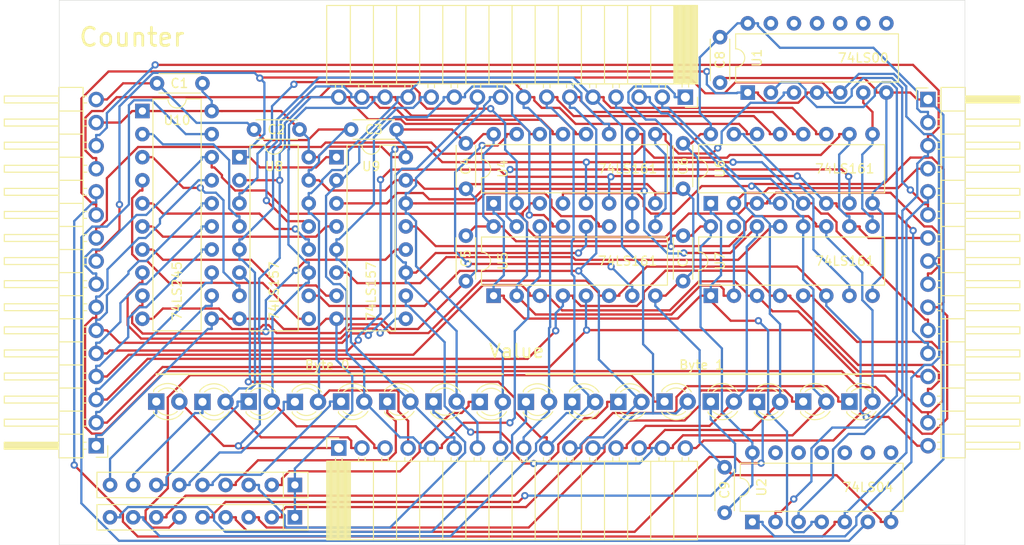
<source format=kicad_pcb>
(kicad_pcb (version 20171130) (host pcbnew "(5.1.9-0-10_14)")
  (layers (0 F.Cu signal) (31 B.Cu signal) (34 B.Paste user) (35 F.Paste user) (36 B.SilkS user) (37 F.SilkS user) (38 B.Mask user) (39 F.Mask user) (44 Edge.Cuts user))
  (net 0 "")
  (net 1 GND)
  (net 2 VCC)
  (net 3 A0)
  (net 4 "Net-(D1-Pad1)")
  (net 5 A1)
  (net 6 "Net-(D2-Pad1)")
  (net 7 A2)
  (net 8 "Net-(D3-Pad1)")
  (net 9 A3)
  (net 10 "Net-(D4-Pad1)")
  (net 11 A4)
  (net 12 "Net-(D5-Pad1)")
  (net 13 A5)
  (net 14 "Net-(D6-Pad1)")
  (net 15 A6)
  (net 16 "Net-(D7-Pad1)")
  (net 17 A7)
  (net 18 "Net-(D8-Pad1)")
  (net 19 A8)
  (net 20 "Net-(D9-Pad1)")
  (net 21 A9)
  (net 22 "Net-(D10-Pad1)")
  (net 23 A10)
  (net 24 "Net-(D11-Pad1)")
  (net 25 A11)
  (net 26 "Net-(D12-Pad1)")
  (net 27 A12)
  (net 28 "Net-(D13-Pad1)")
  (net 29 A13)
  (net 30 "Net-(D14-Pad1)")
  (net 31 A14)
  (net 32 "Net-(D15-Pad1)")
  (net 33 A15)
  (net 34 "Net-(D16-Pad1)")
  (net 35 BUS7)
  (net 36 BUS6)
  (net 37 BUS5)
  (net 38 BUS4)
  (net 39 BUS3)
  (net 40 BUS2)
  (net 41 BUS1)
  (net 42 BUS0)
  (net 43 SIG1)
  (net 44 SIG0)
  (net 45 SIG_IN)
  (net 46 SIG_OUT)
  (net 47 CLOCK)
  (net 48 RESET)
  (net 49 ~RESET)
  (net 50 ~SIG1)
  (net 51 "Net-(U4-Pad15)")
  (net 52 "Net-(U5-Pad15)")
  (net 53 "Net-(U6-Pad15)")
  (net 54 "Net-(U7-Pad15)")
  (net 55 "Net-(U10-Pad3)")
  (net 56 "Net-(U10-Pad5)")
  (net 57 "Net-(U10-Pad2)")
  (net 58 "Net-(U10-Pad4)")
  (net 59 "Net-(U10-Pad7)")
  (net 60 "Net-(U10-Pad9)")
  (net 61 "Net-(U10-Pad6)")
  (net 62 "Net-(U10-Pad8)")
  (net 63 ~SIG_IN_1)
  (net 64 ~SIG_IN_0)
  (net 65 "Net-(U10-Pad19)")
  (module Package_DIP:DIP-14_W7.62mm (layer F.Cu) (at 107.696 91.44 90)
    (fp_text reference U2 (at 3.81 1.016 90) (layer F.SilkS))
    (fp_text value 74LS04 (at 3.81 12.7 180) (layer F.SilkS))
    (pad 14 thru_hole oval (at 7.62 0 90) (size 1.6 1.6) (drill 0.8) (layers *.Cu *.Mask) (net 2 VCC))
    (pad 7 thru_hole oval (at 0 15.24 90) (size 1.6 1.6) (drill 0.8) (layers *.Cu *.Mask) (net 1 GND))
    (pad 13 thru_hole oval (at 7.62 2.54 90) (size 1.6 1.6) (drill 0.8) (layers *.Cu *.Mask))
    (pad 6 thru_hole oval (at 0 12.7 90) (size 1.6 1.6) (drill 0.8) (layers *.Cu *.Mask) (net 65 "Net-(U10-Pad19)"))
    (pad 12 thru_hole oval (at 7.62 5.08 90) (size 1.6 1.6) (drill 0.8) (layers *.Cu *.Mask))
    (pad 5 thru_hole oval (at 0 10.16 90) (size 1.6 1.6) (drill 0.8) (layers *.Cu *.Mask) (net 46 SIG_OUT))
    (pad 11 thru_hole oval (at 7.62 7.62 90) (size 1.6 1.6) (drill 0.8) (layers *.Cu *.Mask))
    (pad 4 thru_hole oval (at 0 7.62 90) (size 1.6 1.6) (drill 0.8) (layers *.Cu *.Mask) (net 49 ~RESET))
    (pad 10 thru_hole oval (at 7.62 10.16 90) (size 1.6 1.6) (drill 0.8) (layers *.Cu *.Mask))
    (pad 3 thru_hole oval (at 0 5.08 90) (size 1.6 1.6) (drill 0.8) (layers *.Cu *.Mask) (net 48 RESET))
    (pad 9 thru_hole oval (at 7.62 12.7 90) (size 1.6 1.6) (drill 0.8) (layers *.Cu *.Mask))
    (pad 2 thru_hole oval (at 0 2.54 90) (size 1.6 1.6) (drill 0.8) (layers *.Cu *.Mask) (net 50 ~SIG1))
    (pad 8 thru_hole oval (at 7.62 15.24 90) (size 1.6 1.6) (drill 0.8) (layers *.Cu *.Mask))
    (pad 1 thru_hole rect (at 0 0 90) (size 1.6 1.6) (drill 0.8) (layers *.Cu *.Mask) (net 43 SIG1))
  )
  (module Package_DIP:DIP-14_W7.62mm (layer F.Cu) (at 107.188 44.196 90)
    (fp_text reference U1 (at 3.81 1.016 90) (layer F.SilkS))
    (fp_text value 74LS00 (at 3.81 12.7 180) (layer F.SilkS))
    (pad 14 thru_hole oval (at 7.62 0 90) (size 1.6 1.6) (drill 0.8) (layers *.Cu *.Mask) (net 2 VCC))
    (pad 7 thru_hole oval (at 0 15.24 90) (size 1.6 1.6) (drill 0.8) (layers *.Cu *.Mask) (net 1 GND))
    (pad 13 thru_hole oval (at 7.62 2.54 90) (size 1.6 1.6) (drill 0.8) (layers *.Cu *.Mask))
    (pad 6 thru_hole oval (at 0 12.7 90) (size 1.6 1.6) (drill 0.8) (layers *.Cu *.Mask) (net 63 ~SIG_IN_1))
    (pad 12 thru_hole oval (at 7.62 5.08 90) (size 1.6 1.6) (drill 0.8) (layers *.Cu *.Mask))
    (pad 5 thru_hole oval (at 0 10.16 90) (size 1.6 1.6) (drill 0.8) (layers *.Cu *.Mask) (net 43 SIG1))
    (pad 11 thru_hole oval (at 7.62 7.62 90) (size 1.6 1.6) (drill 0.8) (layers *.Cu *.Mask))
    (pad 4 thru_hole oval (at 0 7.62 90) (size 1.6 1.6) (drill 0.8) (layers *.Cu *.Mask) (net 45 SIG_IN))
    (pad 10 thru_hole oval (at 7.62 10.16 90) (size 1.6 1.6) (drill 0.8) (layers *.Cu *.Mask))
    (pad 3 thru_hole oval (at 0 5.08 90) (size 1.6 1.6) (drill 0.8) (layers *.Cu *.Mask) (net 64 ~SIG_IN_0))
    (pad 9 thru_hole oval (at 7.62 12.7 90) (size 1.6 1.6) (drill 0.8) (layers *.Cu *.Mask))
    (pad 2 thru_hole oval (at 0 2.54 90) (size 1.6 1.6) (drill 0.8) (layers *.Cu *.Mask) (net 50 ~SIG1))
    (pad 8 thru_hole oval (at 7.62 15.24 90) (size 1.6 1.6) (drill 0.8) (layers *.Cu *.Mask))
    (pad 1 thru_hole rect (at 0 0 90) (size 1.6 1.6) (drill 0.8) (layers *.Cu *.Mask) (net 45 SIG_IN))
  )
  (module Capacitor_THT:C_Disc_D4.3mm_W1.9mm_P5.00mm (layer F.Cu) (at 104.648 90.424 90)
    (fp_text reference C9 (at 2.5 0 90) (layer F.SilkS))
    (fp_text value 100nF)
    (pad 2 thru_hole circle (at 5 0 90) (size 1.6 1.6) (drill 0.8) (layers *.Cu *.Mask) (net 1 GND))
    (pad 1 thru_hole circle (at 0 0 90) (size 1.6 1.6) (drill 0.8) (layers *.Cu *.Mask) (net 2 VCC))
  )
  (module Package_DIP:DIP-20_W7.62mm (layer F.Cu) (at 40.64 46.228)
    (fp_text reference U10 (at 3.81 1.016) (layer F.SilkS))
    (fp_text value 74LS245 (at 3.81 19.812 90) (layer F.SilkS))
    (pad 20 thru_hole oval (at 7.62 0) (size 1.6 1.6) (drill 0.8) (layers *.Cu *.Mask) (net 2 VCC))
    (pad 10 thru_hole oval (at 0 22.86) (size 1.6 1.6) (drill 0.8) (layers *.Cu *.Mask) (net 1 GND))
    (pad 19 thru_hole oval (at 7.62 2.54) (size 1.6 1.6) (drill 0.8) (layers *.Cu *.Mask) (net 65 "Net-(U10-Pad19)"))
    (pad 9 thru_hole oval (at 0 20.32) (size 1.6 1.6) (drill 0.8) (layers *.Cu *.Mask) (net 60 "Net-(U10-Pad9)"))
    (pad 18 thru_hole oval (at 7.62 5.08) (size 1.6 1.6) (drill 0.8) (layers *.Cu *.Mask) (net 42 BUS0))
    (pad 8 thru_hole oval (at 0 17.78) (size 1.6 1.6) (drill 0.8) (layers *.Cu *.Mask) (net 62 "Net-(U10-Pad8)"))
    (pad 17 thru_hole oval (at 7.62 7.62) (size 1.6 1.6) (drill 0.8) (layers *.Cu *.Mask) (net 41 BUS1))
    (pad 7 thru_hole oval (at 0 15.24) (size 1.6 1.6) (drill 0.8) (layers *.Cu *.Mask) (net 59 "Net-(U10-Pad7)"))
    (pad 16 thru_hole oval (at 7.62 10.16) (size 1.6 1.6) (drill 0.8) (layers *.Cu *.Mask) (net 40 BUS2))
    (pad 6 thru_hole oval (at 0 12.7) (size 1.6 1.6) (drill 0.8) (layers *.Cu *.Mask) (net 61 "Net-(U10-Pad6)"))
    (pad 15 thru_hole oval (at 7.62 12.7) (size 1.6 1.6) (drill 0.8) (layers *.Cu *.Mask) (net 39 BUS3))
    (pad 5 thru_hole oval (at 0 10.16) (size 1.6 1.6) (drill 0.8) (layers *.Cu *.Mask) (net 56 "Net-(U10-Pad5)"))
    (pad 14 thru_hole oval (at 7.62 15.24) (size 1.6 1.6) (drill 0.8) (layers *.Cu *.Mask) (net 38 BUS4))
    (pad 4 thru_hole oval (at 0 7.62) (size 1.6 1.6) (drill 0.8) (layers *.Cu *.Mask) (net 58 "Net-(U10-Pad4)"))
    (pad 13 thru_hole oval (at 7.62 17.78) (size 1.6 1.6) (drill 0.8) (layers *.Cu *.Mask) (net 37 BUS5))
    (pad 3 thru_hole oval (at 0 5.08) (size 1.6 1.6) (drill 0.8) (layers *.Cu *.Mask) (net 55 "Net-(U10-Pad3)"))
    (pad 12 thru_hole oval (at 7.62 20.32) (size 1.6 1.6) (drill 0.8) (layers *.Cu *.Mask) (net 36 BUS6))
    (pad 2 thru_hole oval (at 0 2.54) (size 1.6 1.6) (drill 0.8) (layers *.Cu *.Mask) (net 57 "Net-(U10-Pad2)"))
    (pad 11 thru_hole oval (at 7.62 22.86) (size 1.6 1.6) (drill 0.8) (layers *.Cu *.Mask) (net 35 BUS7))
    (pad 1 thru_hole rect (at 0 0) (size 1.6 1.6) (drill 0.8) (layers *.Cu *.Mask) (net 2 VCC))
  )
  (module Package_DIP:DIP-16_W7.62mm (layer F.Cu) (at 61.976 51.308)
    (fp_text reference U9 (at 3.81 1.016) (layer F.SilkS))
    (fp_text value 74LS157 (at 3.81 14.732 90) (layer F.SilkS))
    (pad 16 thru_hole oval (at 7.62 0) (size 1.6 1.6) (drill 0.8) (layers *.Cu *.Mask) (net 2 VCC))
    (pad 8 thru_hole oval (at 0 17.78) (size 1.6 1.6) (drill 0.8) (layers *.Cu *.Mask) (net 1 GND))
    (pad 15 thru_hole oval (at 7.62 2.54) (size 1.6 1.6) (drill 0.8) (layers *.Cu *.Mask) (net 1 GND))
    (pad 7 thru_hole oval (at 0 15.24) (size 1.6 1.6) (drill 0.8) (layers *.Cu *.Mask) (net 59 "Net-(U10-Pad7)"))
    (pad 14 thru_hole oval (at 7.62 5.08) (size 1.6 1.6) (drill 0.8) (layers *.Cu *.Mask) (net 17 A7))
    (pad 6 thru_hole oval (at 0 12.7) (size 1.6 1.6) (drill 0.8) (layers *.Cu *.Mask) (net 29 A13))
    (pad 13 thru_hole oval (at 7.62 7.62) (size 1.6 1.6) (drill 0.8) (layers *.Cu *.Mask) (net 33 A15))
    (pad 5 thru_hole oval (at 0 10.16) (size 1.6 1.6) (drill 0.8) (layers *.Cu *.Mask) (net 13 A5))
    (pad 12 thru_hole oval (at 7.62 10.16) (size 1.6 1.6) (drill 0.8) (layers *.Cu *.Mask) (net 60 "Net-(U10-Pad9)"))
    (pad 4 thru_hole oval (at 0 7.62) (size 1.6 1.6) (drill 0.8) (layers *.Cu *.Mask) (net 61 "Net-(U10-Pad6)"))
    (pad 11 thru_hole oval (at 7.62 12.7) (size 1.6 1.6) (drill 0.8) (layers *.Cu *.Mask) (net 15 A6))
    (pad 3 thru_hole oval (at 0 5.08) (size 1.6 1.6) (drill 0.8) (layers *.Cu *.Mask) (net 27 A12))
    (pad 10 thru_hole oval (at 7.62 15.24) (size 1.6 1.6) (drill 0.8) (layers *.Cu *.Mask) (net 31 A14))
    (pad 2 thru_hole oval (at 0 2.54) (size 1.6 1.6) (drill 0.8) (layers *.Cu *.Mask) (net 11 A4))
    (pad 9 thru_hole oval (at 7.62 17.78) (size 1.6 1.6) (drill 0.8) (layers *.Cu *.Mask) (net 62 "Net-(U10-Pad8)"))
    (pad 1 thru_hole rect (at 0 0) (size 1.6 1.6) (drill 0.8) (layers *.Cu *.Mask) (net 43 SIG1))
  )
  (module Package_DIP:DIP-16_W7.62mm (layer F.Cu) (at 51.308 51.308)
    (fp_text reference U8 (at 3.81 1.016) (layer F.SilkS))
    (fp_text value 74LS157 (at 3.81 14.732 90) (layer F.SilkS))
    (pad 16 thru_hole oval (at 7.62 0) (size 1.6 1.6) (drill 0.8) (layers *.Cu *.Mask) (net 2 VCC))
    (pad 8 thru_hole oval (at 0 17.78) (size 1.6 1.6) (drill 0.8) (layers *.Cu *.Mask) (net 1 GND))
    (pad 15 thru_hole oval (at 7.62 2.54) (size 1.6 1.6) (drill 0.8) (layers *.Cu *.Mask) (net 1 GND))
    (pad 7 thru_hole oval (at 0 15.24) (size 1.6 1.6) (drill 0.8) (layers *.Cu *.Mask) (net 55 "Net-(U10-Pad3)"))
    (pad 14 thru_hole oval (at 7.62 5.08) (size 1.6 1.6) (drill 0.8) (layers *.Cu *.Mask) (net 9 A3))
    (pad 6 thru_hole oval (at 0 12.7) (size 1.6 1.6) (drill 0.8) (layers *.Cu *.Mask) (net 21 A9))
    (pad 13 thru_hole oval (at 7.62 7.62) (size 1.6 1.6) (drill 0.8) (layers *.Cu *.Mask) (net 25 A11))
    (pad 5 thru_hole oval (at 0 10.16) (size 1.6 1.6) (drill 0.8) (layers *.Cu *.Mask) (net 5 A1))
    (pad 12 thru_hole oval (at 7.62 10.16) (size 1.6 1.6) (drill 0.8) (layers *.Cu *.Mask) (net 56 "Net-(U10-Pad5)"))
    (pad 4 thru_hole oval (at 0 7.62) (size 1.6 1.6) (drill 0.8) (layers *.Cu *.Mask) (net 57 "Net-(U10-Pad2)"))
    (pad 11 thru_hole oval (at 7.62 12.7) (size 1.6 1.6) (drill 0.8) (layers *.Cu *.Mask) (net 7 A2))
    (pad 3 thru_hole oval (at 0 5.08) (size 1.6 1.6) (drill 0.8) (layers *.Cu *.Mask) (net 19 A8))
    (pad 10 thru_hole oval (at 7.62 15.24) (size 1.6 1.6) (drill 0.8) (layers *.Cu *.Mask) (net 23 A10))
    (pad 2 thru_hole oval (at 0 2.54) (size 1.6 1.6) (drill 0.8) (layers *.Cu *.Mask) (net 3 A0))
    (pad 9 thru_hole oval (at 7.62 17.78) (size 1.6 1.6) (drill 0.8) (layers *.Cu *.Mask) (net 58 "Net-(U10-Pad4)"))
    (pad 1 thru_hole rect (at 0 0) (size 1.6 1.6) (drill 0.8) (layers *.Cu *.Mask) (net 43 SIG1))
  )
  (module Package_DIP:DIP-16_W7.62mm (layer F.Cu) (at 103.124 66.548 90)
    (fp_text reference U7 (at 3.81 1.016 90) (layer F.SilkS))
    (fp_text value 74LS161 (at 3.81 14.732 180) (layer F.SilkS))
    (pad 16 thru_hole oval (at 7.62 0 90) (size 1.6 1.6) (drill 0.8) (layers *.Cu *.Mask) (net 2 VCC))
    (pad 8 thru_hole oval (at 0 17.78 90) (size 1.6 1.6) (drill 0.8) (layers *.Cu *.Mask) (net 1 GND))
    (pad 15 thru_hole oval (at 7.62 2.54 90) (size 1.6 1.6) (drill 0.8) (layers *.Cu *.Mask) (net 54 "Net-(U7-Pad15)"))
    (pad 7 thru_hole oval (at 0 15.24 90) (size 1.6 1.6) (drill 0.8) (layers *.Cu *.Mask) (net 53 "Net-(U6-Pad15)"))
    (pad 14 thru_hole oval (at 7.62 5.08 90) (size 1.6 1.6) (drill 0.8) (layers *.Cu *.Mask) (net 27 A12))
    (pad 6 thru_hole oval (at 0 12.7 90) (size 1.6 1.6) (drill 0.8) (layers *.Cu *.Mask) (net 35 BUS7))
    (pad 13 thru_hole oval (at 7.62 7.62 90) (size 1.6 1.6) (drill 0.8) (layers *.Cu *.Mask) (net 29 A13))
    (pad 5 thru_hole oval (at 0 10.16 90) (size 1.6 1.6) (drill 0.8) (layers *.Cu *.Mask) (net 36 BUS6))
    (pad 12 thru_hole oval (at 7.62 10.16 90) (size 1.6 1.6) (drill 0.8) (layers *.Cu *.Mask) (net 31 A14))
    (pad 4 thru_hole oval (at 0 7.62 90) (size 1.6 1.6) (drill 0.8) (layers *.Cu *.Mask) (net 37 BUS5))
    (pad 11 thru_hole oval (at 7.62 12.7 90) (size 1.6 1.6) (drill 0.8) (layers *.Cu *.Mask) (net 33 A15))
    (pad 3 thru_hole oval (at 0 5.08 90) (size 1.6 1.6) (drill 0.8) (layers *.Cu *.Mask) (net 38 BUS4))
    (pad 10 thru_hole oval (at 7.62 15.24 90) (size 1.6 1.6) (drill 0.8) (layers *.Cu *.Mask) (net 44 SIG0))
    (pad 2 thru_hole oval (at 0 2.54 90) (size 1.6 1.6) (drill 0.8) (layers *.Cu *.Mask) (net 47 CLOCK))
    (pad 9 thru_hole oval (at 7.62 17.78 90) (size 1.6 1.6) (drill 0.8) (layers *.Cu *.Mask) (net 63 ~SIG_IN_1))
    (pad 1 thru_hole rect (at 0 0 90) (size 1.6 1.6) (drill 0.8) (layers *.Cu *.Mask) (net 49 ~RESET))
  )
  (module Package_DIP:DIP-16_W7.62mm (layer F.Cu) (at 103.124 56.388 90)
    (fp_text reference U6 (at 3.81 1.016 90) (layer F.SilkS))
    (fp_text value 74LS161 (at 3.81 14.732 180) (layer F.SilkS))
    (pad 16 thru_hole oval (at 7.62 0 90) (size 1.6 1.6) (drill 0.8) (layers *.Cu *.Mask) (net 2 VCC))
    (pad 8 thru_hole oval (at 0 17.78 90) (size 1.6 1.6) (drill 0.8) (layers *.Cu *.Mask) (net 1 GND))
    (pad 15 thru_hole oval (at 7.62 2.54 90) (size 1.6 1.6) (drill 0.8) (layers *.Cu *.Mask) (net 53 "Net-(U6-Pad15)"))
    (pad 7 thru_hole oval (at 0 15.24 90) (size 1.6 1.6) (drill 0.8) (layers *.Cu *.Mask) (net 52 "Net-(U5-Pad15)"))
    (pad 14 thru_hole oval (at 7.62 5.08 90) (size 1.6 1.6) (drill 0.8) (layers *.Cu *.Mask) (net 19 A8))
    (pad 6 thru_hole oval (at 0 12.7 90) (size 1.6 1.6) (drill 0.8) (layers *.Cu *.Mask) (net 39 BUS3))
    (pad 13 thru_hole oval (at 7.62 7.62 90) (size 1.6 1.6) (drill 0.8) (layers *.Cu *.Mask) (net 21 A9))
    (pad 5 thru_hole oval (at 0 10.16 90) (size 1.6 1.6) (drill 0.8) (layers *.Cu *.Mask) (net 40 BUS2))
    (pad 12 thru_hole oval (at 7.62 10.16 90) (size 1.6 1.6) (drill 0.8) (layers *.Cu *.Mask) (net 23 A10))
    (pad 4 thru_hole oval (at 0 7.62 90) (size 1.6 1.6) (drill 0.8) (layers *.Cu *.Mask) (net 41 BUS1))
    (pad 11 thru_hole oval (at 7.62 12.7 90) (size 1.6 1.6) (drill 0.8) (layers *.Cu *.Mask) (net 25 A11))
    (pad 3 thru_hole oval (at 0 5.08 90) (size 1.6 1.6) (drill 0.8) (layers *.Cu *.Mask) (net 42 BUS0))
    (pad 10 thru_hole oval (at 7.62 15.24 90) (size 1.6 1.6) (drill 0.8) (layers *.Cu *.Mask) (net 44 SIG0))
    (pad 2 thru_hole oval (at 0 2.54 90) (size 1.6 1.6) (drill 0.8) (layers *.Cu *.Mask) (net 47 CLOCK))
    (pad 9 thru_hole oval (at 7.62 17.78 90) (size 1.6 1.6) (drill 0.8) (layers *.Cu *.Mask) (net 63 ~SIG_IN_1))
    (pad 1 thru_hole rect (at 0 0 90) (size 1.6 1.6) (drill 0.8) (layers *.Cu *.Mask) (net 49 ~RESET))
  )
  (module Package_DIP:DIP-16_W7.62mm (layer F.Cu) (at 79.248 66.548 90)
    (fp_text reference U5 (at 3.81 1.016 90) (layer F.SilkS))
    (fp_text value 74LS161 (at 3.81 14.732 180) (layer F.SilkS))
    (pad 16 thru_hole oval (at 7.62 0 90) (size 1.6 1.6) (drill 0.8) (layers *.Cu *.Mask) (net 2 VCC))
    (pad 8 thru_hole oval (at 0 17.78 90) (size 1.6 1.6) (drill 0.8) (layers *.Cu *.Mask) (net 1 GND))
    (pad 15 thru_hole oval (at 7.62 2.54 90) (size 1.6 1.6) (drill 0.8) (layers *.Cu *.Mask) (net 52 "Net-(U5-Pad15)"))
    (pad 7 thru_hole oval (at 0 15.24 90) (size 1.6 1.6) (drill 0.8) (layers *.Cu *.Mask) (net 51 "Net-(U4-Pad15)"))
    (pad 14 thru_hole oval (at 7.62 5.08 90) (size 1.6 1.6) (drill 0.8) (layers *.Cu *.Mask) (net 11 A4))
    (pad 6 thru_hole oval (at 0 12.7 90) (size 1.6 1.6) (drill 0.8) (layers *.Cu *.Mask) (net 35 BUS7))
    (pad 13 thru_hole oval (at 7.62 7.62 90) (size 1.6 1.6) (drill 0.8) (layers *.Cu *.Mask) (net 13 A5))
    (pad 5 thru_hole oval (at 0 10.16 90) (size 1.6 1.6) (drill 0.8) (layers *.Cu *.Mask) (net 36 BUS6))
    (pad 12 thru_hole oval (at 7.62 10.16 90) (size 1.6 1.6) (drill 0.8) (layers *.Cu *.Mask) (net 15 A6))
    (pad 4 thru_hole oval (at 0 7.62 90) (size 1.6 1.6) (drill 0.8) (layers *.Cu *.Mask) (net 37 BUS5))
    (pad 11 thru_hole oval (at 7.62 12.7 90) (size 1.6 1.6) (drill 0.8) (layers *.Cu *.Mask) (net 17 A7))
    (pad 3 thru_hole oval (at 0 5.08 90) (size 1.6 1.6) (drill 0.8) (layers *.Cu *.Mask) (net 38 BUS4))
    (pad 10 thru_hole oval (at 7.62 15.24 90) (size 1.6 1.6) (drill 0.8) (layers *.Cu *.Mask) (net 44 SIG0))
    (pad 2 thru_hole oval (at 0 2.54 90) (size 1.6 1.6) (drill 0.8) (layers *.Cu *.Mask) (net 47 CLOCK))
    (pad 9 thru_hole oval (at 7.62 17.78 90) (size 1.6 1.6) (drill 0.8) (layers *.Cu *.Mask) (net 64 ~SIG_IN_0))
    (pad 1 thru_hole rect (at 0 0 90) (size 1.6 1.6) (drill 0.8) (layers *.Cu *.Mask) (net 49 ~RESET))
  )
  (module Package_DIP:DIP-16_W7.62mm (layer F.Cu) (at 79.248 56.388 90)
    (fp_text reference U4 (at 3.81 1.016 90) (layer F.SilkS))
    (fp_text value 74LS161 (at 3.81 14.732 180) (layer F.SilkS))
    (pad 16 thru_hole oval (at 7.62 0 90) (size 1.6 1.6) (drill 0.8) (layers *.Cu *.Mask) (net 2 VCC))
    (pad 8 thru_hole oval (at 0 17.78 90) (size 1.6 1.6) (drill 0.8) (layers *.Cu *.Mask) (net 1 GND))
    (pad 15 thru_hole oval (at 7.62 2.54 90) (size 1.6 1.6) (drill 0.8) (layers *.Cu *.Mask) (net 51 "Net-(U4-Pad15)"))
    (pad 7 thru_hole oval (at 0 15.24 90) (size 1.6 1.6) (drill 0.8) (layers *.Cu *.Mask) (net 44 SIG0))
    (pad 14 thru_hole oval (at 7.62 5.08 90) (size 1.6 1.6) (drill 0.8) (layers *.Cu *.Mask) (net 3 A0))
    (pad 6 thru_hole oval (at 0 12.7 90) (size 1.6 1.6) (drill 0.8) (layers *.Cu *.Mask) (net 39 BUS3))
    (pad 13 thru_hole oval (at 7.62 7.62 90) (size 1.6 1.6) (drill 0.8) (layers *.Cu *.Mask) (net 5 A1))
    (pad 5 thru_hole oval (at 0 10.16 90) (size 1.6 1.6) (drill 0.8) (layers *.Cu *.Mask) (net 40 BUS2))
    (pad 12 thru_hole oval (at 7.62 10.16 90) (size 1.6 1.6) (drill 0.8) (layers *.Cu *.Mask) (net 7 A2))
    (pad 4 thru_hole oval (at 0 7.62 90) (size 1.6 1.6) (drill 0.8) (layers *.Cu *.Mask) (net 41 BUS1))
    (pad 11 thru_hole oval (at 7.62 12.7 90) (size 1.6 1.6) (drill 0.8) (layers *.Cu *.Mask) (net 9 A3))
    (pad 3 thru_hole oval (at 0 5.08 90) (size 1.6 1.6) (drill 0.8) (layers *.Cu *.Mask) (net 42 BUS0))
    (pad 10 thru_hole oval (at 7.62 15.24 90) (size 1.6 1.6) (drill 0.8) (layers *.Cu *.Mask) (net 44 SIG0))
    (pad 2 thru_hole oval (at 0 2.54 90) (size 1.6 1.6) (drill 0.8) (layers *.Cu *.Mask) (net 47 CLOCK))
    (pad 9 thru_hole oval (at 7.62 17.78 90) (size 1.6 1.6) (drill 0.8) (layers *.Cu *.Mask) (net 64 ~SIG_IN_0))
    (pad 1 thru_hole rect (at 0 0 90) (size 1.6 1.6) (drill 0.8) (layers *.Cu *.Mask) (net 49 ~RESET))
  )
  (module Resistor_THT:R_Array_SIP9 (layer F.Cu) (at 57.404 90.932 180)
    (fp_text reference RN2 hide)
    (fp_text value 100k)
    (pad 9 thru_hole oval (at 20.32 0 180) (size 1.6 1.6) (drill 0.8) (layers *.Cu *.Mask) (net 20 "Net-(D9-Pad1)"))
    (pad 8 thru_hole oval (at 17.78 0 180) (size 1.6 1.6) (drill 0.8) (layers *.Cu *.Mask) (net 22 "Net-(D10-Pad1)"))
    (pad 7 thru_hole oval (at 15.24 0 180) (size 1.6 1.6) (drill 0.8) (layers *.Cu *.Mask) (net 24 "Net-(D11-Pad1)"))
    (pad 6 thru_hole oval (at 12.7 0 180) (size 1.6 1.6) (drill 0.8) (layers *.Cu *.Mask) (net 26 "Net-(D12-Pad1)"))
    (pad 5 thru_hole oval (at 10.16 0 180) (size 1.6 1.6) (drill 0.8) (layers *.Cu *.Mask) (net 28 "Net-(D13-Pad1)"))
    (pad 4 thru_hole oval (at 7.62 0 180) (size 1.6 1.6) (drill 0.8) (layers *.Cu *.Mask) (net 30 "Net-(D14-Pad1)"))
    (pad 3 thru_hole oval (at 5.08 0 180) (size 1.6 1.6) (drill 0.8) (layers *.Cu *.Mask) (net 32 "Net-(D15-Pad1)"))
    (pad 2 thru_hole oval (at 2.54 0 180) (size 1.6 1.6) (drill 0.8) (layers *.Cu *.Mask) (net 34 "Net-(D16-Pad1)"))
    (pad 1 thru_hole rect (at 0 0 180) (size 1.6 1.6) (drill 0.8) (layers *.Cu *.Mask) (net 1 GND))
  )
  (module Resistor_THT:R_Array_SIP9 (layer F.Cu) (at 57.404 87.376 180)
    (fp_text reference RN1 hide)
    (fp_text value 100k)
    (pad 9 thru_hole oval (at 20.32 0 180) (size 1.6 1.6) (drill 0.8) (layers *.Cu *.Mask) (net 4 "Net-(D1-Pad1)"))
    (pad 8 thru_hole oval (at 17.78 0 180) (size 1.6 1.6) (drill 0.8) (layers *.Cu *.Mask) (net 6 "Net-(D2-Pad1)"))
    (pad 7 thru_hole oval (at 15.24 0 180) (size 1.6 1.6) (drill 0.8) (layers *.Cu *.Mask) (net 8 "Net-(D3-Pad1)"))
    (pad 6 thru_hole oval (at 12.7 0 180) (size 1.6 1.6) (drill 0.8) (layers *.Cu *.Mask) (net 10 "Net-(D4-Pad1)"))
    (pad 5 thru_hole oval (at 10.16 0 180) (size 1.6 1.6) (drill 0.8) (layers *.Cu *.Mask) (net 12 "Net-(D5-Pad1)"))
    (pad 4 thru_hole oval (at 7.62 0 180) (size 1.6 1.6) (drill 0.8) (layers *.Cu *.Mask) (net 14 "Net-(D6-Pad1)"))
    (pad 3 thru_hole oval (at 5.08 0 180) (size 1.6 1.6) (drill 0.8) (layers *.Cu *.Mask) (net 16 "Net-(D7-Pad1)"))
    (pad 2 thru_hole oval (at 2.54 0 180) (size 1.6 1.6) (drill 0.8) (layers *.Cu *.Mask) (net 18 "Net-(D8-Pad1)"))
    (pad 1 thru_hole rect (at 0 0 180) (size 1.6 1.6) (drill 0.8) (layers *.Cu *.Mask) (net 1 GND))
  )
  (module Connector_PinSocket_2.54mm:PinSocket_1x16_P2.54mm_Horizontal (layer F.Cu) (at 100.33 44.704 270)
    (fp_text reference J4 hide)
    (fp_text value Conn_01x16)
    (pad 16 thru_hole oval (at 0 38.1 270) (size 1.7 1.7) (drill 1) (layers *.Cu *.Mask) (net 3 A0))
    (pad 15 thru_hole oval (at 0 35.56 270) (size 1.7 1.7) (drill 1) (layers *.Cu *.Mask) (net 5 A1))
    (pad 14 thru_hole oval (at 0 33.02 270) (size 1.7 1.7) (drill 1) (layers *.Cu *.Mask) (net 7 A2))
    (pad 13 thru_hole oval (at 0 30.48 270) (size 1.7 1.7) (drill 1) (layers *.Cu *.Mask) (net 9 A3))
    (pad 12 thru_hole oval (at 0 27.94 270) (size 1.7 1.7) (drill 1) (layers *.Cu *.Mask) (net 11 A4))
    (pad 11 thru_hole oval (at 0 25.4 270) (size 1.7 1.7) (drill 1) (layers *.Cu *.Mask) (net 13 A5))
    (pad 10 thru_hole oval (at 0 22.86 270) (size 1.7 1.7) (drill 1) (layers *.Cu *.Mask) (net 15 A6))
    (pad 9 thru_hole oval (at 0 20.32 270) (size 1.7 1.7) (drill 1) (layers *.Cu *.Mask) (net 17 A7))
    (pad 8 thru_hole oval (at 0 17.78 270) (size 1.7 1.7) (drill 1) (layers *.Cu *.Mask) (net 19 A8))
    (pad 7 thru_hole oval (at 0 15.24 270) (size 1.7 1.7) (drill 1) (layers *.Cu *.Mask) (net 21 A9))
    (pad 6 thru_hole oval (at 0 12.7 270) (size 1.7 1.7) (drill 1) (layers *.Cu *.Mask) (net 23 A10))
    (pad 5 thru_hole oval (at 0 10.16 270) (size 1.7 1.7) (drill 1) (layers *.Cu *.Mask) (net 25 A11))
    (pad 4 thru_hole oval (at 0 7.62 270) (size 1.7 1.7) (drill 1) (layers *.Cu *.Mask) (net 27 A12))
    (pad 3 thru_hole oval (at 0 5.08 270) (size 1.7 1.7) (drill 1) (layers *.Cu *.Mask) (net 29 A13))
    (pad 2 thru_hole oval (at 0 2.54 270) (size 1.7 1.7) (drill 1) (layers *.Cu *.Mask) (net 31 A14))
    (pad 1 thru_hole rect (at 0 0 270) (size 1.7 1.7) (drill 1) (layers *.Cu *.Mask) (net 33 A15))
  )
  (module Connector_PinSocket_2.54mm:PinSocket_1x16_P2.54mm_Horizontal (layer F.Cu) (at 62.23 83.312 90)
    (fp_text reference J3 hide)
    (fp_text value Conn_01x16)
    (pad 16 thru_hole oval (at 0 38.1 90) (size 1.7 1.7) (drill 1) (layers *.Cu *.Mask) (net 33 A15))
    (pad 15 thru_hole oval (at 0 35.56 90) (size 1.7 1.7) (drill 1) (layers *.Cu *.Mask) (net 31 A14))
    (pad 14 thru_hole oval (at 0 33.02 90) (size 1.7 1.7) (drill 1) (layers *.Cu *.Mask) (net 29 A13))
    (pad 13 thru_hole oval (at 0 30.48 90) (size 1.7 1.7) (drill 1) (layers *.Cu *.Mask) (net 27 A12))
    (pad 12 thru_hole oval (at 0 27.94 90) (size 1.7 1.7) (drill 1) (layers *.Cu *.Mask) (net 25 A11))
    (pad 11 thru_hole oval (at 0 25.4 90) (size 1.7 1.7) (drill 1) (layers *.Cu *.Mask) (net 23 A10))
    (pad 10 thru_hole oval (at 0 22.86 90) (size 1.7 1.7) (drill 1) (layers *.Cu *.Mask) (net 21 A9))
    (pad 9 thru_hole oval (at 0 20.32 90) (size 1.7 1.7) (drill 1) (layers *.Cu *.Mask) (net 19 A8))
    (pad 8 thru_hole oval (at 0 17.78 90) (size 1.7 1.7) (drill 1) (layers *.Cu *.Mask) (net 17 A7))
    (pad 7 thru_hole oval (at 0 15.24 90) (size 1.7 1.7) (drill 1) (layers *.Cu *.Mask) (net 15 A6))
    (pad 6 thru_hole oval (at 0 12.7 90) (size 1.7 1.7) (drill 1) (layers *.Cu *.Mask) (net 13 A5))
    (pad 5 thru_hole oval (at 0 10.16 90) (size 1.7 1.7) (drill 1) (layers *.Cu *.Mask) (net 11 A4))
    (pad 4 thru_hole oval (at 0 7.62 90) (size 1.7 1.7) (drill 1) (layers *.Cu *.Mask) (net 9 A3))
    (pad 3 thru_hole oval (at 0 5.08 90) (size 1.7 1.7) (drill 1) (layers *.Cu *.Mask) (net 7 A2))
    (pad 2 thru_hole oval (at 0 2.54 90) (size 1.7 1.7) (drill 1) (layers *.Cu *.Mask) (net 5 A1))
    (pad 1 thru_hole rect (at 0 0 90) (size 1.7 1.7) (drill 1) (layers *.Cu *.Mask) (net 3 A0))
  )
  (module Connector_PinHeader_2.54mm:PinHeader_1x16_P2.54mm_Horizontal (layer F.Cu) (at 35.56 83.058 180)
    (fp_text reference J2 hide)
    (fp_text value Conn_01x16)
    (pad 16 thru_hole oval (at 0 38.1 180) (size 1.7 1.7) (drill 1) (layers *.Cu *.Mask) (net 1 GND))
    (pad 15 thru_hole oval (at 0 35.56 180) (size 1.7 1.7) (drill 1) (layers *.Cu *.Mask) (net 2 VCC))
    (pad 14 thru_hole oval (at 0 33.02 180) (size 1.7 1.7) (drill 1) (layers *.Cu *.Mask) (net 48 RESET))
    (pad 13 thru_hole oval (at 0 30.48 180) (size 1.7 1.7) (drill 1) (layers *.Cu *.Mask) (net 47 CLOCK))
    (pad 12 thru_hole oval (at 0 27.94 180) (size 1.7 1.7) (drill 1) (layers *.Cu *.Mask) (net 46 SIG_OUT))
    (pad 11 thru_hole oval (at 0 25.4 180) (size 1.7 1.7) (drill 1) (layers *.Cu *.Mask) (net 45 SIG_IN))
    (pad 10 thru_hole oval (at 0 22.86 180) (size 1.7 1.7) (drill 1) (layers *.Cu *.Mask) (net 44 SIG0))
    (pad 9 thru_hole oval (at 0 20.32 180) (size 1.7 1.7) (drill 1) (layers *.Cu *.Mask) (net 43 SIG1))
    (pad 8 thru_hole oval (at 0 17.78 180) (size 1.7 1.7) (drill 1) (layers *.Cu *.Mask) (net 42 BUS0))
    (pad 7 thru_hole oval (at 0 15.24 180) (size 1.7 1.7) (drill 1) (layers *.Cu *.Mask) (net 41 BUS1))
    (pad 6 thru_hole oval (at 0 12.7 180) (size 1.7 1.7) (drill 1) (layers *.Cu *.Mask) (net 40 BUS2))
    (pad 5 thru_hole oval (at 0 10.16 180) (size 1.7 1.7) (drill 1) (layers *.Cu *.Mask) (net 39 BUS3))
    (pad 4 thru_hole oval (at 0 7.62 180) (size 1.7 1.7) (drill 1) (layers *.Cu *.Mask) (net 38 BUS4))
    (pad 3 thru_hole oval (at 0 5.08 180) (size 1.7 1.7) (drill 1) (layers *.Cu *.Mask) (net 37 BUS5))
    (pad 2 thru_hole oval (at 0 2.54 180) (size 1.7 1.7) (drill 1) (layers *.Cu *.Mask) (net 36 BUS6))
    (pad 1 thru_hole rect (at 0 0 180) (size 1.7 1.7) (drill 1) (layers *.Cu *.Mask) (net 35 BUS7))
  )
  (module Connector_PinHeader_2.54mm:PinHeader_1x16_P2.54mm_Horizontal (layer F.Cu) (at 127 44.958)
    (fp_text reference J1 hide)
    (fp_text value Conn_01x16)
    (pad 16 thru_hole oval (at 0 38.1) (size 1.7 1.7) (drill 1) (layers *.Cu *.Mask) (net 35 BUS7))
    (pad 15 thru_hole oval (at 0 35.56) (size 1.7 1.7) (drill 1) (layers *.Cu *.Mask) (net 36 BUS6))
    (pad 14 thru_hole oval (at 0 33.02) (size 1.7 1.7) (drill 1) (layers *.Cu *.Mask) (net 37 BUS5))
    (pad 13 thru_hole oval (at 0 30.48) (size 1.7 1.7) (drill 1) (layers *.Cu *.Mask) (net 38 BUS4))
    (pad 12 thru_hole oval (at 0 27.94) (size 1.7 1.7) (drill 1) (layers *.Cu *.Mask) (net 39 BUS3))
    (pad 11 thru_hole oval (at 0 25.4) (size 1.7 1.7) (drill 1) (layers *.Cu *.Mask) (net 40 BUS2))
    (pad 10 thru_hole oval (at 0 22.86) (size 1.7 1.7) (drill 1) (layers *.Cu *.Mask) (net 41 BUS1))
    (pad 9 thru_hole oval (at 0 20.32) (size 1.7 1.7) (drill 1) (layers *.Cu *.Mask) (net 42 BUS0))
    (pad 8 thru_hole oval (at 0 17.78) (size 1.7 1.7) (drill 1) (layers *.Cu *.Mask) (net 43 SIG1))
    (pad 7 thru_hole oval (at 0 15.24) (size 1.7 1.7) (drill 1) (layers *.Cu *.Mask) (net 44 SIG0))
    (pad 6 thru_hole oval (at 0 12.7) (size 1.7 1.7) (drill 1) (layers *.Cu *.Mask) (net 45 SIG_IN))
    (pad 5 thru_hole oval (at 0 10.16) (size 1.7 1.7) (drill 1) (layers *.Cu *.Mask) (net 46 SIG_OUT))
    (pad 4 thru_hole oval (at 0 7.62) (size 1.7 1.7) (drill 1) (layers *.Cu *.Mask) (net 47 CLOCK))
    (pad 3 thru_hole oval (at 0 5.08) (size 1.7 1.7) (drill 1) (layers *.Cu *.Mask) (net 48 RESET))
    (pad 2 thru_hole oval (at 0 2.54) (size 1.7 1.7) (drill 1) (layers *.Cu *.Mask) (net 2 VCC))
    (pad 1 thru_hole rect (at 0 0) (size 1.7 1.7) (drill 1) (layers *.Cu *.Mask) (net 1 GND))
  )
  (module LED_THT:LED_D3.0mm (layer F.Cu) (at 118.364 78.202)
    (fp_text reference D16 hide)
    (fp_text value LED)
    (pad 2 thru_hole circle (at 2.54 0) (size 1.8 1.8) (drill 0.9) (layers *.Cu *.Mask) (net 33 A15))
    (pad 1 thru_hole rect (at 0 0) (size 1.8 1.8) (drill 0.9) (layers *.Cu *.Mask) (net 34 "Net-(D16-Pad1)"))
  )
  (module LED_THT:LED_D3.0mm (layer F.Cu) (at 113.284 78.202)
    (fp_text reference D15 hide)
    (fp_text value LED)
    (pad 2 thru_hole circle (at 2.54 0) (size 1.8 1.8) (drill 0.9) (layers *.Cu *.Mask) (net 31 A14))
    (pad 1 thru_hole rect (at 0 0) (size 1.8 1.8) (drill 0.9) (layers *.Cu *.Mask) (net 32 "Net-(D15-Pad1)"))
  )
  (module LED_THT:LED_D3.0mm (layer F.Cu) (at 108.204 78.232)
    (fp_text reference D14 hide)
    (fp_text value LED)
    (pad 2 thru_hole circle (at 2.54 0) (size 1.8 1.8) (drill 0.9) (layers *.Cu *.Mask) (net 29 A13))
    (pad 1 thru_hole rect (at 0 0) (size 1.8 1.8) (drill 0.9) (layers *.Cu *.Mask) (net 30 "Net-(D14-Pad1)"))
  )
  (module LED_THT:LED_D3.0mm (layer F.Cu) (at 103.124 78.202)
    (fp_text reference D13 hide)
    (fp_text value LED)
    (pad 2 thru_hole circle (at 2.54 0) (size 1.8 1.8) (drill 0.9) (layers *.Cu *.Mask) (net 27 A12))
    (pad 1 thru_hole rect (at 0 0) (size 1.8 1.8) (drill 0.9) (layers *.Cu *.Mask) (net 28 "Net-(D13-Pad1)"))
  )
  (module LED_THT:LED_D3.0mm (layer F.Cu) (at 98.044 78.202)
    (fp_text reference D12 hide)
    (fp_text value LED)
    (pad 2 thru_hole circle (at 2.54 0) (size 1.8 1.8) (drill 0.9) (layers *.Cu *.Mask) (net 25 A11))
    (pad 1 thru_hole rect (at 0 0) (size 1.8 1.8) (drill 0.9) (layers *.Cu *.Mask) (net 26 "Net-(D12-Pad1)"))
  )
  (module LED_THT:LED_D3.0mm (layer F.Cu) (at 92.964 78.232)
    (fp_text reference D11 hide)
    (fp_text value LED)
    (pad 2 thru_hole circle (at 2.54 0) (size 1.8 1.8) (drill 0.9) (layers *.Cu *.Mask) (net 23 A10))
    (pad 1 thru_hole rect (at 0 0) (size 1.8 1.8) (drill 0.9) (layers *.Cu *.Mask) (net 24 "Net-(D11-Pad1)"))
  )
  (module LED_THT:LED_D3.0mm (layer F.Cu) (at 87.884 78.232)
    (fp_text reference D10 hide)
    (fp_text value LED)
    (pad 2 thru_hole circle (at 2.54 0) (size 1.8 1.8) (drill 0.9) (layers *.Cu *.Mask) (net 21 A9))
    (pad 1 thru_hole rect (at 0 0) (size 1.8 1.8) (drill 0.9) (layers *.Cu *.Mask) (net 22 "Net-(D10-Pad1)"))
  )
  (module LED_THT:LED_D3.0mm (layer F.Cu) (at 82.804 78.232)
    (fp_text reference D9 hide)
    (fp_text value LED)
    (pad 2 thru_hole circle (at 2.54 0) (size 1.8 1.8) (drill 0.9) (layers *.Cu *.Mask) (net 19 A8))
    (pad 1 thru_hole rect (at 0 0) (size 1.8 1.8) (drill 0.9) (layers *.Cu *.Mask) (net 20 "Net-(D9-Pad1)"))
  )
  (module LED_THT:LED_D3.0mm (layer F.Cu) (at 77.724 78.232)
    (fp_text reference D8 hide)
    (fp_text value LED)
    (pad 2 thru_hole circle (at 2.54 0) (size 1.8 1.8) (drill 0.9) (layers *.Cu *.Mask) (net 17 A7))
    (pad 1 thru_hole rect (at 0 0) (size 1.8 1.8) (drill 0.9) (layers *.Cu *.Mask) (net 18 "Net-(D8-Pad1)"))
  )
  (module LED_THT:LED_D3.0mm (layer F.Cu) (at 72.644 78.202)
    (fp_text reference D7 hide)
    (fp_text value LED)
    (pad 2 thru_hole circle (at 2.54 0) (size 1.8 1.8) (drill 0.9) (layers *.Cu *.Mask) (net 15 A6))
    (pad 1 thru_hole rect (at 0 0) (size 1.8 1.8) (drill 0.9) (layers *.Cu *.Mask) (net 16 "Net-(D7-Pad1)"))
  )
  (module LED_THT:LED_D3.0mm (layer F.Cu) (at 67.564 78.202)
    (fp_text reference D6 hide)
    (fp_text value LED)
    (pad 2 thru_hole circle (at 2.54 0) (size 1.8 1.8) (drill 0.9) (layers *.Cu *.Mask) (net 13 A5))
    (pad 1 thru_hole rect (at 0 0) (size 1.8 1.8) (drill 0.9) (layers *.Cu *.Mask) (net 14 "Net-(D6-Pad1)"))
  )
  (module LED_THT:LED_D3.0mm (layer F.Cu) (at 62.484 78.202)
    (fp_text reference D5 hide)
    (fp_text value LED)
    (pad 2 thru_hole circle (at 2.54 0) (size 1.8 1.8) (drill 0.9) (layers *.Cu *.Mask) (net 11 A4))
    (pad 1 thru_hole rect (at 0 0) (size 1.8 1.8) (drill 0.9) (layers *.Cu *.Mask) (net 12 "Net-(D5-Pad1)"))
  )
  (module LED_THT:LED_D3.0mm (layer F.Cu) (at 57.404 78.232)
    (fp_text reference D4 hide)
    (fp_text value LED)
    (pad 2 thru_hole circle (at 2.54 0) (size 1.8 1.8) (drill 0.9) (layers *.Cu *.Mask) (net 9 A3))
    (pad 1 thru_hole rect (at 0 0) (size 1.8 1.8) (drill 0.9) (layers *.Cu *.Mask) (net 10 "Net-(D4-Pad1)"))
  )
  (module LED_THT:LED_D3.0mm (layer F.Cu) (at 52.324 78.202)
    (fp_text reference D3 hide)
    (fp_text value LED)
    (pad 2 thru_hole circle (at 2.54 0) (size 1.8 1.8) (drill 0.9) (layers *.Cu *.Mask) (net 7 A2))
    (pad 1 thru_hole rect (at 0 0) (size 1.8 1.8) (drill 0.9) (layers *.Cu *.Mask) (net 8 "Net-(D3-Pad1)"))
  )
  (module LED_THT:LED_D3.0mm (layer F.Cu) (at 47.244 78.232)
    (fp_text reference D2 hide)
    (fp_text value LED)
    (pad 2 thru_hole circle (at 2.54 0) (size 1.8 1.8) (drill 0.9) (layers *.Cu *.Mask) (net 5 A1))
    (pad 1 thru_hole rect (at 0 0) (size 1.8 1.8) (drill 0.9) (layers *.Cu *.Mask) (net 6 "Net-(D2-Pad1)"))
  )
  (module LED_THT:LED_D3.0mm (layer F.Cu) (at 42.164 78.202)
    (fp_text reference D1 hide)
    (fp_text value LED)
    (pad 2 thru_hole circle (at 2.54 0) (size 1.8 1.8) (drill 0.9) (layers *.Cu *.Mask) (net 3 A0))
    (pad 1 thru_hole rect (at 0 0) (size 1.8 1.8) (drill 0.9) (layers *.Cu *.Mask) (net 4 "Net-(D1-Pad1)"))
  )
  (module Capacitor_THT:C_Disc_D4.3mm_W1.9mm_P5.00mm (layer F.Cu) (at 104.14 38.1 270)
    (fp_text reference C8 (at 2.5 0 90) (layer F.SilkS))
    (fp_text value 100nF)
    (pad 2 thru_hole circle (at 5 0 270) (size 1.6 1.6) (drill 0.8) (layers *.Cu *.Mask) (net 1 GND))
    (pad 1 thru_hole circle (at 0 0 270) (size 1.6 1.6) (drill 0.8) (layers *.Cu *.Mask) (net 2 VCC))
  )
  (module Capacitor_THT:C_Disc_D4.3mm_W1.9mm_P5.00mm (layer F.Cu) (at 100.076 59.944 270)
    (fp_text reference C7 (at 2.5 0 90) (layer F.SilkS))
    (fp_text value 100nF)
    (pad 2 thru_hole circle (at 5 0 270) (size 1.6 1.6) (drill 0.8) (layers *.Cu *.Mask) (net 1 GND))
    (pad 1 thru_hole circle (at 0 0 270) (size 1.6 1.6) (drill 0.8) (layers *.Cu *.Mask) (net 2 VCC))
  )
  (module Capacitor_THT:C_Disc_D4.3mm_W1.9mm_P5.00mm (layer F.Cu) (at 100.076 49.784 270)
    (fp_text reference C6 (at 2.5 0 90) (layer F.SilkS))
    (fp_text value 100nF)
    (pad 2 thru_hole circle (at 5 0 270) (size 1.6 1.6) (drill 0.8) (layers *.Cu *.Mask) (net 1 GND))
    (pad 1 thru_hole circle (at 0 0 270) (size 1.6 1.6) (drill 0.8) (layers *.Cu *.Mask) (net 2 VCC))
  )
  (module Capacitor_THT:C_Disc_D4.3mm_W1.9mm_P5.00mm (layer F.Cu) (at 76.2 59.944 270)
    (fp_text reference C5 (at 2.5 0 90) (layer F.SilkS))
    (fp_text value 100nF)
    (pad 2 thru_hole circle (at 5 0 270) (size 1.6 1.6) (drill 0.8) (layers *.Cu *.Mask) (net 1 GND))
    (pad 1 thru_hole circle (at 0 0 270) (size 1.6 1.6) (drill 0.8) (layers *.Cu *.Mask) (net 2 VCC))
  )
  (module Capacitor_THT:C_Disc_D4.3mm_W1.9mm_P5.00mm (layer F.Cu) (at 76.2 49.784 270)
    (fp_text reference C4 (at 2.5 0 90) (layer F.SilkS))
    (fp_text value 100nF)
    (pad 2 thru_hole circle (at 5 0 270) (size 1.6 1.6) (drill 0.8) (layers *.Cu *.Mask) (net 1 GND))
    (pad 1 thru_hole circle (at 0 0 270) (size 1.6 1.6) (drill 0.8) (layers *.Cu *.Mask) (net 2 VCC))
  )
  (module Capacitor_THT:C_Disc_D4.3mm_W1.9mm_P5.00mm (layer F.Cu) (at 68.58 48.26 180)
    (fp_text reference C3 (at 2.5 0) (layer F.SilkS))
    (fp_text value 100nF)
    (pad 2 thru_hole circle (at 5 0 180) (size 1.6 1.6) (drill 0.8) (layers *.Cu *.Mask) (net 1 GND))
    (pad 1 thru_hole circle (at 0 0 180) (size 1.6 1.6) (drill 0.8) (layers *.Cu *.Mask) (net 2 VCC))
  )
  (module Capacitor_THT:C_Disc_D4.3mm_W1.9mm_P5.00mm (layer F.Cu) (at 57.912 48.26 180)
    (fp_text reference C2 (at 2.54 0) (layer F.SilkS))
    (fp_text value 100nF)
    (pad 2 thru_hole circle (at 5 0 180) (size 1.6 1.6) (drill 0.8) (layers *.Cu *.Mask) (net 1 GND))
    (pad 1 thru_hole circle (at 0 0 180) (size 1.6 1.6) (drill 0.8) (layers *.Cu *.Mask) (net 2 VCC))
  )
  (module Capacitor_THT:C_Disc_D4.3mm_W1.9mm_P5.00mm (layer F.Cu) (at 47.244 43.18 180)
    (fp_text reference C1 (at 2.54 0) (layer F.SilkS))
    (fp_text value 100nF)
    (pad 2 thru_hole circle (at 5 0 180) (size 1.6 1.6) (drill 0.8) (layers *.Cu *.Mask) (net 1 GND))
    (pad 1 thru_hole circle (at 0 0 180) (size 1.6 1.6) (drill 0.8) (layers *.Cu *.Mask) (net 2 VCC))
  )
  (gr_text "Byte 0" (at 60.96 74.168) (layer F.SilkS) (effects (font (size 1 1))))
  (gr_text "Byte 1" (at 102.108 74.168) (layer F.SilkS) (effects (font (size 1 1))))
  (gr_line (start 82.804 75.184) (end 120.904 75.184) (layer F.SilkS) (width 0.18))
  (gr_line (start 42.164 75.184) (end 80.264 75.184) (layer F.SilkS) (width 0.18))
  (gr_text Value (at 81.788 72.644) (layer F.SilkS) (effects (font (size 1.5 1.5) (thickness 0.2))))
  (gr_text Counter (at 33.528 38.1) (layer F.SilkS) (effects (font (size 2 2) (thickness 0.3)) (justify left)))
  (gr_line (start 31.496 34.036) (end 131.064 34.036) (layer Edge.Cuts) (width 0.05))
  (gr_line (start 131.064 34.036) (end 131.064 93.98) (layer Edge.Cuts) (width 0.05))
  (gr_line (start 131.064 93.98) (end 31.496 93.98) (layer Edge.Cuts) (width 0.05))
  (gr_line (start 31.496 93.98) (end 31.496 34.036) (layer Edge.Cuts) (width 0.05))
  (segment (start 122.428 44.196) (end 121.3027 44.196) (width 0.25) (layer F.Cu) (net 1))
  (segment (start 121.3027 44.196) (end 121.3027 43.9147) (width 0.25) (layer F.Cu) (net 1))
  (segment (start 121.3027 43.9147) (end 119.9854 42.5974) (width 0.25) (layer F.Cu) (net 1))
  (segment (start 119.9854 42.5974) (end 104.6426 42.5974) (width 0.25) (layer F.Cu) (net 1))
  (segment (start 104.6426 42.5974) (end 104.14 43.1) (width 0.25) (layer F.Cu) (net 1))
  (segment (start 125.8247 44.958) (end 125.0627 44.196) (width 0.25) (layer F.Cu) (net 1))
  (segment (start 125.0627 44.196) (end 122.428 44.196) (width 0.25) (layer F.Cu) (net 1))
  (segment (start 57.404 87.376) (end 57.404 90.932) (width 0.25) (layer B.Cu) (net 1))
  (segment (start 61.976 69.088) (end 61.976 73.6306) (width 0.25) (layer B.Cu) (net 1))
  (segment (start 61.976 73.6306) (end 63.7094 75.364) (width 0.25) (layer B.Cu) (net 1))
  (segment (start 63.7094 75.364) (end 63.7094 79.2553) (width 0.25) (layer B.Cu) (net 1))
  (segment (start 63.7094 79.2553) (end 57.404 85.5607) (width 0.25) (layer B.Cu) (net 1))
  (segment (start 57.404 85.5607) (end 57.404 87.376) (width 0.25) (layer B.Cu) (net 1))
  (segment (start 122.936 91.44) (end 121.8107 91.44) (width 0.25) (layer F.Cu) (net 1))
  (segment (start 104.648 85.424) (end 105.5241 86.3001) (width 0.25) (layer F.Cu) (net 1))
  (segment (start 105.5241 86.3001) (end 116.9521 86.3001) (width 0.25) (layer F.Cu) (net 1))
  (segment (start 116.9521 86.3001) (end 121.8107 91.1587) (width 0.25) (layer F.Cu) (net 1))
  (segment (start 121.8107 91.1587) (end 121.8107 91.44) (width 0.25) (layer F.Cu) (net 1))
  (segment (start 97.028 66.548) (end 97.028 67.6733) (width 0.25) (layer B.Cu) (net 1))
  (segment (start 97.028 67.6733) (end 101.8986 72.5439) (width 0.25) (layer B.Cu) (net 1))
  (segment (start 101.8986 72.5439) (end 101.8986 82.6746) (width 0.25) (layer B.Cu) (net 1))
  (segment (start 101.8986 82.6746) (end 104.648 85.424) (width 0.25) (layer B.Cu) (net 1))
  (segment (start 58.928 53.848) (end 58.928 52.7227) (width 0.25) (layer B.Cu) (net 1))
  (segment (start 63.58 48.26) (end 62.9492 48.26) (width 0.25) (layer B.Cu) (net 1))
  (segment (start 62.9492 48.26) (end 60.0533 51.1559) (width 0.25) (layer B.Cu) (net 1))
  (segment (start 60.0533 51.1559) (end 60.0533 51.8788) (width 0.25) (layer B.Cu) (net 1))
  (segment (start 60.0533 51.8788) (end 59.2094 52.7227) (width 0.25) (layer B.Cu) (net 1))
  (segment (start 59.2094 52.7227) (end 58.928 52.7227) (width 0.25) (layer B.Cu) (net 1))
  (segment (start 52.912 48.26) (end 54.0761 49.4241) (width 0.25) (layer F.Cu) (net 1))
  (segment (start 54.0761 49.4241) (end 58.8611 49.4241) (width 0.25) (layer F.Cu) (net 1))
  (segment (start 58.8611 49.4241) (end 60.0252 48.26) (width 0.25) (layer F.Cu) (net 1))
  (segment (start 60.0252 48.26) (end 63.58 48.26) (width 0.25) (layer F.Cu) (net 1))
  (segment (start 60.8507 69.088) (end 59.7254 70.2133) (width 0.25) (layer F.Cu) (net 1))
  (segment (start 59.7254 70.2133) (end 56.1758 70.2133) (width 0.25) (layer F.Cu) (net 1))
  (segment (start 56.1758 70.2133) (end 55.0505 69.088) (width 0.25) (layer F.Cu) (net 1))
  (segment (start 55.0505 69.088) (end 52.4333 69.088) (width 0.25) (layer F.Cu) (net 1))
  (segment (start 76.2 64.944) (end 70.9307 70.2133) (width 0.25) (layer F.Cu) (net 1))
  (segment (start 70.9307 70.2133) (end 68.0443 70.2133) (width 0.25) (layer F.Cu) (net 1))
  (segment (start 68.0443 70.2133) (end 66.919 69.088) (width 0.25) (layer F.Cu) (net 1))
  (segment (start 66.919 69.088) (end 63.1013 69.088) (width 0.25) (layer F.Cu) (net 1))
  (segment (start 35.56 44.958) (end 36.7353 44.958) (width 0.25) (layer F.Cu) (net 1))
  (segment (start 42.244 43.18) (end 38.5133 43.18) (width 0.25) (layer F.Cu) (net 1))
  (segment (start 38.5133 43.18) (end 36.7353 44.958) (width 0.25) (layer F.Cu) (net 1))
  (segment (start 120.904 56.388) (end 120.904 55.2627) (width 0.25) (layer B.Cu) (net 1))
  (segment (start 120.904 56.388) (end 122.0293 57.5133) (width 0.25) (layer B.Cu) (net 1))
  (segment (start 122.0293 57.5133) (end 122.0293 64.2974) (width 0.25) (layer B.Cu) (net 1))
  (segment (start 122.0293 64.2974) (end 120.904 65.4227) (width 0.25) (layer B.Cu) (net 1))
  (segment (start 120.904 55.2627) (end 122.428 53.7387) (width 0.25) (layer B.Cu) (net 1))
  (segment (start 122.428 53.7387) (end 122.428 44.196) (width 0.25) (layer B.Cu) (net 1))
  (segment (start 76.2 54.784) (end 76.7111 54.2729) (width 0.25) (layer F.Cu) (net 1))
  (segment (start 76.7111 54.2729) (end 96.1316 54.2729) (width 0.25) (layer F.Cu) (net 1))
  (segment (start 96.1316 54.2729) (end 97.028 55.1693) (width 0.25) (layer F.Cu) (net 1))
  (segment (start 97.028 55.1693) (end 97.028 55.2627) (width 0.25) (layer F.Cu) (net 1))
  (segment (start 100.076 54.784) (end 101.2014 55.9094) (width 0.25) (layer B.Cu) (net 1))
  (segment (start 101.2014 55.9094) (end 101.2014 63.8186) (width 0.25) (layer B.Cu) (net 1))
  (segment (start 101.2014 63.8186) (end 100.076 64.944) (width 0.25) (layer B.Cu) (net 1))
  (segment (start 122.936 91.44) (end 122.936 90.3147) (width 0.25) (layer B.Cu) (net 1))
  (segment (start 127 44.958) (end 128.6983 46.6563) (width 0.25) (layer B.Cu) (net 1))
  (segment (start 128.6983 46.6563) (end 128.6983 84.5524) (width 0.25) (layer B.Cu) (net 1))
  (segment (start 128.6983 84.5524) (end 122.936 90.3147) (width 0.25) (layer B.Cu) (net 1))
  (segment (start 97.028 66.548) (end 98.1533 66.548) (width 0.25) (layer F.Cu) (net 1))
  (segment (start 100.076 64.944) (end 99.7573 64.944) (width 0.25) (layer F.Cu) (net 1))
  (segment (start 99.7573 64.944) (end 98.1533 66.548) (width 0.25) (layer F.Cu) (net 1))
  (segment (start 100.076 54.784) (end 99.5973 55.2627) (width 0.25) (layer F.Cu) (net 1))
  (segment (start 99.5973 55.2627) (end 97.028 55.2627) (width 0.25) (layer F.Cu) (net 1))
  (segment (start 97.028 56.388) (end 97.028 55.2627) (width 0.25) (layer F.Cu) (net 1))
  (segment (start 76.2 54.784) (end 77.3415 55.9255) (width 0.25) (layer B.Cu) (net 1))
  (segment (start 77.3415 55.9255) (end 77.3415 63.8025) (width 0.25) (layer B.Cu) (net 1))
  (segment (start 77.3415 63.8025) (end 76.2 64.944) (width 0.25) (layer B.Cu) (net 1))
  (segment (start 61.976 69.088) (end 63.1013 69.088) (width 0.25) (layer F.Cu) (net 1))
  (segment (start 42.244 43.18) (end 46.5944 47.5304) (width 0.25) (layer B.Cu) (net 1))
  (segment (start 46.5944 47.5304) (end 52.1824 47.5304) (width 0.25) (layer B.Cu) (net 1))
  (segment (start 52.1824 47.5304) (end 52.912 48.26) (width 0.25) (layer B.Cu) (net 1))
  (segment (start 127 44.958) (end 125.8247 44.958) (width 0.25) (layer F.Cu) (net 1))
  (segment (start 120.904 66.548) (end 120.904 65.4227) (width 0.25) (layer B.Cu) (net 1))
  (segment (start 70.7213 53.848) (end 71.6573 54.784) (width 0.25) (layer F.Cu) (net 1))
  (segment (start 71.6573 54.784) (end 76.2 54.784) (width 0.25) (layer F.Cu) (net 1))
  (segment (start 61.976 69.088) (end 60.8507 69.088) (width 0.25) (layer F.Cu) (net 1))
  (segment (start 51.308 69.088) (end 52.4333 69.088) (width 0.25) (layer F.Cu) (net 1))
  (segment (start 58.928 53.848) (end 60.0533 53.848) (width 0.25) (layer F.Cu) (net 1))
  (segment (start 69.596 53.848) (end 68.4707 53.848) (width 0.25) (layer F.Cu) (net 1))
  (segment (start 68.4707 53.848) (end 67.3454 54.9733) (width 0.25) (layer F.Cu) (net 1))
  (segment (start 67.3454 54.9733) (end 61.1786 54.9733) (width 0.25) (layer F.Cu) (net 1))
  (segment (start 61.1786 54.9733) (end 60.0533 53.848) (width 0.25) (layer F.Cu) (net 1))
  (segment (start 70.1587 53.848) (end 69.596 53.848) (width 0.25) (layer F.Cu) (net 1))
  (segment (start 70.1587 53.848) (end 70.7213 53.848) (width 0.25) (layer F.Cu) (net 1))
  (segment (start 40.64 69.088) (end 41.7653 69.088) (width 0.25) (layer F.Cu) (net 1))
  (segment (start 51.308 69.088) (end 50.1827 69.088) (width 0.25) (layer F.Cu) (net 1))
  (segment (start 50.1827 69.088) (end 49.0574 67.9627) (width 0.25) (layer F.Cu) (net 1))
  (segment (start 49.0574 67.9627) (end 42.8906 67.9627) (width 0.25) (layer F.Cu) (net 1))
  (segment (start 42.8906 67.9627) (end 41.7653 69.088) (width 0.25) (layer F.Cu) (net 1))
  (segment (start 68.58 48.26) (end 74.676 48.26) (width 0.25) (layer F.Cu) (net 2))
  (segment (start 74.676 48.26) (end 76.2 49.784) (width 0.25) (layer F.Cu) (net 2))
  (segment (start 103.124 58.928) (end 101.9987 58.928) (width 0.25) (layer F.Cu) (net 2))
  (segment (start 100.076 59.944) (end 100.9827 59.944) (width 0.25) (layer F.Cu) (net 2))
  (segment (start 100.9827 59.944) (end 101.9987 58.928) (width 0.25) (layer F.Cu) (net 2))
  (segment (start 80.3733 58.928) (end 80.3733 59.2093) (width 0.25) (layer F.Cu) (net 2))
  (segment (start 80.3733 59.2093) (end 81.7206 60.5566) (width 0.25) (layer F.Cu) (net 2))
  (segment (start 81.7206 60.5566) (end 98.2943 60.5566) (width 0.25) (layer F.Cu) (net 2))
  (segment (start 98.2943 60.5566) (end 98.9069 59.944) (width 0.25) (layer F.Cu) (net 2))
  (segment (start 98.9069 59.944) (end 100.076 59.944) (width 0.25) (layer F.Cu) (net 2))
  (segment (start 103.124 58.928) (end 103.124 60.0533) (width 0.25) (layer B.Cu) (net 2))
  (segment (start 107.696 83.82) (end 107.696 82.6947) (width 0.25) (layer B.Cu) (net 2))
  (segment (start 107.696 82.6947) (end 104.3494 79.3481) (width 0.25) (layer B.Cu) (net 2))
  (segment (start 104.3494 79.3481) (end 104.3494 72.3503) (width 0.25) (layer B.Cu) (net 2))
  (segment (start 104.3494 72.3503) (end 101.9987 69.9996) (width 0.25) (layer B.Cu) (net 2))
  (segment (start 101.9987 69.9996) (end 101.9987 61.1786) (width 0.25) (layer B.Cu) (net 2))
  (segment (start 101.9987 61.1786) (end 103.124 60.0533) (width 0.25) (layer B.Cu) (net 2))
  (segment (start 104.648 90.424) (end 107.696 87.376) (width 0.25) (layer B.Cu) (net 2))
  (segment (start 107.696 87.376) (end 107.696 83.82) (width 0.25) (layer B.Cu) (net 2))
  (segment (start 103.124 58.928) (end 101.7166 57.5206) (width 0.25) (layer B.Cu) (net 2))
  (segment (start 101.7166 57.5206) (end 101.7166 51.4246) (width 0.25) (layer B.Cu) (net 2))
  (segment (start 101.7166 51.4246) (end 100.076 49.784) (width 0.25) (layer B.Cu) (net 2))
  (segment (start 103.124 48.768) (end 103.124 47.6427) (width 0.25) (layer B.Cu) (net 2))
  (segment (start 103.124 47.6427) (end 101.9159 46.4346) (width 0.25) (layer B.Cu) (net 2))
  (segment (start 101.9159 46.4346) (end 101.9159 40.3241) (width 0.25) (layer B.Cu) (net 2))
  (segment (start 101.9159 40.3241) (end 104.14 38.1) (width 0.25) (layer B.Cu) (net 2))
  (segment (start 60.0533 51.308) (end 60.0533 51.1298) (width 0.25) (layer F.Cu) (net 2))
  (segment (start 60.0533 51.1298) (end 61.0341 50.149) (width 0.25) (layer F.Cu) (net 2))
  (segment (start 61.0341 50.149) (end 66.9172 50.149) (width 0.25) (layer F.Cu) (net 2))
  (segment (start 66.9172 50.149) (end 68.0762 51.308) (width 0.25) (layer F.Cu) (net 2))
  (segment (start 68.0762 51.308) (end 68.4707 51.308) (width 0.25) (layer F.Cu) (net 2))
  (segment (start 127 46.3227) (end 126.1919 46.3227) (width 0.25) (layer B.Cu) (net 2))
  (segment (start 126.1919 46.3227) (end 125.8247 45.9555) (width 0.25) (layer B.Cu) (net 2))
  (segment (start 125.8247 45.9555) (end 125.8247 44.0849) (width 0.25) (layer B.Cu) (net 2))
  (segment (start 125.8247 44.0849) (end 121.0083 39.2685) (width 0.25) (layer B.Cu) (net 2))
  (segment (start 121.0083 39.2685) (end 110.7244 39.2685) (width 0.25) (layer B.Cu) (net 2))
  (segment (start 110.7244 39.2685) (end 108.3133 36.8574) (width 0.25) (layer B.Cu) (net 2))
  (segment (start 108.3133 36.8574) (end 108.3133 36.576) (width 0.25) (layer B.Cu) (net 2))
  (segment (start 57.912 48.26) (end 55.88 46.228) (width 0.25) (layer F.Cu) (net 2))
  (segment (start 55.88 46.228) (end 49.3853 46.228) (width 0.25) (layer F.Cu) (net 2))
  (segment (start 78.1227 48.768) (end 77.1067 49.784) (width 0.25) (layer F.Cu) (net 2))
  (segment (start 77.1067 49.784) (end 76.2 49.784) (width 0.25) (layer F.Cu) (net 2))
  (segment (start 48.26 46.228) (end 49.3853 46.228) (width 0.25) (layer F.Cu) (net 2))
  (segment (start 107.188 36.576) (end 108.3133 36.576) (width 0.25) (layer B.Cu) (net 2))
  (segment (start 127 47.498) (end 127 46.3227) (width 0.25) (layer B.Cu) (net 2))
  (segment (start 104.14 38.1) (end 104.5387 38.1) (width 0.25) (layer B.Cu) (net 2))
  (segment (start 104.5387 38.1) (end 106.0627 36.576) (width 0.25) (layer B.Cu) (net 2))
  (segment (start 107.188 36.576) (end 106.0627 36.576) (width 0.25) (layer B.Cu) (net 2))
  (segment (start 79.248 58.928) (end 80.3733 58.928) (width 0.25) (layer F.Cu) (net 2))
  (segment (start 76.2 59.944) (end 77.216 58.928) (width 0.25) (layer F.Cu) (net 2))
  (segment (start 77.216 58.928) (end 79.248 58.928) (width 0.25) (layer F.Cu) (net 2))
  (segment (start 79.248 58.928) (end 78.1168 57.7968) (width 0.25) (layer B.Cu) (net 2))
  (segment (start 78.1168 57.7968) (end 78.1168 51.0245) (width 0.25) (layer B.Cu) (net 2))
  (segment (start 78.1168 51.0245) (end 79.248 49.8933) (width 0.25) (layer B.Cu) (net 2))
  (segment (start 69.596 51.308) (end 69.596 50.1827) (width 0.25) (layer B.Cu) (net 2))
  (segment (start 69.596 50.1827) (end 68.58 49.1667) (width 0.25) (layer B.Cu) (net 2))
  (segment (start 68.58 49.1667) (end 68.58 48.26) (width 0.25) (layer B.Cu) (net 2))
  (segment (start 40.64 46.228) (end 39.5147 46.228) (width 0.25) (layer F.Cu) (net 2))
  (segment (start 39.5147 46.228) (end 38.2447 47.498) (width 0.25) (layer F.Cu) (net 2))
  (segment (start 38.2447 47.498) (end 35.56 47.498) (width 0.25) (layer F.Cu) (net 2))
  (segment (start 48.26 46.228) (end 40.64 46.228) (width 0.25) (layer F.Cu) (net 2))
  (segment (start 69.596 51.308) (end 68.4707 51.308) (width 0.25) (layer F.Cu) (net 2))
  (segment (start 58.928 51.308) (end 60.0533 51.308) (width 0.25) (layer F.Cu) (net 2))
  (segment (start 79.248 48.768) (end 79.248 49.8933) (width 0.25) (layer B.Cu) (net 2))
  (segment (start 103.124 48.768) (end 101.9987 48.768) (width 0.25) (layer F.Cu) (net 2))
  (segment (start 100.076 49.784) (end 100.9827 49.784) (width 0.25) (layer F.Cu) (net 2))
  (segment (start 100.9827 49.784) (end 101.9987 48.768) (width 0.25) (layer F.Cu) (net 2))
  (segment (start 79.248 48.768) (end 78.1227 48.768) (width 0.25) (layer F.Cu) (net 2))
  (segment (start 57.912 48.26) (end 58.928 49.276) (width 0.25) (layer B.Cu) (net 2))
  (segment (start 58.928 49.276) (end 58.928 51.308) (width 0.25) (layer B.Cu) (net 2))
  (segment (start 48.26 46.228) (end 48.26 45.1027) (width 0.25) (layer B.Cu) (net 2))
  (segment (start 47.244 43.18) (end 47.244 44.0867) (width 0.25) (layer B.Cu) (net 2))
  (segment (start 47.244 44.0867) (end 48.26 45.1027) (width 0.25) (layer B.Cu) (net 2))
  (segment (start 55.7344 53.848) (end 55.7344 50.833) (width 0.25) (layer B.Cu) (net 3))
  (segment (start 55.7344 50.833) (end 56.3035 50.2639) (width 0.25) (layer B.Cu) (net 3))
  (segment (start 56.3035 50.2639) (end 56.3035 47.573) (width 0.25) (layer B.Cu) (net 3))
  (segment (start 56.3035 47.573) (end 59.1725 44.704) (width 0.25) (layer B.Cu) (net 3))
  (segment (start 59.1725 44.704) (end 62.23 44.704) (width 0.25) (layer B.Cu) (net 3))
  (segment (start 55.7344 53.848) (end 55.7344 62.4042) (width 0.25) (layer B.Cu) (net 3))
  (segment (start 55.7344 62.4042) (end 53.4814 64.6572) (width 0.25) (layer B.Cu) (net 3))
  (segment (start 53.4814 64.6572) (end 53.4814 71.4813) (width 0.25) (layer B.Cu) (net 3))
  (segment (start 53.4814 71.4813) (end 53.5494 71.5493) (width 0.25) (layer B.Cu) (net 3))
  (segment (start 53.5494 71.5493) (end 53.5494 80.7162) (width 0.25) (layer B.Cu) (net 3))
  (segment (start 53.5494 80.7162) (end 51.1924 83.0732) (width 0.25) (layer B.Cu) (net 3))
  (segment (start 51.308 53.848) (end 55.7344 53.848) (width 0.25) (layer F.Cu) (net 3))
  (segment (start 51.1924 83.0732) (end 49.5752 83.0732) (width 0.25) (layer F.Cu) (net 3))
  (segment (start 49.5752 83.0732) (end 44.704 78.202) (width 0.25) (layer F.Cu) (net 3))
  (segment (start 62.23 83.312) (end 51.4312 83.312) (width 0.25) (layer F.Cu) (net 3))
  (segment (start 51.4312 83.312) (end 51.1924 83.0732) (width 0.25) (layer F.Cu) (net 3))
  (segment (start 62.23 44.704) (end 63.4053 44.704) (width 0.25) (layer F.Cu) (net 3))
  (segment (start 84.328 48.768) (end 83.2027 48.768) (width 0.25) (layer F.Cu) (net 3))
  (segment (start 83.2027 48.768) (end 83.2027 48.5507) (width 0.25) (layer F.Cu) (net 3))
  (segment (start 83.2027 48.5507) (end 82.2947 47.6427) (width 0.25) (layer F.Cu) (net 3))
  (segment (start 82.2947 47.6427) (end 69.5544 47.6427) (width 0.25) (layer F.Cu) (net 3))
  (segment (start 69.5544 47.6427) (end 69.0463 47.1346) (width 0.25) (layer F.Cu) (net 3))
  (segment (start 69.0463 47.1346) (end 65.4686 47.1346) (width 0.25) (layer F.Cu) (net 3))
  (segment (start 65.4686 47.1346) (end 63.4053 45.0713) (width 0.25) (layer F.Cu) (net 3))
  (segment (start 63.4053 45.0713) (end 63.4053 44.704) (width 0.25) (layer F.Cu) (net 3))
  (via (at 55.7344 53.848) (size 0.8) (layers F.Cu B.Cu) (net 3))
  (via (at 51.1924 83.0732) (size 0.8) (layers F.Cu B.Cu) (net 3))
  (segment (start 37.084 87.376) (end 37.084 84.5073) (width 0.25) (layer B.Cu) (net 4))
  (segment (start 37.084 84.5073) (end 42.164 79.4273) (width 0.25) (layer B.Cu) (net 4))
  (segment (start 42.164 78.202) (end 42.164 79.4273) (width 0.25) (layer B.Cu) (net 4))
  (segment (start 51.308 60.3427) (end 51.5717 60.3427) (width 0.25) (layer B.Cu) (net 5))
  (segment (start 51.5717 60.3427) (end 55.0056 56.9088) (width 0.25) (layer B.Cu) (net 5))
  (segment (start 55.0056 56.9088) (end 55.0056 50.6431) (width 0.25) (layer B.Cu) (net 5))
  (segment (start 55.0056 50.6431) (end 55.8532 49.7955) (width 0.25) (layer B.Cu) (net 5))
  (segment (start 55.8532 49.7955) (end 55.8532 47.3864) (width 0.25) (layer B.Cu) (net 5))
  (segment (start 55.8532 47.3864) (end 59.7143 43.5253) (width 0.25) (layer B.Cu) (net 5))
  (segment (start 59.7143 43.5253) (end 62.7833 43.5253) (width 0.25) (layer B.Cu) (net 5))
  (segment (start 62.7833 43.5253) (end 63.5947 44.3367) (width 0.25) (layer B.Cu) (net 5))
  (segment (start 63.5947 44.3367) (end 63.5947 44.704) (width 0.25) (layer B.Cu) (net 5))
  (segment (start 49.784 78.232) (end 51.2671 76.7489) (width 0.25) (layer B.Cu) (net 5))
  (segment (start 51.2671 76.7489) (end 52.5877 76.7489) (width 0.25) (layer B.Cu) (net 5))
  (segment (start 52.5877 76.7489) (end 53.0125 76.3241) (width 0.25) (layer B.Cu) (net 5))
  (segment (start 53.0125 76.3241) (end 53.0125 64.0165) (width 0.25) (layer B.Cu) (net 5))
  (segment (start 53.0125 64.0165) (end 51.5893 62.5933) (width 0.25) (layer B.Cu) (net 5))
  (segment (start 51.5893 62.5933) (end 51.308 62.5933) (width 0.25) (layer B.Cu) (net 5))
  (segment (start 64.77 83.312) (end 63.5947 83.312) (width 0.25) (layer F.Cu) (net 5))
  (segment (start 49.784 78.232) (end 53.6887 82.1367) (width 0.25) (layer F.Cu) (net 5))
  (segment (start 53.6887 82.1367) (end 63.2275 82.1367) (width 0.25) (layer F.Cu) (net 5))
  (segment (start 63.2275 82.1367) (end 63.5947 82.5039) (width 0.25) (layer F.Cu) (net 5))
  (segment (start 63.5947 82.5039) (end 63.5947 83.312) (width 0.25) (layer F.Cu) (net 5))
  (segment (start 51.308 61.468) (end 51.308 60.3427) (width 0.25) (layer B.Cu) (net 5))
  (segment (start 64.77 44.704) (end 63.5947 44.704) (width 0.25) (layer B.Cu) (net 5))
  (segment (start 51.308 61.468) (end 51.308 62.5933) (width 0.25) (layer B.Cu) (net 5))
  (segment (start 86.868 48.768) (end 85.7427 48.768) (width 0.25) (layer F.Cu) (net 5))
  (segment (start 64.77 44.704) (end 65.9453 44.704) (width 0.25) (layer F.Cu) (net 5))
  (segment (start 65.9453 44.704) (end 65.9453 45.0714) (width 0.25) (layer F.Cu) (net 5))
  (segment (start 65.9453 45.0714) (end 66.7532 45.8793) (width 0.25) (layer F.Cu) (net 5))
  (segment (start 66.7532 45.8793) (end 68.4279 45.8793) (width 0.25) (layer F.Cu) (net 5))
  (segment (start 68.4279 45.8793) (end 69.7409 47.1923) (width 0.25) (layer F.Cu) (net 5))
  (segment (start 69.7409 47.1923) (end 84.4483 47.1923) (width 0.25) (layer F.Cu) (net 5))
  (segment (start 84.4483 47.1923) (end 85.7427 48.4867) (width 0.25) (layer F.Cu) (net 5))
  (segment (start 85.7427 48.4867) (end 85.7427 48.768) (width 0.25) (layer F.Cu) (net 5))
  (segment (start 47.244 78.232) (end 47.244 79.4573) (width 0.25) (layer B.Cu) (net 6))
  (segment (start 39.624 87.376) (end 39.624 86.2507) (width 0.25) (layer B.Cu) (net 6))
  (segment (start 47.244 79.4573) (end 46.4174 79.4573) (width 0.25) (layer B.Cu) (net 6))
  (segment (start 46.4174 79.4573) (end 39.624 86.2507) (width 0.25) (layer B.Cu) (net 6))
  (segment (start 89.408 48.768) (end 88.2827 48.768) (width 0.25) (layer F.Cu) (net 7))
  (segment (start 67.31 44.704) (end 68.4853 44.704) (width 0.25) (layer F.Cu) (net 7))
  (segment (start 68.4853 44.704) (end 68.4853 45.0019) (width 0.25) (layer F.Cu) (net 7))
  (segment (start 68.4853 45.0019) (end 70.2252 46.7418) (width 0.25) (layer F.Cu) (net 7))
  (segment (start 70.2252 46.7418) (end 86.4493 46.7418) (width 0.25) (layer F.Cu) (net 7))
  (segment (start 86.4493 46.7418) (end 88.2827 48.5752) (width 0.25) (layer F.Cu) (net 7))
  (segment (start 88.2827 48.5752) (end 88.2827 48.768) (width 0.25) (layer F.Cu) (net 7))
  (segment (start 67.31 83.312) (end 66.1347 83.312) (width 0.25) (layer F.Cu) (net 7))
  (segment (start 54.864 78.202) (end 57.5813 80.9193) (width 0.25) (layer F.Cu) (net 7))
  (segment (start 57.5813 80.9193) (end 64.1093 80.9193) (width 0.25) (layer F.Cu) (net 7))
  (segment (start 64.1093 80.9193) (end 66.1347 82.9447) (width 0.25) (layer F.Cu) (net 7))
  (segment (start 66.1347 82.9447) (end 66.1347 83.312) (width 0.25) (layer F.Cu) (net 7))
  (segment (start 58.928 62.8827) (end 58.6467 62.8827) (width 0.25) (layer B.Cu) (net 7))
  (segment (start 58.6467 62.8827) (end 56.6947 60.9307) (width 0.25) (layer B.Cu) (net 7))
  (segment (start 56.6947 60.9307) (end 56.6947 50.5096) (width 0.25) (layer B.Cu) (net 7))
  (segment (start 56.6947 50.5096) (end 56.7538 50.4505) (width 0.25) (layer B.Cu) (net 7))
  (segment (start 56.7538 50.4505) (end 56.7538 47.7596) (width 0.25) (layer B.Cu) (net 7))
  (segment (start 56.7538 47.7596) (end 58.6341 45.8793) (width 0.25) (layer B.Cu) (net 7))
  (segment (start 58.6341 45.8793) (end 65.3268 45.8793) (width 0.25) (layer B.Cu) (net 7))
  (segment (start 65.3268 45.8793) (end 66.1347 45.0714) (width 0.25) (layer B.Cu) (net 7))
  (segment (start 66.1347 45.0714) (end 66.1347 44.704) (width 0.25) (layer B.Cu) (net 7))
  (segment (start 54.864 78.202) (end 54.9405 78.1255) (width 0.25) (layer B.Cu) (net 7))
  (segment (start 54.9405 78.1255) (end 54.9405 68.8395) (width 0.25) (layer B.Cu) (net 7))
  (segment (start 54.9405 68.8395) (end 58.6467 65.1333) (width 0.25) (layer B.Cu) (net 7))
  (segment (start 58.6467 65.1333) (end 58.928 65.1333) (width 0.25) (layer B.Cu) (net 7))
  (segment (start 58.928 64.008) (end 58.928 62.8827) (width 0.25) (layer B.Cu) (net 7))
  (segment (start 67.31 44.704) (end 66.1347 44.704) (width 0.25) (layer B.Cu) (net 7))
  (segment (start 58.928 64.008) (end 58.928 65.1333) (width 0.25) (layer B.Cu) (net 7))
  (segment (start 42.164 87.376) (end 43.2893 87.376) (width 0.25) (layer B.Cu) (net 8))
  (segment (start 52.324 78.202) (end 51.0987 78.202) (width 0.25) (layer B.Cu) (net 8))
  (segment (start 51.0987 78.202) (end 51.0987 78.6878) (width 0.25) (layer B.Cu) (net 8))
  (segment (start 51.0987 78.6878) (end 43.2893 86.4972) (width 0.25) (layer B.Cu) (net 8))
  (segment (start 43.2893 86.4972) (end 43.2893 87.376) (width 0.25) (layer B.Cu) (net 8))
  (segment (start 58.928 56.388) (end 58.928 57.5133) (width 0.25) (layer B.Cu) (net 9))
  (segment (start 59.944 78.232) (end 60.0533 78.1227) (width 0.25) (layer B.Cu) (net 9))
  (segment (start 60.0533 78.1227) (end 60.0533 58.3572) (width 0.25) (layer B.Cu) (net 9))
  (segment (start 60.0533 58.3572) (end 59.2094 57.5133) (width 0.25) (layer B.Cu) (net 9))
  (segment (start 59.2094 57.5133) (end 58.928 57.5133) (width 0.25) (layer B.Cu) (net 9))
  (segment (start 69.3815 44.704) (end 71.05 43.0355) (width 0.25) (layer B.Cu) (net 9))
  (segment (start 71.05 43.0355) (end 87.6747 43.0355) (width 0.25) (layer B.Cu) (net 9))
  (segment (start 87.6747 43.0355) (end 88.9 44.2608) (width 0.25) (layer B.Cu) (net 9))
  (segment (start 88.9 44.2608) (end 88.9 45.1574) (width 0.25) (layer B.Cu) (net 9))
  (segment (start 88.9 45.1574) (end 91.3853 47.6427) (width 0.25) (layer B.Cu) (net 9))
  (segment (start 91.3853 47.6427) (end 91.948 47.6427) (width 0.25) (layer B.Cu) (net 9))
  (segment (start 59.944 78.232) (end 61.1994 76.9766) (width 0.25) (layer F.Cu) (net 9))
  (segment (start 61.1994 76.9766) (end 68.6238 76.9766) (width 0.25) (layer F.Cu) (net 9))
  (segment (start 68.6238 76.9766) (end 68.7894 77.1422) (width 0.25) (layer F.Cu) (net 9))
  (segment (start 68.7894 77.1422) (end 68.7894 79.266) (width 0.25) (layer F.Cu) (net 9))
  (segment (start 68.7894 79.266) (end 69.85 80.3266) (width 0.25) (layer F.Cu) (net 9))
  (segment (start 69.85 80.3266) (end 69.85 83.312) (width 0.25) (layer F.Cu) (net 9))
  (segment (start 68.6747 44.704) (end 68.6747 45.2274) (width 0.25) (layer B.Cu) (net 9))
  (segment (start 68.6747 45.2274) (end 63.2366 50.6655) (width 0.25) (layer B.Cu) (net 9))
  (segment (start 63.2366 50.6655) (end 63.2366 52.1236) (width 0.25) (layer B.Cu) (net 9))
  (segment (start 63.2366 52.1236) (end 62.6376 52.7226) (width 0.25) (layer B.Cu) (net 9))
  (segment (start 62.6376 52.7226) (end 61.4911 52.7226) (width 0.25) (layer B.Cu) (net 9))
  (segment (start 61.4911 52.7226) (end 60.4003 53.8134) (width 0.25) (layer B.Cu) (net 9))
  (segment (start 60.4003 53.8134) (end 60.4003 54.0496) (width 0.25) (layer B.Cu) (net 9))
  (segment (start 60.4003 54.0496) (end 59.1872 55.2627) (width 0.25) (layer B.Cu) (net 9))
  (segment (start 59.1872 55.2627) (end 58.928 55.2627) (width 0.25) (layer B.Cu) (net 9))
  (segment (start 91.948 48.768) (end 91.948 47.6427) (width 0.25) (layer B.Cu) (net 9))
  (segment (start 69.85 44.704) (end 69.3815 44.704) (width 0.25) (layer B.Cu) (net 9))
  (segment (start 69.2624 44.704) (end 68.6747 44.704) (width 0.25) (layer B.Cu) (net 9))
  (segment (start 69.2624 44.704) (end 69.3815 44.704) (width 0.25) (layer B.Cu) (net 9))
  (segment (start 58.928 56.388) (end 58.928 55.2627) (width 0.25) (layer B.Cu) (net 9))
  (segment (start 45.8293 87.376) (end 45.8293 87.0946) (width 0.25) (layer B.Cu) (net 10))
  (segment (start 45.8293 87.0946) (end 49.1254 83.7985) (width 0.25) (layer B.Cu) (net 10))
  (segment (start 49.1254 83.7985) (end 51.4929 83.7985) (width 0.25) (layer B.Cu) (net 10))
  (segment (start 51.4929 83.7985) (end 56.1787 79.1127) (width 0.25) (layer B.Cu) (net 10))
  (segment (start 56.1787 79.1127) (end 56.1787 78.232) (width 0.25) (layer B.Cu) (net 10))
  (segment (start 44.704 87.376) (end 45.8293 87.376) (width 0.25) (layer B.Cu) (net 10))
  (segment (start 57.404 78.232) (end 56.1787 78.232) (width 0.25) (layer B.Cu) (net 10))
  (segment (start 65.024 78.202) (end 65.024 74.7478) (width 0.25) (layer B.Cu) (net 11))
  (segment (start 65.024 74.7478) (end 63.1025 72.8263) (width 0.25) (layer B.Cu) (net 11))
  (segment (start 63.1025 72.8263) (end 63.1025 66.0065) (width 0.25) (layer B.Cu) (net 11))
  (segment (start 63.1025 66.0065) (end 62.374 65.278) (width 0.25) (layer B.Cu) (net 11))
  (segment (start 62.374 65.278) (end 61.6462 65.278) (width 0.25) (layer B.Cu) (net 11))
  (segment (start 61.6462 65.278) (end 60.8306 64.4624) (width 0.25) (layer B.Cu) (net 11))
  (segment (start 60.8306 64.4624) (end 60.8306 55.5561) (width 0.25) (layer B.Cu) (net 11))
  (segment (start 60.8306 55.5561) (end 62.5387 53.848) (width 0.25) (layer B.Cu) (net 11))
  (segment (start 72.39 44.704) (end 71.2147 44.704) (width 0.25) (layer B.Cu) (net 11))
  (segment (start 62.5387 53.848) (end 64.4801 51.9066) (width 0.25) (layer B.Cu) (net 11))
  (segment (start 64.4801 51.9066) (end 64.4801 50.0589) (width 0.25) (layer B.Cu) (net 11))
  (segment (start 64.4801 50.0589) (end 68.6597 45.8793) (width 0.25) (layer B.Cu) (net 11))
  (segment (start 68.6597 45.8793) (end 70.4068 45.8793) (width 0.25) (layer B.Cu) (net 11))
  (segment (start 70.4068 45.8793) (end 71.2147 45.0714) (width 0.25) (layer B.Cu) (net 11))
  (segment (start 71.2147 45.0714) (end 71.2147 44.704) (width 0.25) (layer B.Cu) (net 11))
  (segment (start 61.976 53.848) (end 62.5387 53.848) (width 0.25) (layer B.Cu) (net 11))
  (segment (start 71.2147 83.312) (end 71.2147 82.9446) (width 0.25) (layer B.Cu) (net 11))
  (segment (start 71.2147 82.9446) (end 70.4068 82.1367) (width 0.25) (layer B.Cu) (net 11))
  (segment (start 70.4068 82.1367) (end 68.9587 82.1367) (width 0.25) (layer B.Cu) (net 11))
  (segment (start 68.9587 82.1367) (end 65.024 78.202) (width 0.25) (layer B.Cu) (net 11))
  (segment (start 72.39 83.312) (end 73.5653 83.312) (width 0.25) (layer F.Cu) (net 11))
  (segment (start 81.0423 80.5274) (end 81.5786 79.9911) (width 0.25) (layer B.Cu) (net 11))
  (segment (start 81.5786 79.9911) (end 81.5786 70.4531) (width 0.25) (layer B.Cu) (net 11))
  (segment (start 81.5786 70.4531) (end 83.058 68.9737) (width 0.25) (layer B.Cu) (net 11))
  (segment (start 83.058 68.9737) (end 83.058 65.7299) (width 0.25) (layer B.Cu) (net 11))
  (segment (start 83.058 65.7299) (end 84.328 64.4599) (width 0.25) (layer B.Cu) (net 11))
  (segment (start 84.328 64.4599) (end 84.328 58.928) (width 0.25) (layer B.Cu) (net 11))
  (segment (start 73.5653 83.312) (end 73.5653 82.9447) (width 0.25) (layer F.Cu) (net 11))
  (segment (start 73.5653 82.9447) (end 75.9826 80.5274) (width 0.25) (layer F.Cu) (net 11))
  (segment (start 75.9826 80.5274) (end 81.0423 80.5274) (width 0.25) (layer F.Cu) (net 11))
  (segment (start 72.39 83.312) (end 71.2147 83.312) (width 0.25) (layer B.Cu) (net 11))
  (via (at 81.0423 80.5274) (size 0.8) (layers F.Cu B.Cu) (net 11))
  (segment (start 47.244 87.376) (end 48.3693 87.376) (width 0.25) (layer B.Cu) (net 12))
  (segment (start 62.484 78.202) (end 61.2587 78.202) (width 0.25) (layer B.Cu) (net 12))
  (segment (start 61.2587 78.202) (end 61.2587 78.6615) (width 0.25) (layer B.Cu) (net 12))
  (segment (start 61.2587 78.6615) (end 53.6695 86.2507) (width 0.25) (layer B.Cu) (net 12))
  (segment (start 53.6695 86.2507) (end 49.2132 86.2507) (width 0.25) (layer B.Cu) (net 12))
  (segment (start 49.2132 86.2507) (end 48.3693 87.0946) (width 0.25) (layer B.Cu) (net 12))
  (segment (start 48.3693 87.0946) (end 48.3693 87.376) (width 0.25) (layer B.Cu) (net 12))
  (segment (start 70.104 78.202) (end 63.5601 71.6581) (width 0.25) (layer B.Cu) (net 13))
  (segment (start 63.5601 71.6581) (end 63.5601 63.8961) (width 0.25) (layer B.Cu) (net 13))
  (segment (start 63.5601 63.8961) (end 62.2573 62.5933) (width 0.25) (layer B.Cu) (net 13))
  (segment (start 62.2573 62.5933) (end 61.976 62.5933) (width 0.25) (layer B.Cu) (net 13))
  (segment (start 73.7547 44.704) (end 73.7547 45.0713) (width 0.25) (layer B.Cu) (net 13))
  (segment (start 73.7547 45.0713) (end 71.9395 46.8865) (width 0.25) (layer B.Cu) (net 13))
  (segment (start 71.9395 46.8865) (end 68.3187 46.8865) (width 0.25) (layer B.Cu) (net 13))
  (segment (start 68.3187 46.8865) (end 66.0903 49.1149) (width 0.25) (layer B.Cu) (net 13))
  (segment (start 66.0903 49.1149) (end 66.0903 56.5097) (width 0.25) (layer B.Cu) (net 13))
  (segment (start 66.0903 56.5097) (end 62.2573 60.3427) (width 0.25) (layer B.Cu) (net 13))
  (segment (start 62.2573 60.3427) (end 61.976 60.3427) (width 0.25) (layer B.Cu) (net 13))
  (segment (start 74.93 82.1367) (end 74.0387 82.1367) (width 0.25) (layer B.Cu) (net 13))
  (segment (start 74.0387 82.1367) (end 70.104 78.202) (width 0.25) (layer B.Cu) (net 13))
  (segment (start 61.976 61.468) (end 61.976 62.5933) (width 0.25) (layer B.Cu) (net 13))
  (segment (start 61.976 61.468) (end 61.976 60.3427) (width 0.25) (layer B.Cu) (net 13))
  (segment (start 74.93 44.704) (end 73.7547 44.704) (width 0.25) (layer B.Cu) (net 13))
  (segment (start 74.93 44.704) (end 75.5177 44.704) (width 0.25) (layer B.Cu) (net 13))
  (segment (start 75.5177 44.704) (end 76.1053 44.704) (width 0.25) (layer B.Cu) (net 13))
  (segment (start 86.868 58.928) (end 85.7427 58.928) (width 0.25) (layer F.Cu) (net 13))
  (segment (start 83.1734 57.6759) (end 83.1734 48.4912) (width 0.25) (layer B.Cu) (net 13))
  (segment (start 83.1734 48.4912) (end 81.28 46.5978) (width 0.25) (layer B.Cu) (net 13))
  (segment (start 81.28 46.5978) (end 81.28 44.3111) (width 0.25) (layer B.Cu) (net 13))
  (segment (start 81.28 44.3111) (end 80.4976 43.5287) (width 0.25) (layer B.Cu) (net 13))
  (segment (start 80.4976 43.5287) (end 76.9132 43.5287) (width 0.25) (layer B.Cu) (net 13))
  (segment (start 76.9132 43.5287) (end 76.1053 44.3366) (width 0.25) (layer B.Cu) (net 13))
  (segment (start 76.1053 44.3366) (end 76.1053 44.704) (width 0.25) (layer B.Cu) (net 13))
  (segment (start 85.7427 58.928) (end 85.7427 58.6467) (width 0.25) (layer F.Cu) (net 13))
  (segment (start 85.7427 58.6467) (end 84.7719 57.6759) (width 0.25) (layer F.Cu) (net 13))
  (segment (start 84.7719 57.6759) (end 83.1734 57.6759) (width 0.25) (layer F.Cu) (net 13))
  (segment (start 74.93 83.312) (end 74.93 82.1367) (width 0.25) (layer B.Cu) (net 13))
  (via (at 83.1734 57.6759) (size 0.8) (layers F.Cu B.Cu) (net 13))
  (segment (start 67.564 78.202) (end 67.564 79.4273) (width 0.25) (layer F.Cu) (net 14))
  (segment (start 49.784 87.376) (end 50.9093 87.376) (width 0.25) (layer F.Cu) (net 14))
  (segment (start 50.9093 87.376) (end 50.9093 87.0947) (width 0.25) (layer F.Cu) (net 14))
  (segment (start 50.9093 87.0947) (end 53.3427 84.6613) (width 0.25) (layer F.Cu) (net 14))
  (segment (start 53.3427 84.6613) (end 67.6344 84.6613) (width 0.25) (layer F.Cu) (net 14))
  (segment (start 67.6344 84.6613) (end 68.5004 83.7953) (width 0.25) (layer F.Cu) (net 14))
  (segment (start 68.5004 83.7953) (end 68.5004 80.3637) (width 0.25) (layer F.Cu) (net 14))
  (segment (start 68.5004 80.3637) (end 67.564 79.4273) (width 0.25) (layer F.Cu) (net 14))
  (segment (start 89.408 58.928) (end 89.408 61.0258) (width 0.25) (layer B.Cu) (net 15))
  (segment (start 89.408 61.0258) (end 88.5796 61.8542) (width 0.25) (layer B.Cu) (net 15))
  (segment (start 88.5796 61.8542) (end 72.8751 61.8542) (width 0.25) (layer F.Cu) (net 15))
  (segment (start 72.8751 61.8542) (end 70.7213 64.008) (width 0.25) (layer F.Cu) (net 15))
  (segment (start 77.47 82.1367) (end 77.47 80.488) (width 0.25) (layer B.Cu) (net 15))
  (segment (start 77.47 80.488) (end 75.184 78.202) (width 0.25) (layer B.Cu) (net 15))
  (segment (start 69.596 64.008) (end 69.596 62.8827) (width 0.25) (layer B.Cu) (net 15))
  (segment (start 77.47 44.704) (end 77.47 45.8793) (width 0.25) (layer B.Cu) (net 15))
  (segment (start 77.47 45.8793) (end 70.7713 52.578) (width 0.25) (layer B.Cu) (net 15))
  (segment (start 70.7713 52.578) (end 69.1804 52.578) (width 0.25) (layer B.Cu) (net 15))
  (segment (start 69.1804 52.578) (end 68.4707 53.2877) (width 0.25) (layer B.Cu) (net 15))
  (segment (start 68.4707 53.2877) (end 68.4707 62.0388) (width 0.25) (layer B.Cu) (net 15))
  (segment (start 68.4707 62.0388) (end 69.3146 62.8827) (width 0.25) (layer B.Cu) (net 15))
  (segment (start 69.3146 62.8827) (end 69.596 62.8827) (width 0.25) (layer B.Cu) (net 15))
  (segment (start 75.184 78.202) (end 75.184 70.44) (width 0.25) (layer B.Cu) (net 15))
  (segment (start 75.184 70.44) (end 69.8773 65.1333) (width 0.25) (layer B.Cu) (net 15))
  (segment (start 69.8773 65.1333) (end 69.596 65.1333) (width 0.25) (layer B.Cu) (net 15))
  (segment (start 69.596 64.008) (end 69.596 65.1333) (width 0.25) (layer B.Cu) (net 15))
  (segment (start 69.596 64.008) (end 70.7213 64.008) (width 0.25) (layer F.Cu) (net 15))
  (segment (start 77.47 83.312) (end 77.47 82.1367) (width 0.25) (layer B.Cu) (net 15))
  (via (at 88.5796 61.8542) (size 0.8) (layers F.Cu B.Cu) (net 15))
  (segment (start 52.324 87.376) (end 53.4493 87.376) (width 0.25) (layer B.Cu) (net 16))
  (segment (start 72.644 78.202) (end 72.644 79.4273) (width 0.25) (layer B.Cu) (net 16))
  (segment (start 72.644 79.4273) (end 72.8701 79.4273) (width 0.25) (layer B.Cu) (net 16))
  (segment (start 72.8701 79.4273) (end 76.1154 82.6726) (width 0.25) (layer B.Cu) (net 16))
  (segment (start 76.1154 82.6726) (end 76.1154 83.8139) (width 0.25) (layer B.Cu) (net 16))
  (segment (start 76.1154 83.8139) (end 67.8719 92.0574) (width 0.25) (layer B.Cu) (net 16))
  (segment (start 67.8719 92.0574) (end 56.4651 92.0574) (width 0.25) (layer B.Cu) (net 16))
  (segment (start 56.4651 92.0574) (end 56.2786 91.8709) (width 0.25) (layer B.Cu) (net 16))
  (segment (start 56.2786 91.8709) (end 56.2786 90.7001) (width 0.25) (layer B.Cu) (net 16))
  (segment (start 56.2786 90.7001) (end 53.4493 87.8708) (width 0.25) (layer B.Cu) (net 16))
  (segment (start 53.4493 87.8708) (end 53.4493 87.376) (width 0.25) (layer B.Cu) (net 16))
  (segment (start 78.8347 44.704) (end 78.8347 45.0324) (width 0.25) (layer B.Cu) (net 17))
  (segment (start 78.8347 45.0324) (end 78.1998 45.6673) (width 0.25) (layer B.Cu) (net 17))
  (segment (start 78.1998 45.6673) (end 78.1998 46.1191) (width 0.25) (layer B.Cu) (net 17))
  (segment (start 78.1998 46.1191) (end 70.7213 53.5976) (width 0.25) (layer B.Cu) (net 17))
  (segment (start 70.7213 53.5976) (end 70.7213 54.4188) (width 0.25) (layer B.Cu) (net 17))
  (segment (start 70.7213 54.4188) (end 69.8774 55.2627) (width 0.25) (layer B.Cu) (net 17))
  (segment (start 69.8774 55.2627) (end 69.596 55.2627) (width 0.25) (layer B.Cu) (net 17))
  (segment (start 69.596 56.388) (end 70.7213 56.388) (width 0.25) (layer F.Cu) (net 17))
  (segment (start 91.948 58.928) (end 90.8227 58.928) (width 0.25) (layer F.Cu) (net 17))
  (segment (start 90.8227 58.928) (end 90.8227 58.6466) (width 0.25) (layer F.Cu) (net 17))
  (segment (start 90.8227 58.6466) (end 89.9788 57.8027) (width 0.25) (layer F.Cu) (net 17))
  (segment (start 89.9788 57.8027) (end 86.6784 57.8027) (width 0.25) (layer F.Cu) (net 17))
  (segment (start 86.6784 57.8027) (end 85.598 56.7223) (width 0.25) (layer F.Cu) (net 17))
  (segment (start 85.598 56.7223) (end 85.598 55.9924) (width 0.25) (layer F.Cu) (net 17))
  (segment (start 85.598 55.9924) (end 84.8683 55.2627) (width 0.25) (layer F.Cu) (net 17))
  (segment (start 84.8683 55.2627) (end 78.3132 55.2627) (width 0.25) (layer F.Cu) (net 17))
  (segment (start 78.3132 55.2627) (end 77.1879 56.388) (width 0.25) (layer F.Cu) (net 17))
  (segment (start 77.1879 56.388) (end 70.7213 56.388) (width 0.25) (layer F.Cu) (net 17))
  (segment (start 80.264 78.232) (end 80.264 72.8395) (width 0.25) (layer B.Cu) (net 17))
  (segment (start 80.264 72.8395) (end 70.7213 63.2968) (width 0.25) (layer B.Cu) (net 17))
  (segment (start 70.7213 63.2968) (end 70.7213 58.3572) (width 0.25) (layer B.Cu) (net 17))
  (segment (start 70.7213 58.3572) (end 69.8774 57.5133) (width 0.25) (layer B.Cu) (net 17))
  (segment (start 69.8774 57.5133) (end 69.596 57.5133) (width 0.25) (layer B.Cu) (net 17))
  (segment (start 80.264 78.232) (end 80.01 78.486) (width 0.25) (layer B.Cu) (net 17))
  (segment (start 80.01 78.486) (end 80.01 82.1367) (width 0.25) (layer B.Cu) (net 17))
  (segment (start 69.596 56.388) (end 69.596 57.5133) (width 0.25) (layer B.Cu) (net 17))
  (segment (start 79.4224 44.704) (end 80.01 44.704) (width 0.25) (layer B.Cu) (net 17))
  (segment (start 79.4224 44.704) (end 78.8347 44.704) (width 0.25) (layer B.Cu) (net 17))
  (segment (start 69.596 56.388) (end 69.596 55.2627) (width 0.25) (layer B.Cu) (net 17))
  (segment (start 80.01 83.312) (end 80.01 82.1367) (width 0.25) (layer B.Cu) (net 17))
  (segment (start 76.4987 78.232) (end 76.4987 78.6916) (width 0.25) (layer F.Cu) (net 18))
  (segment (start 76.4987 78.6916) (end 75.733 79.4573) (width 0.25) (layer F.Cu) (net 18))
  (segment (start 75.733 79.4573) (end 74.5745 79.4573) (width 0.25) (layer F.Cu) (net 18))
  (segment (start 74.5745 79.4573) (end 71.12 82.9118) (width 0.25) (layer F.Cu) (net 18))
  (segment (start 71.12 82.9118) (end 71.12 83.7186) (width 0.25) (layer F.Cu) (net 18))
  (segment (start 71.12 83.7186) (end 68.9611 85.8775) (width 0.25) (layer F.Cu) (net 18))
  (segment (start 68.9611 85.8775) (end 56.7842 85.8775) (width 0.25) (layer F.Cu) (net 18))
  (segment (start 56.7842 85.8775) (end 55.9893 86.6724) (width 0.25) (layer F.Cu) (net 18))
  (segment (start 55.9893 86.6724) (end 55.9893 87.376) (width 0.25) (layer F.Cu) (net 18))
  (segment (start 54.864 87.376) (end 55.9893 87.376) (width 0.25) (layer F.Cu) (net 18))
  (segment (start 77.724 78.232) (end 76.4987 78.232) (width 0.25) (layer F.Cu) (net 18))
  (segment (start 51.308 56.388) (end 51.308 55.2627) (width 0.25) (layer B.Cu) (net 19))
  (segment (start 83.1377 44.704) (end 81.4783 43.0446) (width 0.25) (layer F.Cu) (net 19))
  (segment (start 81.4783 43.0446) (end 57.5416 43.0446) (width 0.25) (layer F.Cu) (net 19))
  (segment (start 57.5416 43.0446) (end 57.2972 43.289) (width 0.25) (layer F.Cu) (net 19))
  (segment (start 51.308 55.2627) (end 51.5893 55.2627) (width 0.25) (layer B.Cu) (net 19))
  (segment (start 51.5893 55.2627) (end 53.2894 53.5626) (width 0.25) (layer B.Cu) (net 19))
  (segment (start 53.2894 53.5626) (end 53.2894 50.9286) (width 0.25) (layer B.Cu) (net 19))
  (segment (start 53.2894 50.9286) (end 54.8867 49.3313) (width 0.25) (layer B.Cu) (net 19))
  (segment (start 54.8867 49.3313) (end 54.8867 45.6995) (width 0.25) (layer B.Cu) (net 19))
  (segment (start 54.8867 45.6995) (end 57.2972 43.289) (width 0.25) (layer B.Cu) (net 19))
  (segment (start 83.1377 44.704) (end 83.7253 44.704) (width 0.25) (layer F.Cu) (net 19))
  (segment (start 82.55 44.704) (end 83.1377 44.704) (width 0.25) (layer F.Cu) (net 19))
  (segment (start 82.55 45.8793) (end 83.0522 45.8793) (width 0.25) (layer B.Cu) (net 19))
  (segment (start 83.0522 45.8793) (end 85.4649 48.292) (width 0.25) (layer B.Cu) (net 19))
  (segment (start 85.4649 48.292) (end 85.4649 69.994) (width 0.25) (layer B.Cu) (net 19))
  (segment (start 85.4649 69.994) (end 85.344 70.1149) (width 0.25) (layer B.Cu) (net 19))
  (segment (start 85.344 70.1149) (end 85.344 78.232) (width 0.25) (layer B.Cu) (net 19))
  (segment (start 82.55 83.312) (end 82.55 82.1367) (width 0.25) (layer B.Cu) (net 19))
  (segment (start 85.344 78.232) (end 85.344 79.3427) (width 0.25) (layer B.Cu) (net 19))
  (segment (start 85.344 79.3427) (end 82.55 82.1367) (width 0.25) (layer B.Cu) (net 19))
  (segment (start 108.204 48.768) (end 107.0787 48.768) (width 0.25) (layer F.Cu) (net 19))
  (segment (start 107.0787 48.768) (end 107.0787 48.4866) (width 0.25) (layer F.Cu) (net 19))
  (segment (start 107.0787 48.4866) (end 106.2348 47.6427) (width 0.25) (layer F.Cu) (net 19))
  (segment (start 106.2348 47.6427) (end 88.2695 47.6427) (width 0.25) (layer F.Cu) (net 19))
  (segment (start 88.2695 47.6427) (end 86.5061 45.8793) (width 0.25) (layer F.Cu) (net 19))
  (segment (start 86.5061 45.8793) (end 84.5332 45.8793) (width 0.25) (layer F.Cu) (net 19))
  (segment (start 84.5332 45.8793) (end 83.7253 45.0714) (width 0.25) (layer F.Cu) (net 19))
  (segment (start 83.7253 45.0714) (end 83.7253 44.704) (width 0.25) (layer F.Cu) (net 19))
  (segment (start 82.55 44.704) (end 82.55 45.8793) (width 0.25) (layer B.Cu) (net 19))
  (via (at 57.2972 43.289) (size 0.8) (layers F.Cu B.Cu) (net 19))
  (segment (start 82.804 79.4573) (end 82.804 80.374) (width 0.25) (layer B.Cu) (net 20))
  (segment (start 82.804 80.374) (end 81.28 81.898) (width 0.25) (layer B.Cu) (net 20))
  (segment (start 81.28 81.898) (end 81.28 83.7079) (width 0.25) (layer B.Cu) (net 20))
  (segment (start 81.28 83.7079) (end 72.451 92.5369) (width 0.25) (layer B.Cu) (net 20))
  (segment (start 72.451 92.5369) (end 49.7541 92.5369) (width 0.25) (layer B.Cu) (net 20))
  (segment (start 49.7541 92.5369) (end 48.514 91.2968) (width 0.25) (layer B.Cu) (net 20))
  (segment (start 48.514 91.2968) (end 48.514 90.5517) (width 0.25) (layer B.Cu) (net 20))
  (segment (start 48.514 90.5517) (end 47.769 89.8067) (width 0.25) (layer B.Cu) (net 20))
  (segment (start 47.769 89.8067) (end 39.0532 89.8067) (width 0.25) (layer B.Cu) (net 20))
  (segment (start 39.0532 89.8067) (end 38.2093 90.6506) (width 0.25) (layer B.Cu) (net 20))
  (segment (start 38.2093 90.6506) (end 38.2093 90.932) (width 0.25) (layer B.Cu) (net 20))
  (segment (start 37.084 90.932) (end 38.2093 90.932) (width 0.25) (layer B.Cu) (net 20))
  (segment (start 82.804 78.232) (end 82.804 79.4573) (width 0.25) (layer B.Cu) (net 20))
  (segment (start 85.09 83.312) (end 85.09 82.1367) (width 0.25) (layer F.Cu) (net 21))
  (segment (start 52.2872 76.0236) (end 52.4499 75.8609) (width 0.25) (layer B.Cu) (net 21))
  (segment (start 52.4499 75.8609) (end 52.4499 65.1499) (width 0.25) (layer B.Cu) (net 21))
  (segment (start 52.4499 65.1499) (end 51.308 64.008) (width 0.25) (layer B.Cu) (net 21))
  (segment (start 85.09 82.1367) (end 84.4289 82.1367) (width 0.25) (layer F.Cu) (net 21))
  (segment (start 84.4289 82.1367) (end 81.5786 79.2864) (width 0.25) (layer F.Cu) (net 21))
  (segment (start 81.5786 79.2864) (end 81.5786 77.8132) (width 0.25) (layer F.Cu) (net 21))
  (segment (start 81.5786 77.8132) (end 79.789 76.0236) (width 0.25) (layer F.Cu) (net 21))
  (segment (start 79.789 76.0236) (end 52.2872 76.0236) (width 0.25) (layer F.Cu) (net 21))
  (segment (start 85.09 45.8793) (end 85.6042 45.8793) (width 0.25) (layer B.Cu) (net 21))
  (segment (start 85.6042 45.8793) (end 88.0417 48.3168) (width 0.25) (layer B.Cu) (net 21))
  (segment (start 88.0417 48.3168) (end 88.0417 60.3327) (width 0.25) (layer B.Cu) (net 21))
  (segment (start 88.0417 60.3327) (end 87.8409 60.5335) (width 0.25) (layer B.Cu) (net 21))
  (segment (start 87.8409 60.5335) (end 87.8409 64.1619) (width 0.25) (layer B.Cu) (net 21))
  (segment (start 87.8409 64.1619) (end 88.1279 64.4489) (width 0.25) (layer B.Cu) (net 21))
  (segment (start 88.1279 64.4489) (end 88.1279 75.9359) (width 0.25) (layer B.Cu) (net 21))
  (segment (start 88.1279 75.9359) (end 89.6541 77.4621) (width 0.25) (layer B.Cu) (net 21))
  (segment (start 89.6541 77.4621) (end 89.6541 78.232) (width 0.25) (layer B.Cu) (net 21))
  (segment (start 89.6541 78.232) (end 89.6541 78.7479) (width 0.25) (layer B.Cu) (net 21))
  (segment (start 89.6541 78.7479) (end 85.09 83.312) (width 0.25) (layer B.Cu) (net 21))
  (segment (start 89.6541 78.232) (end 90.424 78.232) (width 0.25) (layer B.Cu) (net 21))
  (segment (start 109.6187 48.768) (end 109.6187 48.5431) (width 0.25) (layer F.Cu) (net 21))
  (segment (start 109.6187 48.5431) (end 107.8555 46.7799) (width 0.25) (layer F.Cu) (net 21))
  (segment (start 107.8555 46.7799) (end 88.0436 46.7799) (width 0.25) (layer F.Cu) (net 21))
  (segment (start 88.0436 46.7799) (end 86.2653 45.0016) (width 0.25) (layer F.Cu) (net 21))
  (segment (start 86.2653 45.0016) (end 86.2653 44.704) (width 0.25) (layer F.Cu) (net 21))
  (segment (start 85.09 44.704) (end 85.09 45.8793) (width 0.25) (layer B.Cu) (net 21))
  (segment (start 85.09 44.704) (end 86.2653 44.704) (width 0.25) (layer F.Cu) (net 21))
  (segment (start 110.744 48.768) (end 109.6187 48.768) (width 0.25) (layer F.Cu) (net 21))
  (via (at 52.2872 76.0236) (size 0.8) (layers F.Cu B.Cu) (net 21))
  (segment (start 39.624 90.932) (end 40.7493 90.932) (width 0.25) (layer B.Cu) (net 22))
  (segment (start 87.884 78.232) (end 87.884 79.4573) (width 0.25) (layer B.Cu) (net 22))
  (segment (start 87.884 79.4573) (end 87.2714 79.4573) (width 0.25) (layer B.Cu) (net 22))
  (segment (start 87.2714 79.4573) (end 83.9146 82.8141) (width 0.25) (layer B.Cu) (net 22))
  (segment (start 83.9146 82.8141) (end 83.9146 83.6118) (width 0.25) (layer B.Cu) (net 22))
  (segment (start 83.9146 83.6118) (end 74.5209 93.0055) (width 0.25) (layer B.Cu) (net 22))
  (segment (start 74.5209 93.0055) (end 42.5415 93.0055) (width 0.25) (layer B.Cu) (net 22))
  (segment (start 42.5415 93.0055) (end 40.7493 91.2133) (width 0.25) (layer B.Cu) (net 22))
  (segment (start 40.7493 91.2133) (end 40.7493 90.932) (width 0.25) (layer B.Cu) (net 22))
  (segment (start 95.3625 78.109) (end 90.8226 73.5692) (width 0.25) (layer B.Cu) (net 23))
  (segment (start 90.8226 73.5692) (end 90.8226 66.0436) (width 0.25) (layer B.Cu) (net 23))
  (segment (start 90.8226 66.0436) (end 88.5977 63.8187) (width 0.25) (layer B.Cu) (net 23))
  (segment (start 95.504 78.232) (end 95.4854 78.232) (width 0.25) (layer B.Cu) (net 23))
  (segment (start 95.4854 78.232) (end 95.3625 78.109) (width 0.25) (layer B.Cu) (net 23))
  (segment (start 95.3625 78.109) (end 91.3348 82.1367) (width 0.25) (layer B.Cu) (net 23))
  (segment (start 91.3348 82.1367) (end 89.6132 82.1367) (width 0.25) (layer B.Cu) (net 23))
  (segment (start 89.6132 82.1367) (end 88.8053 82.9446) (width 0.25) (layer B.Cu) (net 23))
  (segment (start 88.8053 82.9446) (end 88.8053 83.312) (width 0.25) (layer B.Cu) (net 23))
  (segment (start 87.63 45.8793) (end 88.1442 45.8793) (width 0.25) (layer B.Cu) (net 23))
  (segment (start 88.1442 45.8793) (end 90.5334 48.2685) (width 0.25) (layer B.Cu) (net 23))
  (segment (start 90.5334 48.2685) (end 90.5334 61.883) (width 0.25) (layer B.Cu) (net 23))
  (segment (start 90.5334 61.883) (end 88.5977 63.8187) (width 0.25) (layer B.Cu) (net 23))
  (segment (start 87.63 83.312) (end 88.8053 83.312) (width 0.25) (layer B.Cu) (net 23))
  (segment (start 87.63 44.704) (end 87.63 45.8793) (width 0.25) (layer B.Cu) (net 23))
  (segment (start 60.0533 66.548) (end 61.1786 67.6733) (width 0.25) (layer F.Cu) (net 23))
  (segment (start 61.1786 67.6733) (end 71.6734 67.6733) (width 0.25) (layer F.Cu) (net 23))
  (segment (start 71.6734 67.6733) (end 75.528 63.8187) (width 0.25) (layer F.Cu) (net 23))
  (segment (start 75.528 63.8187) (end 88.5977 63.8187) (width 0.25) (layer F.Cu) (net 23))
  (segment (start 58.928 66.548) (end 60.0533 66.548) (width 0.25) (layer F.Cu) (net 23))
  (segment (start 112.1587 48.768) (end 112.1587 48.5637) (width 0.25) (layer F.Cu) (net 23))
  (segment (start 112.1587 48.5637) (end 109.9246 46.3296) (width 0.25) (layer F.Cu) (net 23))
  (segment (start 109.9246 46.3296) (end 90.0636 46.3296) (width 0.25) (layer F.Cu) (net 23))
  (segment (start 90.0636 46.3296) (end 88.8053 45.0713) (width 0.25) (layer F.Cu) (net 23))
  (segment (start 88.8053 45.0713) (end 88.8053 44.704) (width 0.25) (layer F.Cu) (net 23))
  (segment (start 113.284 48.768) (end 112.1587 48.768) (width 0.25) (layer F.Cu) (net 23))
  (segment (start 87.63 44.704) (end 88.8053 44.704) (width 0.25) (layer F.Cu) (net 23))
  (via (at 88.5977 63.8187) (size 0.8) (layers F.Cu B.Cu) (net 23))
  (segment (start 91.7387 78.232) (end 91.7387 78.7487) (width 0.25) (layer F.Cu) (net 24))
  (segment (start 91.7387 78.7487) (end 90.4799 80.0075) (width 0.25) (layer F.Cu) (net 24))
  (segment (start 90.4799 80.0075) (end 89.2656 80.0075) (width 0.25) (layer F.Cu) (net 24))
  (segment (start 89.2656 80.0075) (end 86.36 82.9131) (width 0.25) (layer F.Cu) (net 24))
  (segment (start 86.36 82.9131) (end 86.36 83.7421) (width 0.25) (layer F.Cu) (net 24))
  (segment (start 86.36 83.7421) (end 81.5515 88.5506) (width 0.25) (layer F.Cu) (net 24))
  (segment (start 81.5515 88.5506) (end 45.3893 88.5506) (width 0.25) (layer F.Cu) (net 24))
  (segment (start 45.3893 88.5506) (end 43.2893 90.6506) (width 0.25) (layer F.Cu) (net 24))
  (segment (start 43.2893 90.6506) (end 43.2893 90.932) (width 0.25) (layer F.Cu) (net 24))
  (segment (start 42.164 90.932) (end 43.2893 90.932) (width 0.25) (layer F.Cu) (net 24))
  (segment (start 92.964 78.232) (end 91.7387 78.232) (width 0.25) (layer F.Cu) (net 24))
  (segment (start 54.2772 56.0797) (end 54.2772 50.7346) (width 0.25) (layer B.Cu) (net 25))
  (segment (start 54.2772 50.7346) (end 55.4028 49.609) (width 0.25) (layer B.Cu) (net 25))
  (segment (start 55.4028 49.609) (end 55.4028 47.1998) (width 0.25) (layer B.Cu) (net 25))
  (segment (start 55.4028 47.1998) (end 60.0538 42.5488) (width 0.25) (layer B.Cu) (net 25))
  (segment (start 60.0538 42.5488) (end 88.0148 42.5488) (width 0.25) (layer B.Cu) (net 25))
  (segment (start 88.0148 42.5488) (end 90.17 44.704) (width 0.25) (layer B.Cu) (net 25))
  (segment (start 96.774 79.496) (end 96.774 72.974) (width 0.25) (layer B.Cu) (net 25))
  (segment (start 96.774 72.974) (end 95.6841 71.8841) (width 0.25) (layer B.Cu) (net 25))
  (segment (start 95.6841 71.8841) (end 95.6841 63.4169) (width 0.25) (layer B.Cu) (net 25))
  (segment (start 95.6841 63.4169) (end 93.3626 61.0954) (width 0.25) (layer B.Cu) (net 25))
  (segment (start 93.3626 61.0954) (end 93.3626 47.8966) (width 0.25) (layer B.Cu) (net 25))
  (segment (start 93.3626 47.8966) (end 90.17 44.704) (width 0.25) (layer B.Cu) (net 25))
  (segment (start 91.3453 83.312) (end 91.3453 83.009) (width 0.25) (layer B.Cu) (net 25))
  (segment (start 91.3453 83.009) (end 94.8583 79.496) (width 0.25) (layer B.Cu) (net 25))
  (segment (start 94.8583 79.496) (end 96.774 79.496) (width 0.25) (layer B.Cu) (net 25))
  (segment (start 100.584 78.202) (end 99.29 79.496) (width 0.25) (layer B.Cu) (net 25))
  (segment (start 99.29 79.496) (end 96.774 79.496) (width 0.25) (layer B.Cu) (net 25))
  (segment (start 90.17 83.312) (end 91.3453 83.312) (width 0.25) (layer B.Cu) (net 25))
  (segment (start 58.928 58.928) (end 58.3544 58.3544) (width 0.25) (layer F.Cu) (net 25))
  (segment (start 58.3544 58.3544) (end 56.5519 58.3544) (width 0.25) (layer F.Cu) (net 25))
  (segment (start 56.5519 58.3544) (end 54.2772 56.0797) (width 0.25) (layer F.Cu) (net 25))
  (segment (start 91.3453 44.704) (end 91.3453 45.0714) (width 0.25) (layer F.Cu) (net 25))
  (segment (start 91.3453 45.0714) (end 92.1532 45.8793) (width 0.25) (layer F.Cu) (net 25))
  (segment (start 92.1532 45.8793) (end 112.0914 45.8793) (width 0.25) (layer F.Cu) (net 25))
  (segment (start 112.0914 45.8793) (end 114.6987 48.4866) (width 0.25) (layer F.Cu) (net 25))
  (segment (start 114.6987 48.4866) (end 114.6987 48.768) (width 0.25) (layer F.Cu) (net 25))
  (segment (start 115.824 48.768) (end 114.6987 48.768) (width 0.25) (layer F.Cu) (net 25))
  (segment (start 90.17 44.704) (end 91.3453 44.704) (width 0.25) (layer F.Cu) (net 25))
  (via (at 54.2772 56.0797) (size 0.8) (layers F.Cu B.Cu) (net 25))
  (segment (start 44.704 90.932) (end 43.5716 92.0644) (width 0.25) (layer F.Cu) (net 26))
  (segment (start 43.5716 92.0644) (end 41.6876 92.0644) (width 0.25) (layer F.Cu) (net 26))
  (segment (start 41.6876 92.0644) (end 40.9923 91.3691) (width 0.25) (layer F.Cu) (net 26))
  (segment (start 40.9923 91.3691) (end 40.9923 90.1897) (width 0.25) (layer F.Cu) (net 26))
  (segment (start 40.9923 90.1897) (end 43.434 87.748) (width 0.25) (layer F.Cu) (net 26))
  (segment (start 43.434 87.748) (end 43.434 77.7323) (width 0.25) (layer F.Cu) (net 26))
  (segment (start 43.434 77.7323) (end 45.868 75.2983) (width 0.25) (layer F.Cu) (net 26))
  (segment (start 45.868 75.2983) (end 94.3745 75.2983) (width 0.25) (layer F.Cu) (net 26))
  (segment (start 94.3745 75.2983) (end 96.8187 77.7425) (width 0.25) (layer F.Cu) (net 26))
  (segment (start 96.8187 77.7425) (end 96.8187 78.202) (width 0.25) (layer F.Cu) (net 26))
  (segment (start 98.044 78.202) (end 96.8187 78.202) (width 0.25) (layer F.Cu) (net 26))
  (segment (start 93.8853 83.312) (end 93.8853 82.9447) (width 0.25) (layer F.Cu) (net 27))
  (segment (start 93.8853 82.9447) (end 95.9567 80.8733) (width 0.25) (layer F.Cu) (net 27))
  (segment (start 95.9567 80.8733) (end 102.9927 80.8733) (width 0.25) (layer F.Cu) (net 27))
  (segment (start 102.9927 80.8733) (end 105.664 78.202) (width 0.25) (layer F.Cu) (net 27))
  (segment (start 100.158 61.8473) (end 100.104 61.9013) (width 0.25) (layer B.Cu) (net 27))
  (segment (start 100.104 61.9013) (end 98.3668 61.9013) (width 0.25) (layer B.Cu) (net 27))
  (segment (start 98.3668 61.9013) (end 95.8179 59.3524) (width 0.25) (layer B.Cu) (net 27))
  (segment (start 95.8179 59.3524) (end 95.8179 55.0253) (width 0.25) (layer B.Cu) (net 27))
  (segment (start 108.204 58.928) (end 105.2847 61.8473) (width 0.25) (layer F.Cu) (net 27))
  (segment (start 105.2847 61.8473) (end 100.158 61.8473) (width 0.25) (layer F.Cu) (net 27))
  (segment (start 61.976 56.388) (end 67.5063 56.388) (width 0.25) (layer F.Cu) (net 27))
  (segment (start 67.5063 56.388) (end 68.6426 55.2517) (width 0.25) (layer F.Cu) (net 27))
  (segment (start 68.6426 55.2517) (end 71.4881 55.2517) (width 0.25) (layer F.Cu) (net 27))
  (segment (start 71.4881 55.2517) (end 72.174 55.9376) (width 0.25) (layer F.Cu) (net 27))
  (segment (start 72.174 55.9376) (end 77.0014 55.9376) (width 0.25) (layer F.Cu) (net 27))
  (segment (start 77.0014 55.9376) (end 78.1402 54.7988) (width 0.25) (layer F.Cu) (net 27))
  (segment (start 78.1402 54.7988) (end 95.5914 54.7988) (width 0.25) (layer F.Cu) (net 27))
  (segment (start 95.5914 54.7988) (end 95.8179 55.0253) (width 0.25) (layer F.Cu) (net 27))
  (segment (start 95.8179 55.0253) (end 95.8179 48.473) (width 0.25) (layer B.Cu) (net 27))
  (segment (start 95.8179 48.473) (end 93.2242 45.8793) (width 0.25) (layer B.Cu) (net 27))
  (segment (start 93.2242 45.8793) (end 92.71 45.8793) (width 0.25) (layer B.Cu) (net 27))
  (segment (start 92.71 44.704) (end 92.71 45.8793) (width 0.25) (layer B.Cu) (net 27))
  (segment (start 92.71 83.312) (end 93.8853 83.312) (width 0.25) (layer F.Cu) (net 27))
  (segment (start 108.204 59.1908) (end 108.204 58.928) (width 0.25) (layer B.Cu) (net 27))
  (segment (start 108.204 59.1908) (end 108.204 60.0533) (width 0.25) (layer B.Cu) (net 27))
  (segment (start 105.664 78.202) (end 107.0787 76.7873) (width 0.25) (layer B.Cu) (net 27))
  (segment (start 107.0787 76.7873) (end 107.0787 61.1786) (width 0.25) (layer B.Cu) (net 27))
  (segment (start 107.0787 61.1786) (end 108.204 60.0533) (width 0.25) (layer B.Cu) (net 27))
  (via (at 100.158 61.8473) (size 0.8) (layers F.Cu B.Cu) (net 27))
  (via (at 95.8179 55.0253) (size 0.8) (layers F.Cu B.Cu) (net 27))
  (segment (start 82.685 88.5507) (end 103.1451 88.5507) (width 0.25) (layer B.Cu) (net 28))
  (segment (start 103.1451 88.5507) (end 105.7944 85.9014) (width 0.25) (layer B.Cu) (net 28))
  (segment (start 105.7944 85.9014) (end 105.7944 82.8291) (width 0.25) (layer B.Cu) (net 28))
  (segment (start 105.7944 82.8291) (end 103.124 80.1587) (width 0.25) (layer B.Cu) (net 28))
  (segment (start 103.124 80.1587) (end 103.124 78.202) (width 0.25) (layer B.Cu) (net 28))
  (segment (start 47.244 90.932) (end 48.3693 90.932) (width 0.25) (layer F.Cu) (net 28))
  (segment (start 82.685 88.5507) (end 81.9912 89.2445) (width 0.25) (layer F.Cu) (net 28))
  (segment (start 81.9912 89.2445) (end 49.7755 89.2445) (width 0.25) (layer F.Cu) (net 28))
  (segment (start 49.7755 89.2445) (end 48.3693 90.6507) (width 0.25) (layer F.Cu) (net 28))
  (segment (start 48.3693 90.6507) (end 48.3693 90.932) (width 0.25) (layer F.Cu) (net 28))
  (via (at 82.685 88.5507) (size 0.8) (layers F.Cu B.Cu) (net 28))
  (segment (start 109.6187 58.928) (end 109.6187 59.1129) (width 0.25) (layer F.Cu) (net 29))
  (segment (start 109.6187 59.1129) (end 106.1315 62.6001) (width 0.25) (layer F.Cu) (net 29))
  (segment (start 106.1315 62.6001) (end 88.2496 62.6001) (width 0.25) (layer F.Cu) (net 29))
  (segment (start 88.2496 62.6001) (end 87.954 62.3045) (width 0.25) (layer F.Cu) (net 29))
  (segment (start 87.954 62.3045) (end 74.0484 62.3045) (width 0.25) (layer F.Cu) (net 29))
  (segment (start 74.0484 62.3045) (end 71.1831 65.1698) (width 0.25) (layer F.Cu) (net 29))
  (segment (start 71.1831 65.1698) (end 64.2631 65.1698) (width 0.25) (layer F.Cu) (net 29))
  (segment (start 64.2631 65.1698) (end 63.1013 64.008) (width 0.25) (layer F.Cu) (net 29))
  (segment (start 96.4253 44.704) (end 96.4253 45.2182) (width 0.25) (layer B.Cu) (net 29))
  (segment (start 96.4253 45.2182) (end 97.6898 46.4827) (width 0.25) (layer B.Cu) (net 29))
  (segment (start 97.6898 46.4827) (end 98.3935 46.4827) (width 0.25) (layer B.Cu) (net 29))
  (segment (start 98.3935 46.4827) (end 106.934 55.0232) (width 0.25) (layer B.Cu) (net 29))
  (segment (start 106.934 55.0232) (end 106.934 56.7155) (width 0.25) (layer B.Cu) (net 29))
  (segment (start 106.934 56.7155) (end 108.0212 57.8027) (width 0.25) (layer B.Cu) (net 29))
  (segment (start 108.0212 57.8027) (end 108.7748 57.8027) (width 0.25) (layer B.Cu) (net 29))
  (segment (start 108.7748 57.8027) (end 109.6187 58.6466) (width 0.25) (layer B.Cu) (net 29))
  (segment (start 109.6187 58.6466) (end 109.6187 58.928) (width 0.25) (layer B.Cu) (net 29))
  (segment (start 96.4253 83.312) (end 96.4253 82.9881) (width 0.25) (layer F.Cu) (net 29))
  (segment (start 96.4253 82.9881) (end 98.0898 81.3236) (width 0.25) (layer F.Cu) (net 29))
  (segment (start 98.0898 81.3236) (end 107.6524 81.3236) (width 0.25) (layer F.Cu) (net 29))
  (segment (start 107.6524 81.3236) (end 110.744 78.232) (width 0.25) (layer F.Cu) (net 29))
  (segment (start 110.744 78.232) (end 110.744 69.6767) (width 0.25) (layer B.Cu) (net 29))
  (segment (start 110.744 69.6767) (end 109.6187 68.5514) (width 0.25) (layer B.Cu) (net 29))
  (segment (start 109.6187 68.5514) (end 109.6187 58.928) (width 0.25) (layer B.Cu) (net 29))
  (segment (start 110.744 58.928) (end 109.6187 58.928) (width 0.25) (layer B.Cu) (net 29))
  (segment (start 95.25 44.704) (end 96.4253 44.704) (width 0.25) (layer B.Cu) (net 29))
  (segment (start 61.976 64.008) (end 63.1013 64.008) (width 0.25) (layer F.Cu) (net 29))
  (segment (start 110.744 58.928) (end 109.6187 58.928) (width 0.25) (layer F.Cu) (net 29))
  (segment (start 95.25 83.312) (end 96.4253 83.312) (width 0.25) (layer F.Cu) (net 29))
  (segment (start 108.6635 84.9744) (end 106.4439 84.9744) (width 0.25) (layer F.Cu) (net 30))
  (segment (start 106.4439 84.9744) (end 105.7638 84.2943) (width 0.25) (layer F.Cu) (net 30))
  (segment (start 105.7638 84.2943) (end 102.9907 84.2943) (width 0.25) (layer F.Cu) (net 30))
  (segment (start 102.9907 84.2943) (end 94.7557 92.5293) (width 0.25) (layer F.Cu) (net 30))
  (segment (start 94.7557 92.5293) (end 52.2253 92.5293) (width 0.25) (layer F.Cu) (net 30))
  (segment (start 52.2253 92.5293) (end 50.9093 91.2133) (width 0.25) (layer F.Cu) (net 30))
  (segment (start 50.9093 91.2133) (end 50.9093 90.932) (width 0.25) (layer F.Cu) (net 30))
  (segment (start 108.204 79.4573) (end 108.8319 80.0852) (width 0.25) (layer B.Cu) (net 30))
  (segment (start 108.8319 80.0852) (end 108.8319 84.806) (width 0.25) (layer B.Cu) (net 30))
  (segment (start 108.8319 84.806) (end 108.6635 84.9744) (width 0.25) (layer B.Cu) (net 30))
  (segment (start 108.204 78.232) (end 108.204 79.4573) (width 0.25) (layer B.Cu) (net 30))
  (segment (start 49.784 90.932) (end 50.9093 90.932) (width 0.25) (layer F.Cu) (net 30))
  (via (at 108.6635 84.9744) (size 0.8) (layers F.Cu B.Cu) (net 30))
  (segment (start 97.79 45.8793) (end 98.4478 45.8793) (width 0.25) (layer B.Cu) (net 31))
  (segment (start 98.4478 45.8793) (end 106.245 53.6765) (width 0.25) (layer B.Cu) (net 31))
  (segment (start 106.245 53.6765) (end 109.6951 53.6765) (width 0.25) (layer B.Cu) (net 31))
  (segment (start 109.6951 53.6765) (end 112.1587 56.1401) (width 0.25) (layer B.Cu) (net 31))
  (segment (start 112.1587 56.1401) (end 112.1587 56.9588) (width 0.25) (layer B.Cu) (net 31))
  (segment (start 112.1587 56.9588) (end 113.0026 57.8027) (width 0.25) (layer B.Cu) (net 31))
  (segment (start 113.0026 57.8027) (end 113.284 57.8027) (width 0.25) (layer B.Cu) (net 31))
  (segment (start 97.79 83.312) (end 96.6147 83.312) (width 0.25) (layer B.Cu) (net 31))
  (segment (start 69.596 66.548) (end 69.596 67.6733) (width 0.25) (layer B.Cu) (net 31))
  (segment (start 76.7263 81.5572) (end 73.8694 78.7003) (width 0.25) (layer B.Cu) (net 31))
  (segment (start 73.8694 78.7003) (end 73.8694 71.6654) (width 0.25) (layer B.Cu) (net 31))
  (segment (start 73.8694 71.6654) (end 69.8773 67.6733) (width 0.25) (layer B.Cu) (net 31))
  (segment (start 69.8773 67.6733) (end 69.596 67.6733) (width 0.25) (layer B.Cu) (net 31))
  (segment (start 83.658 85.0162) (end 82.5787 85.0162) (width 0.25) (layer F.Cu) (net 31))
  (segment (start 82.5787 85.0162) (end 81.28 83.7175) (width 0.25) (layer F.Cu) (net 31))
  (segment (start 81.28 83.7175) (end 81.28 82.8282) (width 0.25) (layer F.Cu) (net 31))
  (segment (start 81.28 82.8282) (end 80.009 81.5572) (width 0.25) (layer F.Cu) (net 31))
  (segment (start 80.009 81.5572) (end 76.7263 81.5572) (width 0.25) (layer F.Cu) (net 31))
  (segment (start 96.6147 83.312) (end 96.6147 83.6793) (width 0.25) (layer B.Cu) (net 31))
  (segment (start 96.6147 83.6793) (end 95.2778 85.0162) (width 0.25) (layer B.Cu) (net 31))
  (segment (start 95.2778 85.0162) (end 83.658 85.0162) (width 0.25) (layer B.Cu) (net 31))
  (segment (start 113.284 58.928) (end 113.284 57.8027) (width 0.25) (layer B.Cu) (net 31))
  (segment (start 115.824 78.202) (end 114.4093 76.7873) (width 0.25) (layer B.Cu) (net 31))
  (segment (start 114.4093 76.7873) (end 114.4093 65.8729) (width 0.25) (layer B.Cu) (net 31))
  (segment (start 114.4093 65.8729) (end 113.284 64.7476) (width 0.25) (layer B.Cu) (net 31))
  (segment (start 113.284 64.7476) (end 113.284 58.928) (width 0.25) (layer B.Cu) (net 31))
  (segment (start 97.79 44.704) (end 97.79 45.8793) (width 0.25) (layer B.Cu) (net 31))
  (segment (start 97.79 83.312) (end 98.9653 83.312) (width 0.25) (layer F.Cu) (net 31))
  (segment (start 115.824 78.202) (end 112.1145 81.9115) (width 0.25) (layer F.Cu) (net 31))
  (segment (start 112.1145 81.9115) (end 100.0682 81.9115) (width 0.25) (layer F.Cu) (net 31))
  (segment (start 100.0682 81.9115) (end 98.9653 83.0144) (width 0.25) (layer F.Cu) (net 31))
  (segment (start 98.9653 83.0144) (end 98.9653 83.312) (width 0.25) (layer F.Cu) (net 31))
  (via (at 76.7263 81.5572) (size 0.8) (layers F.Cu B.Cu) (net 31))
  (via (at 83.658 85.0162) (size 0.8) (layers F.Cu B.Cu) (net 31))
  (segment (start 53.4493 90.932) (end 53.4493 91.2134) (width 0.25) (layer F.Cu) (net 32))
  (segment (start 53.4493 91.2134) (end 54.2932 92.0573) (width 0.25) (layer F.Cu) (net 32))
  (segment (start 54.2932 92.0573) (end 83.1046 92.0573) (width 0.25) (layer F.Cu) (net 32))
  (segment (start 83.1046 92.0573) (end 91.44 83.7219) (width 0.25) (layer F.Cu) (net 32))
  (segment (start 91.44 83.7219) (end 91.44 82.9196) (width 0.25) (layer F.Cu) (net 32))
  (segment (start 91.44 82.9196) (end 94.0786 80.281) (width 0.25) (layer F.Cu) (net 32))
  (segment (start 94.0786 80.281) (end 100.2414 80.281) (width 0.25) (layer F.Cu) (net 32))
  (segment (start 100.2414 80.281) (end 101.8986 78.6238) (width 0.25) (layer F.Cu) (net 32))
  (segment (start 101.8986 78.6238) (end 101.8986 77.141) (width 0.25) (layer F.Cu) (net 32))
  (segment (start 101.8986 77.141) (end 102.0644 76.9752) (width 0.25) (layer F.Cu) (net 32))
  (segment (start 102.0644 76.9752) (end 111.2914 76.9752) (width 0.25) (layer F.Cu) (net 32))
  (segment (start 111.2914 76.9752) (end 112.0587 77.7425) (width 0.25) (layer F.Cu) (net 32))
  (segment (start 112.0587 77.7425) (end 112.0587 78.202) (width 0.25) (layer F.Cu) (net 32))
  (segment (start 52.324 90.932) (end 53.4493 90.932) (width 0.25) (layer F.Cu) (net 32))
  (segment (start 113.284 78.202) (end 112.0587 78.202) (width 0.25) (layer F.Cu) (net 32))
  (segment (start 100.33 44.704) (end 99.1547 44.704) (width 0.25) (layer B.Cu) (net 33))
  (segment (start 98.7462 61.0945) (end 105.1417 61.0945) (width 0.25) (layer F.Cu) (net 33))
  (segment (start 105.1417 61.0945) (end 106.934 59.3022) (width 0.25) (layer F.Cu) (net 33))
  (segment (start 106.934 59.3022) (end 106.934 58.5467) (width 0.25) (layer F.Cu) (net 33))
  (segment (start 106.934 58.5467) (end 107.678 57.8027) (width 0.25) (layer F.Cu) (net 33))
  (segment (start 107.678 57.8027) (end 113.8548 57.8027) (width 0.25) (layer F.Cu) (net 33))
  (segment (start 113.8548 57.8027) (end 114.6987 58.6466) (width 0.25) (layer F.Cu) (net 33))
  (segment (start 114.6987 58.6466) (end 114.6987 58.928) (width 0.25) (layer F.Cu) (net 33))
  (segment (start 70.7213 58.928) (end 72.8878 61.0945) (width 0.25) (layer F.Cu) (net 33))
  (segment (start 72.8878 61.0945) (end 98.7462 61.0945) (width 0.25) (layer F.Cu) (net 33))
  (segment (start 98.7462 61.0945) (end 98.7462 61.1304) (width 0.25) (layer F.Cu) (net 33))
  (segment (start 98.7462 61.1304) (end 98.7462 48.8808) (width 0.25) (layer B.Cu) (net 33))
  (segment (start 98.7462 48.8808) (end 97.0349 47.1695) (width 0.25) (layer B.Cu) (net 33))
  (segment (start 97.0349 47.1695) (end 95.9817 47.1695) (width 0.25) (layer B.Cu) (net 33))
  (segment (start 95.9817 47.1695) (end 94.071 45.2588) (width 0.25) (layer B.Cu) (net 33))
  (segment (start 94.071 45.2588) (end 94.071 44.1657) (width 0.25) (layer B.Cu) (net 33))
  (segment (start 94.071 44.1657) (end 94.708 43.5287) (width 0.25) (layer B.Cu) (net 33))
  (segment (start 94.708 43.5287) (end 98.3468 43.5287) (width 0.25) (layer B.Cu) (net 33))
  (segment (start 98.3468 43.5287) (end 99.1547 44.3366) (width 0.25) (layer B.Cu) (net 33))
  (segment (start 99.1547 44.3366) (end 99.1547 44.704) (width 0.25) (layer B.Cu) (net 33))
  (segment (start 120.904 78.202) (end 120.8768 78.202) (width 0.25) (layer F.Cu) (net 33))
  (segment (start 120.8768 78.202) (end 116.5979 82.4809) (width 0.25) (layer F.Cu) (net 33))
  (segment (start 116.5979 82.4809) (end 102.3364 82.4809) (width 0.25) (layer F.Cu) (net 33))
  (segment (start 102.3364 82.4809) (end 101.5053 83.312) (width 0.25) (layer F.Cu) (net 33))
  (segment (start 115.824 60.0533) (end 119.7786 64.0079) (width 0.25) (layer B.Cu) (net 33))
  (segment (start 119.7786 64.0079) (end 119.7786 67.0348) (width 0.25) (layer B.Cu) (net 33))
  (segment (start 119.7786 67.0348) (end 120.904 68.1602) (width 0.25) (layer B.Cu) (net 33))
  (segment (start 120.904 68.1602) (end 120.904 78.202) (width 0.25) (layer B.Cu) (net 33))
  (segment (start 115.824 58.928) (end 115.824 60.0533) (width 0.25) (layer B.Cu) (net 33))
  (segment (start 115.824 58.928) (end 114.6987 58.928) (width 0.25) (layer F.Cu) (net 33))
  (segment (start 69.596 58.928) (end 70.7213 58.928) (width 0.25) (layer F.Cu) (net 33))
  (segment (start 100.33 83.312) (end 101.5053 83.312) (width 0.25) (layer F.Cu) (net 33))
  (via (at 98.7462 61.1304) (size 0.8) (layers F.Cu B.Cu) (net 33))
  (segment (start 54.864 90.932) (end 55.9893 90.932) (width 0.25) (layer F.Cu) (net 34))
  (segment (start 118.364 78.202) (end 117.1387 78.202) (width 0.25) (layer F.Cu) (net 34))
  (segment (start 117.1387 78.202) (end 117.1387 77.7425) (width 0.25) (layer F.Cu) (net 34))
  (segment (start 117.1387 77.7425) (end 115.8997 76.5035) (width 0.25) (layer F.Cu) (net 34))
  (segment (start 115.8997 76.5035) (end 100.5427 76.5035) (width 0.25) (layer F.Cu) (net 34))
  (segment (start 100.5427 76.5035) (end 99.3539 77.6923) (width 0.25) (layer F.Cu) (net 34))
  (segment (start 99.3539 77.6923) (end 99.3539 79.2044) (width 0.25) (layer F.Cu) (net 34))
  (segment (start 99.3539 79.2044) (end 99.1009 79.4574) (width 0.25) (layer F.Cu) (net 34))
  (segment (start 99.1009 79.4574) (end 92.3623 79.4574) (width 0.25) (layer F.Cu) (net 34))
  (segment (start 92.3623 79.4574) (end 88.9 82.9197) (width 0.25) (layer F.Cu) (net 34))
  (segment (start 88.9 82.9197) (end 88.9 83.7219) (width 0.25) (layer F.Cu) (net 34))
  (segment (start 88.9 83.7219) (end 82.8152 89.8067) (width 0.25) (layer F.Cu) (net 34))
  (segment (start 82.8152 89.8067) (end 56.4112 89.8067) (width 0.25) (layer F.Cu) (net 34))
  (segment (start 56.4112 89.8067) (end 55.9893 90.2286) (width 0.25) (layer F.Cu) (net 34))
  (segment (start 55.9893 90.2286) (end 55.9893 90.932) (width 0.25) (layer F.Cu) (net 34))
  (segment (start 49.3853 69.088) (end 50.5106 70.2133) (width 0.25) (layer F.Cu) (net 35))
  (segment (start 50.5106 70.2133) (end 53.485 70.2133) (width 0.25) (layer F.Cu) (net 35))
  (segment (start 53.485 70.2133) (end 53.485 70.2132) (width 0.25) (layer F.Cu) (net 35))
  (segment (start 53.485 70.2132) (end 53.9148 69.7834) (width 0.25) (layer F.Cu) (net 35))
  (segment (start 53.9148 69.7834) (end 54.5157 69.7834) (width 0.25) (layer F.Cu) (net 35))
  (segment (start 54.5157 69.7834) (end 55.396 70.6637) (width 0.25) (layer F.Cu) (net 35))
  (segment (start 55.396 70.6637) (end 62.3943 70.6637) (width 0.25) (layer F.Cu) (net 35))
  (segment (start 62.3943 70.6637) (end 63.3539 69.7041) (width 0.25) (layer F.Cu) (net 35))
  (segment (start 63.3539 69.7041) (end 66.8982 69.7041) (width 0.25) (layer F.Cu) (net 35))
  (segment (start 66.8982 69.7041) (end 67.8578 70.6637) (width 0.25) (layer F.Cu) (net 35))
  (segment (start 67.8578 70.6637) (end 72.0793 70.6637) (width 0.25) (layer F.Cu) (net 35))
  (segment (start 72.0793 70.6637) (end 77.846 64.897) (width 0.25) (layer F.Cu) (net 35))
  (segment (start 77.846 64.897) (end 89.4531 64.897) (width 0.25) (layer F.Cu) (net 35))
  (segment (start 89.4531 64.897) (end 90.8227 66.2666) (width 0.25) (layer F.Cu) (net 35))
  (segment (start 90.8227 66.2666) (end 90.8227 66.548) (width 0.25) (layer F.Cu) (net 35))
  (segment (start 93.0733 66.548) (end 93.0733 66.3711) (width 0.25) (layer F.Cu) (net 35))
  (segment (start 93.0733 66.3711) (end 96.0983 63.3461) (width 0.25) (layer F.Cu) (net 35))
  (segment (start 96.0983 63.3461) (end 112.6221 63.3461) (width 0.25) (layer F.Cu) (net 35))
  (segment (start 112.6221 63.3461) (end 115.824 66.548) (width 0.25) (layer F.Cu) (net 35))
  (segment (start 91.948 66.548) (end 90.8227 66.548) (width 0.25) (layer F.Cu) (net 35))
  (segment (start 48.26 69.088) (end 49.3853 69.088) (width 0.25) (layer F.Cu) (net 35))
  (segment (start 91.948 66.548) (end 93.0733 66.548) (width 0.25) (layer F.Cu) (net 35))
  (segment (start 125.8247 83.058) (end 122.652 79.8853) (width 0.25) (layer F.Cu) (net 35))
  (segment (start 122.652 79.8853) (end 120.2192 79.8853) (width 0.25) (layer F.Cu) (net 35))
  (segment (start 115.824 67.6733) (end 119.5894 71.4387) (width 0.25) (layer B.Cu) (net 35))
  (segment (start 119.5894 71.4387) (end 119.5894 79.2555) (width 0.25) (layer B.Cu) (net 35))
  (segment (start 119.5894 79.2555) (end 120.2192 79.8853) (width 0.25) (layer B.Cu) (net 35))
  (segment (start 115.824 66.548) (end 115.824 67.6733) (width 0.25) (layer B.Cu) (net 35))
  (segment (start 127 83.058) (end 125.8247 83.058) (width 0.25) (layer F.Cu) (net 35))
  (segment (start 35.56 83.058) (end 35.56 81.8827) (width 0.25) (layer B.Cu) (net 35))
  (segment (start 48.26 69.088) (end 48.26 70.2133) (width 0.25) (layer B.Cu) (net 35))
  (segment (start 48.26 70.2133) (end 47.838 70.2133) (width 0.25) (layer B.Cu) (net 35))
  (segment (start 47.838 70.2133) (end 36.1686 81.8827) (width 0.25) (layer B.Cu) (net 35))
  (segment (start 36.1686 81.8827) (end 35.56 81.8827) (width 0.25) (layer B.Cu) (net 35))
  (via (at 120.2192 79.8853) (size 0.8) (layers F.Cu B.Cu) (net 35))
  (segment (start 36.7353 80.518) (end 42.8556 74.3977) (width 0.25) (layer F.Cu) (net 36))
  (segment (start 42.8556 74.3977) (end 85.4165 74.3977) (width 0.25) (layer F.Cu) (net 36))
  (segment (start 85.4165 74.3977) (end 89.4753 70.3389) (width 0.25) (layer F.Cu) (net 36))
  (segment (start 127 79.369) (end 126.3094 79.369) (width 0.25) (layer F.Cu) (net 36))
  (segment (start 126.3094 79.369) (end 122.291 75.3506) (width 0.25) (layer F.Cu) (net 36))
  (segment (start 122.291 75.3506) (end 119.1691 75.3506) (width 0.25) (layer F.Cu) (net 36))
  (segment (start 119.1691 75.3506) (end 114.1574 70.3389) (width 0.25) (layer F.Cu) (net 36))
  (segment (start 114.1574 70.3389) (end 89.4753 70.3389) (width 0.25) (layer F.Cu) (net 36))
  (segment (start 35.56 80.518) (end 36.7353 80.518) (width 0.25) (layer F.Cu) (net 36))
  (segment (start 89.4753 70.3389) (end 89.408 70.2716) (width 0.25) (layer B.Cu) (net 36))
  (segment (start 89.408 70.2716) (end 89.408 66.548) (width 0.25) (layer B.Cu) (net 36))
  (segment (start 114.4093 66.548) (end 114.4093 66.8293) (width 0.25) (layer F.Cu) (net 36))
  (segment (start 114.4093 66.8293) (end 119.208 71.628) (width 0.25) (layer F.Cu) (net 36))
  (segment (start 119.208 71.628) (end 127.4055 71.628) (width 0.25) (layer F.Cu) (net 36))
  (segment (start 127.4055 71.628) (end 128.6557 72.8782) (width 0.25) (layer F.Cu) (net 36))
  (segment (start 128.6557 72.8782) (end 128.6557 78.0543) (width 0.25) (layer F.Cu) (net 36))
  (segment (start 128.6557 78.0543) (end 127.341 79.369) (width 0.25) (layer F.Cu) (net 36))
  (segment (start 127.341 79.369) (end 127 79.369) (width 0.25) (layer F.Cu) (net 36))
  (segment (start 127 80.518) (end 127 79.369) (width 0.25) (layer F.Cu) (net 36))
  (segment (start 48.26 67.6733) (end 47.5968 67.6733) (width 0.25) (layer B.Cu) (net 36))
  (segment (start 47.5968 67.6733) (end 35.9274 79.3427) (width 0.25) (layer B.Cu) (net 36))
  (segment (start 35.9274 79.3427) (end 35.56 79.3427) (width 0.25) (layer B.Cu) (net 36))
  (segment (start 113.8467 66.548) (end 114.4093 66.548) (width 0.25) (layer F.Cu) (net 36))
  (segment (start 113.284 66.548) (end 113.7422 66.548) (width 0.25) (layer F.Cu) (net 36))
  (segment (start 113.8467 66.548) (end 113.7422 66.548) (width 0.25) (layer F.Cu) (net 36))
  (segment (start 48.26 66.548) (end 48.26 67.6733) (width 0.25) (layer B.Cu) (net 36))
  (segment (start 35.56 80.518) (end 35.56 79.3427) (width 0.25) (layer B.Cu) (net 36))
  (via (at 89.4753 70.3389) (size 0.8) (layers F.Cu B.Cu) (net 36))
  (segment (start 86.0772 70.4074) (end 82.9874 73.4972) (width 0.25) (layer F.Cu) (net 37))
  (segment (start 82.9874 73.4972) (end 41.2161 73.4972) (width 0.25) (layer F.Cu) (net 37))
  (segment (start 41.2161 73.4972) (end 36.7353 77.978) (width 0.25) (layer F.Cu) (net 37))
  (segment (start 86.868 67.6733) (end 86.0772 68.4641) (width 0.25) (layer B.Cu) (net 37))
  (segment (start 86.0772 68.4641) (end 86.0772 70.4074) (width 0.25) (layer B.Cu) (net 37))
  (segment (start 86.868 66.548) (end 86.868 67.6733) (width 0.25) (layer B.Cu) (net 37))
  (segment (start 35.56 77.978) (end 36.7353 77.978) (width 0.25) (layer F.Cu) (net 37))
  (segment (start 87.9933 66.548) (end 87.9933 66.8294) (width 0.25) (layer F.Cu) (net 37))
  (segment (start 87.9933 66.8294) (end 88.8372 67.6733) (width 0.25) (layer F.Cu) (net 37))
  (segment (start 88.8372 67.6733) (end 95.0099 67.6733) (width 0.25) (layer F.Cu) (net 37))
  (segment (start 95.0099 67.6733) (end 95.758 66.9252) (width 0.25) (layer F.Cu) (net 37))
  (segment (start 95.758 66.9252) (end 95.758 66.177) (width 0.25) (layer F.Cu) (net 37))
  (segment (start 95.758 66.177) (end 98.1385 63.7965) (width 0.25) (layer F.Cu) (net 37))
  (segment (start 98.1385 63.7965) (end 107.1485 63.7965) (width 0.25) (layer F.Cu) (net 37))
  (segment (start 107.1485 63.7965) (end 109.6187 66.2667) (width 0.25) (layer F.Cu) (net 37))
  (segment (start 109.6187 66.2667) (end 109.6187 66.548) (width 0.25) (layer F.Cu) (net 37))
  (segment (start 110.744 66.548) (end 111.8693 66.548) (width 0.25) (layer F.Cu) (net 37))
  (segment (start 127 77.978) (end 127 76.8027) (width 0.25) (layer F.Cu) (net 37))
  (segment (start 127 76.8027) (end 127.3673 76.8027) (width 0.25) (layer F.Cu) (net 37))
  (segment (start 127.3673 76.8027) (end 128.2053 75.9647) (width 0.25) (layer F.Cu) (net 37))
  (segment (start 128.2053 75.9647) (end 128.2053 74.9748) (width 0.25) (layer F.Cu) (net 37))
  (segment (start 128.2053 74.9748) (end 127.3985 74.168) (width 0.25) (layer F.Cu) (net 37))
  (segment (start 127.3985 74.168) (end 119.3124 74.168) (width 0.25) (layer F.Cu) (net 37))
  (segment (start 119.3124 74.168) (end 111.8693 66.7249) (width 0.25) (layer F.Cu) (net 37))
  (segment (start 111.8693 66.7249) (end 111.8693 66.548) (width 0.25) (layer F.Cu) (net 37))
  (segment (start 86.868 66.548) (end 87.9933 66.548) (width 0.25) (layer F.Cu) (net 37))
  (segment (start 110.744 66.548) (end 109.6187 66.548) (width 0.25) (layer F.Cu) (net 37))
  (segment (start 48.26 64.008) (end 48.26 65.1333) (width 0.25) (layer B.Cu) (net 37))
  (segment (start 35.56 77.978) (end 35.56 76.8027) (width 0.25) (layer B.Cu) (net 37))
  (segment (start 35.56 76.8027) (end 35.9274 76.8027) (width 0.25) (layer B.Cu) (net 37))
  (segment (start 35.9274 76.8027) (end 47.5968 65.1333) (width 0.25) (layer B.Cu) (net 37))
  (segment (start 47.5968 65.1333) (end 48.26 65.1333) (width 0.25) (layer B.Cu) (net 37))
  (via (at 86.0772 70.4074) (size 0.8) (layers F.Cu B.Cu) (net 37))
  (segment (start 83.2027 66.548) (end 83.2027 66.2667) (width 0.25) (layer F.Cu) (net 38))
  (segment (start 83.2027 66.2667) (end 82.3147 65.3787) (width 0.25) (layer F.Cu) (net 38))
  (segment (start 82.3147 65.3787) (end 78.0894 65.3787) (width 0.25) (layer F.Cu) (net 38))
  (segment (start 78.0894 65.3787) (end 70.4213 73.0468) (width 0.25) (layer F.Cu) (net 38))
  (segment (start 70.4213 73.0468) (end 39.1265 73.0468) (width 0.25) (layer F.Cu) (net 38))
  (segment (start 39.1265 73.0468) (end 36.7353 75.438) (width 0.25) (layer F.Cu) (net 38))
  (segment (start 125.8247 75.438) (end 125.287 74.9003) (width 0.25) (layer F.Cu) (net 38))
  (segment (start 125.287 74.9003) (end 119.3557 74.9003) (width 0.25) (layer F.Cu) (net 38))
  (segment (start 119.3557 74.9003) (end 112.7233 68.2679) (width 0.25) (layer F.Cu) (net 38))
  (segment (start 112.7233 68.2679) (end 109.9239 68.2679) (width 0.25) (layer F.Cu) (net 38))
  (segment (start 109.9239 68.2679) (end 108.204 66.548) (width 0.25) (layer F.Cu) (net 38))
  (segment (start 84.328 66.548) (end 85.4533 66.548) (width 0.25) (layer F.Cu) (net 38))
  (segment (start 108.204 66.548) (end 107.0787 66.548) (width 0.25) (layer F.Cu) (net 38))
  (segment (start 107.0787 66.548) (end 107.0787 66.2667) (width 0.25) (layer F.Cu) (net 38))
  (segment (start 107.0787 66.2667) (end 105.7778 64.9658) (width 0.25) (layer F.Cu) (net 38))
  (segment (start 105.7778 64.9658) (end 101.8185 64.9658) (width 0.25) (layer F.Cu) (net 38))
  (segment (start 101.8185 64.9658) (end 98.62 68.1643) (width 0.25) (layer F.Cu) (net 38))
  (segment (start 98.62 68.1643) (end 86.7883 68.1643) (width 0.25) (layer F.Cu) (net 38))
  (segment (start 86.7883 68.1643) (end 85.4533 66.8293) (width 0.25) (layer F.Cu) (net 38))
  (segment (start 85.4533 66.8293) (end 85.4533 66.548) (width 0.25) (layer F.Cu) (net 38))
  (segment (start 84.328 66.548) (end 83.2027 66.548) (width 0.25) (layer F.Cu) (net 38))
  (segment (start 127 75.438) (end 125.8247 75.438) (width 0.25) (layer F.Cu) (net 38))
  (segment (start 48.26 61.468) (end 47.1347 61.468) (width 0.25) (layer B.Cu) (net 38))
  (segment (start 35.56 75.438) (end 35.56 74.2627) (width 0.25) (layer B.Cu) (net 38))
  (segment (start 35.56 74.2627) (end 35.9273 74.2627) (width 0.25) (layer B.Cu) (net 38))
  (segment (start 35.9273 74.2627) (end 39.0791 71.1109) (width 0.25) (layer B.Cu) (net 38))
  (segment (start 39.0791 71.1109) (end 39.0791 69.055) (width 0.25) (layer B.Cu) (net 38))
  (segment (start 39.0791 69.055) (end 40.3161 67.818) (width 0.25) (layer B.Cu) (net 38))
  (segment (start 40.3161 67.818) (end 41.066 67.818) (width 0.25) (layer B.Cu) (net 38))
  (segment (start 41.066 67.818) (end 47.1347 61.7493) (width 0.25) (layer B.Cu) (net 38))
  (segment (start 47.1347 61.7493) (end 47.1347 61.468) (width 0.25) (layer B.Cu) (net 38))
  (segment (start 35.56 75.438) (end 36.7353 75.438) (width 0.25) (layer F.Cu) (net 38))
  (segment (start 36.7353 72.898) (end 37.0549 72.5784) (width 0.25) (layer F.Cu) (net 39))
  (segment (start 37.0549 72.5784) (end 63.2295 72.5784) (width 0.25) (layer F.Cu) (net 39))
  (segment (start 63.2295 72.5784) (end 64.3749 71.433) (width 0.25) (layer F.Cu) (net 39))
  (segment (start 66.8156 53.7798) (end 66.8156 68.5419) (width 0.25) (layer B.Cu) (net 39))
  (segment (start 66.8156 68.5419) (end 64.3749 70.9826) (width 0.25) (layer B.Cu) (net 39))
  (segment (start 64.3749 70.9826) (end 64.3749 71.433) (width 0.25) (layer B.Cu) (net 39))
  (segment (start 35.56 72.898) (end 36.7353 72.898) (width 0.25) (layer F.Cu) (net 39))
  (segment (start 66.8156 53.7798) (end 67.921 52.6744) (width 0.25) (layer F.Cu) (net 39))
  (segment (start 67.921 52.6744) (end 79.8957 52.6744) (width 0.25) (layer F.Cu) (net 39))
  (segment (start 79.8957 52.6744) (end 80.6872 53.4659) (width 0.25) (layer F.Cu) (net 39))
  (segment (start 80.6872 53.4659) (end 92.1386 53.4659) (width 0.25) (layer F.Cu) (net 39))
  (segment (start 92.1386 53.4659) (end 91.948 53.6565) (width 0.25) (layer B.Cu) (net 39))
  (segment (start 91.948 53.6565) (end 91.948 56.388) (width 0.25) (layer B.Cu) (net 39))
  (segment (start 112.6358 53.3842) (end 92.2203 53.3842) (width 0.25) (layer F.Cu) (net 39))
  (segment (start 92.2203 53.3842) (end 92.1386 53.4659) (width 0.25) (layer F.Cu) (net 39))
  (segment (start 115.824 56.388) (end 112.8202 53.3842) (width 0.25) (layer B.Cu) (net 39))
  (segment (start 112.8202 53.3842) (end 112.6358 53.3842) (width 0.25) (layer B.Cu) (net 39))
  (segment (start 125.3677 59.3867) (end 123.4943 57.5133) (width 0.25) (layer F.Cu) (net 39))
  (segment (start 123.4943 57.5133) (end 117.7932 57.5133) (width 0.25) (layer F.Cu) (net 39))
  (segment (start 117.7932 57.5133) (end 116.9493 56.6694) (width 0.25) (layer F.Cu) (net 39))
  (segment (start 116.9493 56.6694) (end 116.9493 56.388) (width 0.25) (layer F.Cu) (net 39))
  (segment (start 127 71.7227) (end 126.6327 71.7227) (width 0.25) (layer B.Cu) (net 39))
  (segment (start 126.6327 71.7227) (end 125.3677 70.4577) (width 0.25) (layer B.Cu) (net 39))
  (segment (start 125.3677 70.4577) (end 125.3677 59.3867) (width 0.25) (layer B.Cu) (net 39))
  (segment (start 127 72.898) (end 127 71.7227) (width 0.25) (layer B.Cu) (net 39))
  (segment (start 115.824 56.388) (end 116.9493 56.388) (width 0.25) (layer F.Cu) (net 39))
  (segment (start 48.26 58.928) (end 47.1347 58.928) (width 0.25) (layer B.Cu) (net 39))
  (segment (start 35.56 72.898) (end 35.56 71.7227) (width 0.25) (layer B.Cu) (net 39))
  (segment (start 35.56 71.7227) (end 35.9273 71.7227) (width 0.25) (layer B.Cu) (net 39))
  (segment (start 35.9273 71.7227) (end 38.2226 69.4274) (width 0.25) (layer B.Cu) (net 39))
  (segment (start 38.2226 69.4274) (end 38.2226 67.3637) (width 0.25) (layer B.Cu) (net 39))
  (segment (start 38.2226 67.3637) (end 40.3083 65.278) (width 0.25) (layer B.Cu) (net 39))
  (segment (start 40.3083 65.278) (end 41.066 65.278) (width 0.25) (layer B.Cu) (net 39))
  (segment (start 41.066 65.278) (end 47.1347 59.2093) (width 0.25) (layer B.Cu) (net 39))
  (segment (start 47.1347 59.2093) (end 47.1347 58.928) (width 0.25) (layer B.Cu) (net 39))
  (via (at 66.8156 53.7798) (size 0.8) (layers F.Cu B.Cu) (net 39))
  (via (at 64.3749 71.433) (size 0.8) (layers F.Cu B.Cu) (net 39))
  (via (at 92.1386 53.4659) (size 0.8) (layers F.Cu B.Cu) (net 39))
  (via (at 112.6358 53.3842) (size 0.8) (layers F.Cu B.Cu) (net 39))
  (via (at 125.3677 59.3867) (size 0.8) (layers F.Cu B.Cu) (net 39))
  (segment (start 36.7353 70.358) (end 38.106 71.7287) (width 0.25) (layer F.Cu) (net 40))
  (segment (start 38.106 71.7287) (end 62.6031 71.7287) (width 0.25) (layer F.Cu) (net 40))
  (segment (start 62.6031 71.7287) (end 63.6303 70.7015) (width 0.25) (layer F.Cu) (net 40))
  (segment (start 63.6303 70.7015) (end 65.2702 70.7015) (width 0.25) (layer F.Cu) (net 40))
  (segment (start 65.2702 70.7015) (end 65.4771 70.9084) (width 0.25) (layer F.Cu) (net 40))
  (segment (start 68.3982 50.434) (end 67.9939 50.8383) (width 0.25) (layer B.Cu) (net 40))
  (segment (start 67.9939 50.8383) (end 67.9939 68.3916) (width 0.25) (layer B.Cu) (net 40))
  (segment (start 67.9939 68.3916) (end 65.4771 70.9084) (width 0.25) (layer B.Cu) (net 40))
  (segment (start 105.5756 51.8576) (end 89.4436 51.8576) (width 0.25) (layer F.Cu) (net 40))
  (segment (start 113.284 56.388) (end 108.7536 51.8576) (width 0.25) (layer B.Cu) (net 40))
  (segment (start 108.7536 51.8576) (end 105.5756 51.8576) (width 0.25) (layer B.Cu) (net 40))
  (segment (start 35.56 70.358) (end 36.7353 70.358) (width 0.25) (layer F.Cu) (net 40))
  (segment (start 68.3982 50.434) (end 68.6523 50.1799) (width 0.25) (layer F.Cu) (net 40))
  (segment (start 68.6523 50.1799) (end 71.9354 50.1799) (width 0.25) (layer F.Cu) (net 40))
  (segment (start 71.9354 50.1799) (end 73.6131 51.8576) (width 0.25) (layer F.Cu) (net 40))
  (segment (start 73.6131 51.8576) (end 89.4436 51.8576) (width 0.25) (layer F.Cu) (net 40))
  (segment (start 89.408 56.388) (end 89.408 51.8932) (width 0.25) (layer B.Cu) (net 40))
  (segment (start 89.408 51.8932) (end 89.4436 51.8576) (width 0.25) (layer B.Cu) (net 40))
  (segment (start 127 69.1827) (end 126.6998 69.1827) (width 0.25) (layer F.Cu) (net 40))
  (segment (start 126.6998 69.1827) (end 116.9494 59.4323) (width 0.25) (layer F.Cu) (net 40))
  (segment (start 116.9494 59.4323) (end 116.9494 58.4522) (width 0.25) (layer F.Cu) (net 40))
  (segment (start 116.9494 58.4522) (end 116.0105 57.5133) (width 0.25) (layer F.Cu) (net 40))
  (segment (start 116.0105 57.5133) (end 115.2532 57.5133) (width 0.25) (layer F.Cu) (net 40))
  (segment (start 115.2532 57.5133) (end 114.4093 56.6694) (width 0.25) (layer F.Cu) (net 40))
  (segment (start 114.4093 56.6694) (end 114.4093 56.388) (width 0.25) (layer F.Cu) (net 40))
  (segment (start 113.284 56.388) (end 114.4093 56.388) (width 0.25) (layer F.Cu) (net 40))
  (segment (start 127 70.358) (end 127 69.1827) (width 0.25) (layer F.Cu) (net 40))
  (segment (start 48.26 56.388) (end 47.1347 56.388) (width 0.25) (layer B.Cu) (net 40))
  (segment (start 35.56 70.358) (end 35.56 69.1827) (width 0.25) (layer B.Cu) (net 40))
  (segment (start 35.56 69.1827) (end 35.9274 69.1827) (width 0.25) (layer B.Cu) (net 40))
  (segment (start 35.9274 69.1827) (end 36.7353 68.3748) (width 0.25) (layer B.Cu) (net 40))
  (segment (start 36.7353 68.3748) (end 36.7353 66.5135) (width 0.25) (layer B.Cu) (net 40))
  (segment (start 36.7353 66.5135) (end 39.1069 64.1419) (width 0.25) (layer B.Cu) (net 40))
  (segment (start 39.1069 64.1419) (end 39.1069 63.8786) (width 0.25) (layer B.Cu) (net 40))
  (segment (start 39.1069 63.8786) (end 40.2475 62.738) (width 0.25) (layer B.Cu) (net 40))
  (segment (start 40.2475 62.738) (end 41.066 62.738) (width 0.25) (layer B.Cu) (net 40))
  (segment (start 41.066 62.738) (end 47.1347 56.6693) (width 0.25) (layer B.Cu) (net 40))
  (segment (start 47.1347 56.6693) (end 47.1347 56.388) (width 0.25) (layer B.Cu) (net 40))
  (via (at 105.5756 51.8576) (size 0.8) (layers F.Cu B.Cu) (net 40))
  (via (at 68.3982 50.434) (size 0.8) (layers F.Cu B.Cu) (net 40))
  (via (at 65.4771 70.9084) (size 0.8) (layers F.Cu B.Cu) (net 40))
  (via (at 89.4436 51.8576) (size 0.8) (layers F.Cu B.Cu) (net 40))
  (segment (start 35.56 68.9933) (end 35.1927 68.9933) (width 0.25) (layer F.Cu) (net 41))
  (segment (start 35.1927 68.9933) (end 34.3373 69.8487) (width 0.25) (layer F.Cu) (net 41))
  (segment (start 34.3373 69.8487) (end 34.3373 80.9799) (width 0.25) (layer F.Cu) (net 41))
  (segment (start 34.3373 80.9799) (end 35.0796 81.7222) (width 0.25) (layer F.Cu) (net 41))
  (segment (start 35.0796 81.7222) (end 36.256 81.7222) (width 0.25) (layer F.Cu) (net 41))
  (segment (start 36.256 81.7222) (end 43.1302 74.848) (width 0.25) (layer F.Cu) (net 41))
  (segment (start 43.1302 74.848) (end 117.5216 74.848) (width 0.25) (layer F.Cu) (net 41))
  (segment (start 117.5216 74.848) (end 119.277 76.6034) (width 0.25) (layer F.Cu) (net 41))
  (segment (start 119.277 76.6034) (end 121.2334 76.6034) (width 0.25) (layer F.Cu) (net 41))
  (segment (start 121.2334 76.6034) (end 126.3665 81.7365) (width 0.25) (layer F.Cu) (net 41))
  (segment (start 126.3665 81.7365) (end 127.4442 81.7365) (width 0.25) (layer F.Cu) (net 41))
  (segment (start 127.4442 81.7365) (end 129.1114 80.0693) (width 0.25) (layer F.Cu) (net 41))
  (segment (start 129.1114 80.0693) (end 129.1114 68.7541) (width 0.25) (layer F.Cu) (net 41))
  (segment (start 129.1114 68.7541) (end 128.1753 67.818) (width 0.25) (layer F.Cu) (net 41))
  (segment (start 35.56 67.818) (end 35.56 68.9933) (width 0.25) (layer F.Cu) (net 41))
  (segment (start 128.0627 67.818) (end 128.1753 67.818) (width 0.25) (layer F.Cu) (net 41))
  (segment (start 127 67.818) (end 128.0627 67.818) (width 0.25) (layer F.Cu) (net 41))
  (segment (start 128.1753 67.818) (end 128.7179 67.2754) (width 0.25) (layer F.Cu) (net 41))
  (segment (start 128.7179 67.2754) (end 128.7179 52.6325) (width 0.25) (layer F.Cu) (net 41))
  (segment (start 128.7179 52.6325) (end 127.438 51.3526) (width 0.25) (layer F.Cu) (net 41))
  (segment (start 127.438 51.3526) (end 125.072 51.3526) (width 0.25) (layer F.Cu) (net 41))
  (segment (start 125.072 51.3526) (end 122.168 54.2566) (width 0.25) (layer F.Cu) (net 41))
  (segment (start 122.168 54.2566) (end 107.8418 54.2566) (width 0.25) (layer F.Cu) (net 41))
  (segment (start 107.8418 54.2566) (end 107.6092 54.4892) (width 0.25) (layer F.Cu) (net 41))
  (segment (start 110.744 56.388) (end 109.6187 56.388) (width 0.25) (layer B.Cu) (net 41))
  (segment (start 107.6092 54.4892) (end 102.1321 54.4892) (width 0.25) (layer F.Cu) (net 41))
  (segment (start 102.1321 54.4892) (end 99.1079 57.5134) (width 0.25) (layer F.Cu) (net 41))
  (segment (start 99.1079 57.5134) (end 96.5487 57.5134) (width 0.25) (layer F.Cu) (net 41))
  (segment (start 96.5487 57.5134) (end 95.758 56.7227) (width 0.25) (layer F.Cu) (net 41))
  (segment (start 95.758 56.7227) (end 95.758 55.9969) (width 0.25) (layer F.Cu) (net 41))
  (segment (start 95.758 55.9969) (end 95.0238 55.2627) (width 0.25) (layer F.Cu) (net 41))
  (segment (start 95.0238 55.2627) (end 86.868 55.2627) (width 0.25) (layer F.Cu) (net 41))
  (segment (start 109.6187 56.388) (end 109.6187 56.1067) (width 0.25) (layer B.Cu) (net 41))
  (segment (start 109.6187 56.1067) (end 108.0012 54.4892) (width 0.25) (layer B.Cu) (net 41))
  (segment (start 108.0012 54.4892) (end 107.6092 54.4892) (width 0.25) (layer B.Cu) (net 41))
  (segment (start 86.868 56.388) (end 86.868 55.2627) (width 0.25) (layer F.Cu) (net 41))
  (segment (start 35.56 66.6427) (end 35.9095 66.6427) (width 0.25) (layer B.Cu) (net 41))
  (segment (start 35.9095 66.6427) (end 36.7989 65.7533) (width 0.25) (layer B.Cu) (net 41))
  (segment (start 36.7989 65.7533) (end 36.7989 63.6481) (width 0.25) (layer B.Cu) (net 41))
  (segment (start 36.7989 63.6481) (end 40.249 60.198) (width 0.25) (layer B.Cu) (net 41))
  (segment (start 40.249 60.198) (end 40.9937 60.198) (width 0.25) (layer B.Cu) (net 41))
  (segment (start 40.9937 60.198) (end 42.5717 58.62) (width 0.25) (layer B.Cu) (net 41))
  (segment (start 42.5717 58.62) (end 42.5717 58.0938) (width 0.25) (layer B.Cu) (net 41))
  (segment (start 42.5717 58.0938) (end 46.8175 53.848) (width 0.25) (layer B.Cu) (net 41))
  (segment (start 46.8175 53.848) (end 47.1347 53.848) (width 0.25) (layer B.Cu) (net 41))
  (segment (start 48.26 53.848) (end 47.1347 53.848) (width 0.25) (layer B.Cu) (net 41))
  (segment (start 35.56 67.818) (end 35.56 66.6427) (width 0.25) (layer B.Cu) (net 41))
  (via (at 107.6092 54.4892) (size 0.8) (layers F.Cu B.Cu) (net 41))
  (segment (start 82.4481 57.5286) (end 82.4481 57.9763) (width 0.25) (layer F.Cu) (net 42))
  (segment (start 82.4481 57.9763) (end 82.9454 58.4736) (width 0.25) (layer F.Cu) (net 42))
  (segment (start 82.9454 58.4736) (end 82.9454 59.1873) (width 0.25) (layer F.Cu) (net 42))
  (segment (start 82.9454 59.1873) (end 83.8459 60.0878) (width 0.25) (layer F.Cu) (net 42))
  (segment (start 83.8459 60.0878) (end 98.1262 60.0878) (width 0.25) (layer F.Cu) (net 42))
  (segment (start 98.1262 60.0878) (end 100.7007 57.5133) (width 0.25) (layer F.Cu) (net 42))
  (segment (start 100.7007 57.5133) (end 106.2348 57.5133) (width 0.25) (layer F.Cu) (net 42))
  (segment (start 106.2348 57.5133) (end 107.0787 56.6694) (width 0.25) (layer F.Cu) (net 42))
  (segment (start 107.0787 56.6694) (end 107.0787 56.388) (width 0.25) (layer F.Cu) (net 42))
  (segment (start 83.2027 56.388) (end 83.2027 56.6209) (width 0.25) (layer F.Cu) (net 42))
  (segment (start 83.2027 56.6209) (end 82.4481 57.3755) (width 0.25) (layer F.Cu) (net 42))
  (segment (start 82.4481 57.3755) (end 82.4481 57.5286) (width 0.25) (layer F.Cu) (net 42))
  (segment (start 82.4481 57.5286) (end 56.7519 57.5286) (width 0.25) (layer F.Cu) (net 42))
  (segment (start 56.7519 57.5286) (end 54.1966 54.9733) (width 0.25) (layer F.Cu) (net 42))
  (segment (start 54.1966 54.9733) (end 50.833 54.9733) (width 0.25) (layer F.Cu) (net 42))
  (segment (start 50.833 54.9733) (end 49.3853 53.5256) (width 0.25) (layer F.Cu) (net 42))
  (segment (start 49.3853 53.5256) (end 49.3853 53.2772) (width 0.25) (layer F.Cu) (net 42))
  (segment (start 49.3853 53.2772) (end 48.5414 52.4333) (width 0.25) (layer F.Cu) (net 42))
  (segment (start 48.5414 52.4333) (end 48.26 52.4333) (width 0.25) (layer F.Cu) (net 42))
  (segment (start 35.56 65.278) (end 35.56 64.1027) (width 0.25) (layer B.Cu) (net 42))
  (segment (start 48.26 51.308) (end 47.1347 51.308) (width 0.25) (layer B.Cu) (net 42))
  (segment (start 47.1347 51.308) (end 47.1347 51.5893) (width 0.25) (layer B.Cu) (net 42))
  (segment (start 47.1347 51.5893) (end 41.066 57.658) (width 0.25) (layer B.Cu) (net 42))
  (segment (start 41.066 57.658) (end 40.0002 57.658) (width 0.25) (layer B.Cu) (net 42))
  (segment (start 40.0002 57.658) (end 36.1902 61.468) (width 0.25) (layer B.Cu) (net 42))
  (segment (start 36.1902 61.468) (end 35.1659 61.468) (width 0.25) (layer B.Cu) (net 42))
  (segment (start 35.1659 61.468) (end 34.3847 62.2492) (width 0.25) (layer B.Cu) (net 42))
  (segment (start 34.3847 62.2492) (end 34.3847 63.2948) (width 0.25) (layer B.Cu) (net 42))
  (segment (start 34.3847 63.2948) (end 35.1926 64.1027) (width 0.25) (layer B.Cu) (net 42))
  (segment (start 35.1926 64.1027) (end 35.56 64.1027) (width 0.25) (layer B.Cu) (net 42))
  (segment (start 108.204 56.388) (end 109.3293 56.388) (width 0.25) (layer F.Cu) (net 42))
  (segment (start 127 65.278) (end 127 64.1027) (width 0.25) (layer F.Cu) (net 42))
  (segment (start 127 64.1027) (end 127.3673 64.1027) (width 0.25) (layer F.Cu) (net 42))
  (segment (start 127.3673 64.1027) (end 128.2151 63.2549) (width 0.25) (layer F.Cu) (net 42))
  (segment (start 128.2151 63.2549) (end 128.2151 59.7135) (width 0.25) (layer F.Cu) (net 42))
  (segment (start 128.2151 59.7135) (end 127.4296 58.928) (width 0.25) (layer F.Cu) (net 42))
  (segment (start 127.4296 58.928) (end 126.5989 58.928) (width 0.25) (layer F.Cu) (net 42))
  (segment (start 126.5989 58.928) (end 122.8947 55.2238) (width 0.25) (layer F.Cu) (net 42))
  (segment (start 122.8947 55.2238) (end 110.2886 55.2238) (width 0.25) (layer F.Cu) (net 42))
  (segment (start 110.2886 55.2238) (end 109.3293 56.1831) (width 0.25) (layer F.Cu) (net 42))
  (segment (start 109.3293 56.1831) (end 109.3293 56.388) (width 0.25) (layer F.Cu) (net 42))
  (segment (start 108.204 56.388) (end 107.0787 56.388) (width 0.25) (layer F.Cu) (net 42))
  (segment (start 84.328 56.388) (end 83.2027 56.388) (width 0.25) (layer F.Cu) (net 42))
  (segment (start 48.26 51.308) (end 48.26 52.4333) (width 0.25) (layer F.Cu) (net 42))
  (segment (start 116.2227 44.196) (end 116.2227 43.9147) (width 0.25) (layer F.Cu) (net 43))
  (segment (start 116.2227 43.9147) (end 115.3786 43.0706) (width 0.25) (layer F.Cu) (net 43))
  (segment (start 115.3786 43.0706) (end 105.8338 43.0706) (width 0.25) (layer F.Cu) (net 43))
  (segment (start 105.8338 43.0706) (end 104.6298 44.2746) (width 0.25) (layer F.Cu) (net 43))
  (segment (start 104.6298 44.2746) (end 102.5121 44.2746) (width 0.25) (layer F.Cu) (net 43))
  (segment (start 102.5121 44.2746) (end 100.7791 42.5416) (width 0.25) (layer F.Cu) (net 43))
  (segment (start 100.7791 42.5416) (end 53.612 42.5416) (width 0.25) (layer F.Cu) (net 43))
  (segment (start 53.612 42.5416) (end 53.5487 42.6049) (width 0.25) (layer F.Cu) (net 43))
  (segment (start 53.5487 42.6049) (end 54.0519 43.1081) (width 0.25) (layer B.Cu) (net 43))
  (segment (start 54.0519 43.1081) (end 54.0519 48.7496) (width 0.25) (layer B.Cu) (net 43))
  (segment (start 54.0519 48.7496) (end 52.4333 50.3682) (width 0.25) (layer B.Cu) (net 43))
  (segment (start 52.4333 50.3682) (end 52.4333 51.308) (width 0.25) (layer B.Cu) (net 43))
  (segment (start 53.5487 42.6049) (end 52.9712 42.0274) (width 0.25) (layer B.Cu) (net 43))
  (segment (start 52.9712 42.0274) (end 41.8043 42.0274) (width 0.25) (layer B.Cu) (net 43))
  (segment (start 41.8043 42.0274) (end 38.119 45.7127) (width 0.25) (layer B.Cu) (net 43))
  (segment (start 38.119 45.7127) (end 38.119 56.5122) (width 0.25) (layer B.Cu) (net 43))
  (segment (start 117.348 44.196) (end 116.2227 44.196) (width 0.25) (layer F.Cu) (net 43))
  (segment (start 35.56 62.738) (end 35.56 61.5627) (width 0.25) (layer F.Cu) (net 43))
  (segment (start 38.119 56.5122) (end 38.119 59.371) (width 0.25) (layer F.Cu) (net 43))
  (segment (start 38.119 59.371) (end 35.9273 61.5627) (width 0.25) (layer F.Cu) (net 43))
  (segment (start 35.9273 61.5627) (end 35.56 61.5627) (width 0.25) (layer F.Cu) (net 43))
  (segment (start 127.5876 62.738) (end 128.2034 62.1222) (width 0.25) (layer B.Cu) (net 43))
  (segment (start 128.2034 62.1222) (end 128.2034 49.5698) (width 0.25) (layer B.Cu) (net 43))
  (segment (start 128.2034 49.5698) (end 127.4016 48.768) (width 0.25) (layer B.Cu) (net 43))
  (segment (start 127.4016 48.768) (end 126.5623 48.768) (width 0.25) (layer B.Cu) (net 43))
  (segment (start 126.5623 48.768) (end 124.6171 46.8228) (width 0.25) (layer B.Cu) (net 43))
  (segment (start 124.6171 46.8228) (end 124.6171 43.5142) (width 0.25) (layer B.Cu) (net 43))
  (segment (start 124.6171 43.5142) (end 123.2457 42.1428) (width 0.25) (layer B.Cu) (net 43))
  (segment (start 123.2457 42.1428) (end 119.4012 42.1428) (width 0.25) (layer B.Cu) (net 43))
  (segment (start 119.4012 42.1428) (end 117.348 44.196) (width 0.25) (layer B.Cu) (net 43))
  (segment (start 127 62.738) (end 127.5876 62.738) (width 0.25) (layer B.Cu) (net 43))
  (segment (start 127.5876 62.738) (end 128.2331 63.3835) (width 0.25) (layer B.Cu) (net 43))
  (segment (start 128.2331 63.3835) (end 128.2331 73.3473) (width 0.25) (layer B.Cu) (net 43))
  (segment (start 128.2331 73.3473) (end 127.4124 74.168) (width 0.25) (layer B.Cu) (net 43))
  (segment (start 127.4124 74.168) (end 126.5974 74.168) (width 0.25) (layer B.Cu) (net 43))
  (segment (start 126.5974 74.168) (end 125.1787 75.5867) (width 0.25) (layer B.Cu) (net 43))
  (segment (start 125.1787 75.5867) (end 125.1787 84.8571) (width 0.25) (layer B.Cu) (net 43))
  (segment (start 125.1787 84.8571) (end 119.126 90.9098) (width 0.25) (layer B.Cu) (net 43))
  (segment (start 119.126 90.9098) (end 119.126 91.7786) (width 0.25) (layer B.Cu) (net 43))
  (segment (start 119.126 91.7786) (end 117.8821 93.0225) (width 0.25) (layer B.Cu) (net 43))
  (segment (start 117.8821 93.0225) (end 110.1225 93.0225) (width 0.25) (layer B.Cu) (net 43))
  (segment (start 110.1225 93.0225) (end 108.8213 91.7213) (width 0.25) (layer B.Cu) (net 43))
  (segment (start 108.8213 91.7213) (end 108.8213 91.44) (width 0.25) (layer B.Cu) (net 43))
  (segment (start 107.696 91.44) (end 108.8213 91.44) (width 0.25) (layer B.Cu) (net 43))
  (segment (start 51.308 51.308) (end 52.4333 51.308) (width 0.25) (layer B.Cu) (net 43))
  (segment (start 51.308 51.308) (end 52.4333 51.308) (width 0.25) (layer F.Cu) (net 43))
  (segment (start 61.976 51.308) (end 60.8507 51.308) (width 0.25) (layer F.Cu) (net 43))
  (segment (start 60.8507 51.308) (end 59.7254 52.4333) (width 0.25) (layer F.Cu) (net 43))
  (segment (start 59.7254 52.4333) (end 53.5586 52.4333) (width 0.25) (layer F.Cu) (net 43))
  (segment (start 53.5586 52.4333) (end 52.4333 51.308) (width 0.25) (layer F.Cu) (net 43))
  (via (at 53.5487 42.6049) (size 0.8) (layers F.Cu B.Cu) (net 43))
  (via (at 38.119 56.5122) (size 0.8) (layers F.Cu B.Cu) (net 43))
  (segment (start 118.364 58.928) (end 119.4893 58.928) (width 0.25) (layer F.Cu) (net 44))
  (segment (start 127 60.198) (end 125.8247 60.198) (width 0.25) (layer F.Cu) (net 44))
  (segment (start 125.8247 60.198) (end 120.478 60.198) (width 0.25) (layer F.Cu) (net 44))
  (segment (start 120.478 60.198) (end 119.4893 59.2093) (width 0.25) (layer F.Cu) (net 44))
  (segment (start 119.4893 59.2093) (end 119.4893 58.928) (width 0.25) (layer F.Cu) (net 44))
  (segment (start 95.6133 50.0645) (end 94.7526 50.9252) (width 0.25) (layer F.Cu) (net 44))
  (segment (start 94.7526 50.9252) (end 73.636 50.9252) (width 0.25) (layer F.Cu) (net 44))
  (segment (start 73.636 50.9252) (end 72.409 49.6982) (width 0.25) (layer F.Cu) (net 44))
  (segment (start 72.409 49.6982) (end 60.7787 49.6982) (width 0.25) (layer F.Cu) (net 44))
  (segment (start 60.7787 49.6982) (end 60.2944 50.1825) (width 0.25) (layer F.Cu) (net 44))
  (segment (start 60.2944 50.1825) (end 40.167 50.1825) (width 0.25) (layer F.Cu) (net 44))
  (segment (start 40.167 50.1825) (end 36.7353 53.6142) (width 0.25) (layer F.Cu) (net 44))
  (segment (start 36.7353 53.6142) (end 36.7353 58.2148) (width 0.25) (layer F.Cu) (net 44))
  (segment (start 36.7353 58.2148) (end 35.9274 59.0227) (width 0.25) (layer F.Cu) (net 44))
  (segment (start 35.9274 59.0227) (end 35.56 59.0227) (width 0.25) (layer F.Cu) (net 44))
  (segment (start 118.364 48.768) (end 118.364 49.8933) (width 0.25) (layer B.Cu) (net 44))
  (segment (start 118.364 58.928) (end 118.364 57.8027) (width 0.25) (layer B.Cu) (net 44))
  (segment (start 118.364 57.8027) (end 118.0827 57.8027) (width 0.25) (layer B.Cu) (net 44))
  (segment (start 118.0827 57.8027) (end 117.2387 56.9587) (width 0.25) (layer B.Cu) (net 44))
  (segment (start 117.2387 56.9587) (end 117.2387 51.0186) (width 0.25) (layer B.Cu) (net 44))
  (segment (start 117.2387 51.0186) (end 118.364 49.8933) (width 0.25) (layer B.Cu) (net 44))
  (segment (start 117.2387 48.768) (end 117.2387 49.0494) (width 0.25) (layer F.Cu) (net 44))
  (segment (start 117.2387 49.0494) (end 115.2317 51.0564) (width 0.25) (layer F.Cu) (net 44))
  (segment (start 115.2317 51.0564) (end 105.2165 51.0564) (width 0.25) (layer F.Cu) (net 44))
  (segment (start 105.2165 51.0564) (end 104.9079 51.365) (width 0.25) (layer F.Cu) (net 44))
  (segment (start 104.9079 51.365) (end 96.9138 51.365) (width 0.25) (layer F.Cu) (net 44))
  (segment (start 96.9138 51.365) (end 95.6133 50.0645) (width 0.25) (layer F.Cu) (net 44))
  (segment (start 35.56 60.198) (end 35.56 59.0227) (width 0.25) (layer F.Cu) (net 44))
  (segment (start 95.6133 50.0645) (end 95.6133 48.768) (width 0.25) (layer F.Cu) (net 44))
  (segment (start 94.488 49.8933) (end 94.488 55.2627) (width 0.25) (layer B.Cu) (net 44))
  (segment (start 94.488 48.768) (end 95.6133 48.768) (width 0.25) (layer F.Cu) (net 44))
  (segment (start 94.488 56.388) (end 94.488 55.2627) (width 0.25) (layer B.Cu) (net 44))
  (segment (start 94.488 48.768) (end 94.488 49.8933) (width 0.25) (layer B.Cu) (net 44))
  (segment (start 94.488 56.388) (end 94.488 58.928) (width 0.25) (layer B.Cu) (net 44))
  (segment (start 118.364 48.768) (end 117.2387 48.768) (width 0.25) (layer F.Cu) (net 44))
  (segment (start 102.6908 41.8761) (end 36.9173 41.8761) (width 0.25) (layer F.Cu) (net 45))
  (segment (start 36.9173 41.8761) (end 33.9314 44.862) (width 0.25) (layer F.Cu) (net 45))
  (segment (start 33.9314 44.862) (end 33.9314 55.2214) (width 0.25) (layer F.Cu) (net 45))
  (segment (start 33.9314 55.2214) (end 35.1927 56.4827) (width 0.25) (layer F.Cu) (net 45))
  (segment (start 35.1927 56.4827) (end 35.56 56.4827) (width 0.25) (layer F.Cu) (net 45))
  (segment (start 106.0627 44.196) (end 106.0027 44.256) (width 0.25) (layer B.Cu) (net 45))
  (segment (start 106.0027 44.256) (end 103.6453 44.256) (width 0.25) (layer B.Cu) (net 45))
  (segment (start 103.6453 44.256) (end 102.6908 43.3015) (width 0.25) (layer B.Cu) (net 45))
  (segment (start 102.6908 43.3015) (end 102.6908 41.8761) (width 0.25) (layer B.Cu) (net 45))
  (segment (start 107.188 44.196) (end 106.0627 44.196) (width 0.25) (layer B.Cu) (net 45))
  (segment (start 35.56 57.658) (end 35.56 56.4827) (width 0.25) (layer F.Cu) (net 45))
  (segment (start 127 56.4827) (end 126.6327 56.4827) (width 0.25) (layer F.Cu) (net 45))
  (segment (start 126.6327 56.4827) (end 125.0658 54.9158) (width 0.25) (layer F.Cu) (net 45))
  (segment (start 115.9333 44.196) (end 115.9333 44.4774) (width 0.25) (layer B.Cu) (net 45))
  (segment (start 115.9333 44.4774) (end 116.7772 45.3213) (width 0.25) (layer B.Cu) (net 45))
  (segment (start 116.7772 45.3213) (end 117.8472 45.3213) (width 0.25) (layer B.Cu) (net 45))
  (segment (start 117.8472 45.3213) (end 118.618 44.5505) (width 0.25) (layer B.Cu) (net 45))
  (segment (start 118.618 44.5505) (end 118.618 43.8322) (width 0.25) (layer B.Cu) (net 45))
  (segment (start 118.618 43.8322) (end 119.8571 42.5931) (width 0.25) (layer B.Cu) (net 45))
  (segment (start 119.8571 42.5931) (end 123.0591 42.5931) (width 0.25) (layer B.Cu) (net 45))
  (segment (start 123.0591 42.5931) (end 124.1668 43.7008) (width 0.25) (layer B.Cu) (net 45))
  (segment (start 124.1668 43.7008) (end 124.1668 54.0168) (width 0.25) (layer B.Cu) (net 45))
  (segment (start 124.1668 54.0168) (end 125.0658 54.9158) (width 0.25) (layer B.Cu) (net 45))
  (segment (start 114.808 44.196) (end 115.9333 44.196) (width 0.25) (layer B.Cu) (net 45))
  (segment (start 127 57.658) (end 127 56.4827) (width 0.25) (layer F.Cu) (net 45))
  (segment (start 108.3133 44.196) (end 108.3133 44.3728) (width 0.25) (layer F.Cu) (net 45))
  (segment (start 108.3133 44.3728) (end 109.2618 45.3213) (width 0.25) (layer F.Cu) (net 45))
  (segment (start 109.2618 45.3213) (end 112.7342 45.3213) (width 0.25) (layer F.Cu) (net 45))
  (segment (start 112.7342 45.3213) (end 113.6827 44.3728) (width 0.25) (layer F.Cu) (net 45))
  (segment (start 113.6827 44.3728) (end 113.6827 44.196) (width 0.25) (layer F.Cu) (net 45))
  (segment (start 114.808 44.196) (end 113.6827 44.196) (width 0.25) (layer F.Cu) (net 45))
  (segment (start 107.188 44.196) (end 108.3133 44.196) (width 0.25) (layer F.Cu) (net 45))
  (via (at 102.6908 41.8761) (size 0.8) (layers F.Cu B.Cu) (net 45))
  (via (at 125.0658 54.9158) (size 0.8) (layers F.Cu B.Cu) (net 45))
  (segment (start 35.56 55.118) (end 35.56 56.2933) (width 0.25) (layer B.Cu) (net 46))
  (segment (start 117.856 91.44) (end 116.7307 91.44) (width 0.25) (layer F.Cu) (net 46))
  (segment (start 116.7307 91.44) (end 116.7307 91.7213) (width 0.25) (layer F.Cu) (net 46))
  (segment (start 116.7307 91.7213) (end 115.4049 93.0471) (width 0.25) (layer F.Cu) (net 46))
  (segment (start 115.4049 93.0471) (end 40.1291 93.0471) (width 0.25) (layer F.Cu) (net 46))
  (segment (start 40.1291 93.0471) (end 38.4986 91.4166) (width 0.25) (layer F.Cu) (net 46))
  (segment (start 38.4986 91.4166) (end 38.4986 90.5415) (width 0.25) (layer F.Cu) (net 46))
  (segment (start 38.4986 90.5415) (end 33.1447 85.1876) (width 0.25) (layer F.Cu) (net 46))
  (segment (start 35.56 56.2933) (end 35.1927 56.2933) (width 0.25) (layer B.Cu) (net 46))
  (segment (start 35.1927 56.2933) (end 33.1447 58.3413) (width 0.25) (layer B.Cu) (net 46))
  (segment (start 33.1447 58.3413) (end 33.1447 85.1876) (width 0.25) (layer B.Cu) (net 46))
  (segment (start 117.856 90.3147) (end 118.1373 90.3147) (width 0.25) (layer B.Cu) (net 46))
  (segment (start 118.1373 90.3147) (end 124.6361 83.8159) (width 0.25) (layer B.Cu) (net 46))
  (segment (start 124.6361 83.8159) (end 124.6361 58.2899) (width 0.25) (layer B.Cu) (net 46))
  (segment (start 124.6361 58.2899) (end 126.6327 56.2933) (width 0.25) (layer B.Cu) (net 46))
  (segment (start 126.6327 56.2933) (end 127 56.2933) (width 0.25) (layer B.Cu) (net 46))
  (segment (start 117.856 91.44) (end 117.856 90.3147) (width 0.25) (layer B.Cu) (net 46))
  (segment (start 127 55.118) (end 127 56.2933) (width 0.25) (layer B.Cu) (net 46))
  (via (at 33.1447 85.1876) (size 0.8) (layers F.Cu B.Cu) (net 46))
  (segment (start 105.664 66.548) (end 104.5387 66.548) (width 0.25) (layer F.Cu) (net 47))
  (segment (start 104.5387 66.548) (end 104.5387 65.8447) (width 0.25) (layer F.Cu) (net 47))
  (segment (start 104.5387 65.8447) (end 104.1166 65.4226) (width 0.25) (layer F.Cu) (net 47))
  (segment (start 104.1166 65.4226) (end 101.9986 65.4226) (width 0.25) (layer F.Cu) (net 47))
  (segment (start 101.9986 65.4226) (end 98.8065 68.6147) (width 0.25) (layer F.Cu) (net 47))
  (segment (start 98.8065 68.6147) (end 83.8547 68.6147) (width 0.25) (layer F.Cu) (net 47))
  (segment (start 83.8547 68.6147) (end 81.788 66.548) (width 0.25) (layer F.Cu) (net 47))
  (segment (start 81.788 56.388) (end 81.788 55.2627) (width 0.25) (layer B.Cu) (net 47))
  (segment (start 81.788 55.2627) (end 81.788 51.7537) (width 0.25) (layer B.Cu) (net 47))
  (segment (start 81.788 51.7537) (end 80.518 50.4837) (width 0.25) (layer B.Cu) (net 47))
  (segment (start 80.518 50.4837) (end 80.518 47.5606) (width 0.25) (layer B.Cu) (net 47))
  (segment (start 80.518 47.5606) (end 78.9251 45.9677) (width 0.25) (layer B.Cu) (net 47))
  (segment (start 81.788 56.388) (end 81.788 57.5133) (width 0.25) (layer B.Cu) (net 47))
  (segment (start 81.788 66.548) (end 81.788 65.4227) (width 0.25) (layer B.Cu) (net 47))
  (segment (start 81.788 65.4227) (end 82.9149 64.2958) (width 0.25) (layer B.Cu) (net 47))
  (segment (start 82.9149 64.2958) (end 82.9149 58.4532) (width 0.25) (layer B.Cu) (net 47))
  (segment (start 82.9149 58.4532) (end 81.975 57.5133) (width 0.25) (layer B.Cu) (net 47))
  (segment (start 81.975 57.5133) (end 81.788 57.5133) (width 0.25) (layer B.Cu) (net 47))
  (segment (start 125.8247 52.578) (end 123.6957 54.707) (width 0.25) (layer F.Cu) (net 47))
  (segment (start 123.6957 54.707) (end 109.48 54.707) (width 0.25) (layer F.Cu) (net 47))
  (segment (start 109.48 54.707) (end 108.9484 55.2386) (width 0.25) (layer F.Cu) (net 47))
  (segment (start 108.9484 55.2386) (end 106.8134 55.2386) (width 0.25) (layer F.Cu) (net 47))
  (segment (start 106.8134 55.2386) (end 105.664 56.388) (width 0.25) (layer F.Cu) (net 47))
  (segment (start 35.56 52.578) (end 35.56 51.4027) (width 0.25) (layer F.Cu) (net 47))
  (segment (start 78.9251 45.9677) (end 71.9125 45.9677) (width 0.25) (layer F.Cu) (net 47))
  (segment (start 71.9125 45.9677) (end 71.12 45.1752) (width 0.25) (layer F.Cu) (net 47))
  (segment (start 71.12 45.1752) (end 71.12 44.2489) (width 0.25) (layer F.Cu) (net 47))
  (segment (start 71.12 44.2489) (end 70.3681 43.497) (width 0.25) (layer F.Cu) (net 47))
  (segment (start 70.3681 43.497) (end 61.3296 43.497) (width 0.25) (layer F.Cu) (net 47))
  (segment (start 61.3296 43.497) (end 60.1226 44.704) (width 0.25) (layer F.Cu) (net 47))
  (segment (start 60.1226 44.704) (end 37.809 44.704) (width 0.25) (layer F.Cu) (net 47))
  (segment (start 37.809 44.704) (end 36.285 46.228) (width 0.25) (layer F.Cu) (net 47))
  (segment (start 36.285 46.228) (end 35.0972 46.228) (width 0.25) (layer F.Cu) (net 47))
  (segment (start 35.0972 46.228) (end 34.3847 46.9405) (width 0.25) (layer F.Cu) (net 47))
  (segment (start 34.3847 46.9405) (end 34.3847 50.5948) (width 0.25) (layer F.Cu) (net 47))
  (segment (start 34.3847 50.5948) (end 35.1926 51.4027) (width 0.25) (layer F.Cu) (net 47))
  (segment (start 35.1926 51.4027) (end 35.56 51.4027) (width 0.25) (layer F.Cu) (net 47))
  (segment (start 127 52.578) (end 125.8247 52.578) (width 0.25) (layer F.Cu) (net 47))
  (segment (start 105.664 56.388) (end 105.664 57.5133) (width 0.25) (layer B.Cu) (net 47))
  (segment (start 105.664 57.5133) (end 105.9453 57.5133) (width 0.25) (layer B.Cu) (net 47))
  (segment (start 105.9453 57.5133) (end 106.8003 58.3683) (width 0.25) (layer B.Cu) (net 47))
  (segment (start 106.8003 58.3683) (end 106.8003 59.8814) (width 0.25) (layer B.Cu) (net 47))
  (segment (start 106.8003 59.8814) (end 105.664 61.0177) (width 0.25) (layer B.Cu) (net 47))
  (segment (start 105.664 61.0177) (end 105.664 66.548) (width 0.25) (layer B.Cu) (net 47))
  (via (at 78.9251 45.9677) (size 0.8) (layers F.Cu B.Cu) (net 47))
  (segment (start 127 48.8627) (end 127.3673 48.8627) (width 0.25) (layer F.Cu) (net 48))
  (segment (start 127.3673 48.8627) (end 128.1754 48.0546) (width 0.25) (layer F.Cu) (net 48))
  (segment (start 128.1754 48.0546) (end 128.1754 43.9684) (width 0.25) (layer F.Cu) (net 48))
  (segment (start 128.1754 43.9684) (end 125.3577 41.1507) (width 0.25) (layer F.Cu) (net 48))
  (segment (start 125.3577 41.1507) (end 42.0441 41.1507) (width 0.25) (layer F.Cu) (net 48))
  (segment (start 112.776 91.44) (end 112.776 90.3147) (width 0.25) (layer B.Cu) (net 48))
  (segment (start 127 50.038) (end 127 51.2133) (width 0.25) (layer B.Cu) (net 48))
  (segment (start 127 51.2133) (end 126.6326 51.2133) (width 0.25) (layer B.Cu) (net 48))
  (segment (start 126.6326 51.2133) (end 125.8247 52.0212) (width 0.25) (layer B.Cu) (net 48))
  (segment (start 125.8247 52.0212) (end 125.8247 55.5606) (width 0.25) (layer B.Cu) (net 48))
  (segment (start 125.8247 55.5606) (end 124.1857 57.1996) (width 0.25) (layer B.Cu) (net 48))
  (segment (start 124.1857 57.1996) (end 124.1857 77.5838) (width 0.25) (layer B.Cu) (net 48))
  (segment (start 124.1857 77.5838) (end 120.01 81.7595) (width 0.25) (layer B.Cu) (net 48))
  (segment (start 120.01 81.7595) (end 118.2684 81.7595) (width 0.25) (layer B.Cu) (net 48))
  (segment (start 118.2684 81.7595) (end 116.5642 83.4637) (width 0.25) (layer B.Cu) (net 48))
  (segment (start 116.5642 83.4637) (end 116.5642 86.5265) (width 0.25) (layer B.Cu) (net 48))
  (segment (start 116.5642 86.5265) (end 112.776 90.3147) (width 0.25) (layer B.Cu) (net 48))
  (segment (start 42.0441 41.1507) (end 36.7353 46.4595) (width 0.25) (layer B.Cu) (net 48))
  (segment (start 36.7353 46.4595) (end 36.7353 48.0548) (width 0.25) (layer B.Cu) (net 48))
  (segment (start 36.7353 48.0548) (end 35.9274 48.8627) (width 0.25) (layer B.Cu) (net 48))
  (segment (start 35.9274 48.8627) (end 35.56 48.8627) (width 0.25) (layer B.Cu) (net 48))
  (segment (start 35.56 50.038) (end 35.56 48.8627) (width 0.25) (layer B.Cu) (net 48))
  (segment (start 127 50.038) (end 127 48.8627) (width 0.25) (layer F.Cu) (net 48))
  (via (at 42.0441 41.1507) (size 0.8) (layers F.Cu B.Cu) (net 48))
  (segment (start 115.316 91.44) (end 114.1907 91.44) (width 0.25) (layer B.Cu) (net 49))
  (segment (start 108.3575 69.3034) (end 109.4294 70.3753) (width 0.25) (layer B.Cu) (net 49))
  (segment (start 109.4294 70.3753) (end 109.4294 79.4076) (width 0.25) (layer B.Cu) (net 49))
  (segment (start 109.4294 79.4076) (end 111.506 81.4842) (width 0.25) (layer B.Cu) (net 49))
  (segment (start 111.506 81.4842) (end 111.506 91.7718) (width 0.25) (layer B.Cu) (net 49))
  (segment (start 111.506 91.7718) (end 112.2995 92.5653) (width 0.25) (layer B.Cu) (net 49))
  (segment (start 112.2995 92.5653) (end 113.3468 92.5653) (width 0.25) (layer B.Cu) (net 49))
  (segment (start 113.3468 92.5653) (end 114.1907 91.7214) (width 0.25) (layer B.Cu) (net 49))
  (segment (start 114.1907 91.7214) (end 114.1907 91.44) (width 0.25) (layer B.Cu) (net 49))
  (segment (start 102.5614 66.548) (end 105.3168 69.3034) (width 0.25) (layer F.Cu) (net 49))
  (segment (start 105.3168 69.3034) (end 108.3575 69.3034) (width 0.25) (layer F.Cu) (net 49))
  (segment (start 102.5614 66.548) (end 101.9987 66.548) (width 0.25) (layer F.Cu) (net 49))
  (segment (start 103.124 66.548) (end 102.5614 66.548) (width 0.25) (layer F.Cu) (net 49))
  (segment (start 80.3733 66.548) (end 80.3733 66.8293) (width 0.25) (layer F.Cu) (net 49))
  (segment (start 80.3733 66.8293) (end 82.6091 69.0651) (width 0.25) (layer F.Cu) (net 49))
  (segment (start 82.6091 69.0651) (end 99.4816 69.0651) (width 0.25) (layer F.Cu) (net 49))
  (segment (start 99.4816 69.0651) (end 101.9987 66.548) (width 0.25) (layer F.Cu) (net 49))
  (segment (start 79.248 66.548) (end 79.248 65.4227) (width 0.25) (layer B.Cu) (net 49))
  (segment (start 79.248 56.388) (end 79.248 57.5133) (width 0.25) (layer B.Cu) (net 49))
  (segment (start 79.248 57.5133) (end 79.4922 57.5133) (width 0.25) (layer B.Cu) (net 49))
  (segment (start 79.4922 57.5133) (end 80.3733 58.3944) (width 0.25) (layer B.Cu) (net 49))
  (segment (start 80.3733 58.3944) (end 80.3733 64.2974) (width 0.25) (layer B.Cu) (net 49))
  (segment (start 80.3733 64.2974) (end 79.248 65.4227) (width 0.25) (layer B.Cu) (net 49))
  (segment (start 103.124 56.388) (end 103.124 57.5133) (width 0.25) (layer B.Cu) (net 49))
  (segment (start 103.124 66.548) (end 103.124 65.4227) (width 0.25) (layer B.Cu) (net 49))
  (segment (start 103.124 65.4227) (end 104.2493 64.2974) (width 0.25) (layer B.Cu) (net 49))
  (segment (start 104.2493 64.2974) (end 104.2493 58.3572) (width 0.25) (layer B.Cu) (net 49))
  (segment (start 104.2493 58.3572) (end 103.4054 57.5133) (width 0.25) (layer B.Cu) (net 49))
  (segment (start 103.4054 57.5133) (end 103.124 57.5133) (width 0.25) (layer B.Cu) (net 49))
  (segment (start 79.248 66.548) (end 80.3733 66.548) (width 0.25) (layer F.Cu) (net 49))
  (via (at 108.3575 69.3034) (size 0.8) (layers F.Cu B.Cu) (net 49))
  (segment (start 112.2497 88.9234) (end 110.8584 90.3147) (width 0.25) (layer F.Cu) (net 50))
  (segment (start 110.8584 90.3147) (end 110.236 90.3147) (width 0.25) (layer F.Cu) (net 50))
  (segment (start 109.728 44.196) (end 110.8673 43.0567) (width 0.25) (layer B.Cu) (net 50))
  (segment (start 110.8673 43.0567) (end 112.7236 43.0567) (width 0.25) (layer B.Cu) (net 50))
  (segment (start 112.7236 43.0567) (end 113.538 43.8711) (width 0.25) (layer B.Cu) (net 50))
  (segment (start 113.538 43.8711) (end 113.538 44.54) (width 0.25) (layer B.Cu) (net 50))
  (segment (start 113.538 44.54) (end 114.7848 45.7868) (width 0.25) (layer B.Cu) (net 50))
  (segment (start 114.7848 45.7868) (end 119.9144 45.7868) (width 0.25) (layer B.Cu) (net 50))
  (segment (start 119.9144 45.7868) (end 121.158 44.5432) (width 0.25) (layer B.Cu) (net 50))
  (segment (start 121.158 44.5432) (end 121.158 43.8527) (width 0.25) (layer B.Cu) (net 50))
  (segment (start 121.158 43.8527) (end 121.9672 43.0435) (width 0.25) (layer B.Cu) (net 50))
  (segment (start 121.9672 43.0435) (end 122.8726 43.0435) (width 0.25) (layer B.Cu) (net 50))
  (segment (start 122.8726 43.0435) (end 123.5769 43.7478) (width 0.25) (layer B.Cu) (net 50))
  (segment (start 123.5769 43.7478) (end 123.5769 77.5557) (width 0.25) (layer B.Cu) (net 50))
  (segment (start 123.5769 77.5557) (end 120.0716 81.061) (width 0.25) (layer B.Cu) (net 50))
  (segment (start 120.0716 81.061) (end 116.4774 81.061) (width 0.25) (layer B.Cu) (net 50))
  (segment (start 116.4774 81.061) (end 114.1906 83.3478) (width 0.25) (layer B.Cu) (net 50))
  (segment (start 114.1906 83.3478) (end 114.1906 86.9825) (width 0.25) (layer B.Cu) (net 50))
  (segment (start 114.1906 86.9825) (end 112.2497 88.9234) (width 0.25) (layer B.Cu) (net 50))
  (segment (start 110.236 91.44) (end 110.236 90.3147) (width 0.25) (layer F.Cu) (net 50))
  (via (at 112.2497 88.9234) (size 0.8) (layers F.Cu B.Cu) (net 50))
  (segment (start 76.4427 63.0536) (end 91.8642 63.0536) (width 0.25) (layer F.Cu) (net 51))
  (segment (start 91.8642 63.0536) (end 92.1656 63.355) (width 0.25) (layer F.Cu) (net 51))
  (segment (start 94.488 65.4227) (end 94.2333 65.4227) (width 0.25) (layer B.Cu) (net 51))
  (segment (start 94.2333 65.4227) (end 92.1656 63.355) (width 0.25) (layer B.Cu) (net 51))
  (segment (start 94.488 66.548) (end 94.488 65.4227) (width 0.25) (layer B.Cu) (net 51))
  (segment (start 81.788 48.768) (end 80.6627 48.768) (width 0.25) (layer F.Cu) (net 51))
  (segment (start 77.9861 50.0155) (end 75.0166 52.985) (width 0.25) (layer B.Cu) (net 51))
  (segment (start 75.0166 52.985) (end 75.0166 61.6275) (width 0.25) (layer B.Cu) (net 51))
  (segment (start 75.0166 61.6275) (end 76.4427 63.0536) (width 0.25) (layer B.Cu) (net 51))
  (segment (start 80.6627 48.768) (end 80.6627 49.0493) (width 0.25) (layer F.Cu) (net 51))
  (segment (start 80.6627 49.0493) (end 79.6965 50.0155) (width 0.25) (layer F.Cu) (net 51))
  (segment (start 79.6965 50.0155) (end 77.9861 50.0155) (width 0.25) (layer F.Cu) (net 51))
  (via (at 92.1656 63.355) (size 0.8) (layers F.Cu B.Cu) (net 51))
  (via (at 76.4427 63.0536) (size 0.8) (layers F.Cu B.Cu) (net 51))
  (via (at 77.9861 50.0155) (size 0.8) (layers F.Cu B.Cu) (net 51))
  (segment (start 81.0619 52.6589) (end 117.5063 52.6589) (width 0.25) (layer F.Cu) (net 52))
  (segment (start 117.5063 52.6589) (end 118.2787 53.4313) (width 0.25) (layer F.Cu) (net 52))
  (segment (start 81.788 58.928) (end 80.6626 57.8026) (width 0.25) (layer B.Cu) (net 52))
  (segment (start 80.6626 57.8026) (end 80.6626 53.0582) (width 0.25) (layer B.Cu) (net 52))
  (segment (start 80.6626 53.0582) (end 81.0619 52.6589) (width 0.25) (layer B.Cu) (net 52))
  (segment (start 118.2787 53.4313) (end 118.364 53.5166) (width 0.25) (layer B.Cu) (net 52))
  (segment (start 118.364 53.5166) (end 118.364 56.388) (width 0.25) (layer B.Cu) (net 52))
  (via (at 118.2787 53.4313) (size 0.8) (layers F.Cu B.Cu) (net 52))
  (via (at 81.0619 52.6589) (size 0.8) (layers F.Cu B.Cu) (net 52))
  (segment (start 118.364 66.548) (end 118.364 65.4227) (width 0.25) (layer B.Cu) (net 53))
  (segment (start 105.664 48.768) (end 106.7893 48.768) (width 0.25) (layer B.Cu) (net 53))
  (segment (start 106.7893 48.768) (end 106.7893 48.9516) (width 0.25) (layer B.Cu) (net 53))
  (segment (start 106.7893 48.9516) (end 112.1168 54.2791) (width 0.25) (layer B.Cu) (net 53))
  (segment (start 112.1168 54.2791) (end 112.7919 54.2791) (width 0.25) (layer B.Cu) (net 53))
  (segment (start 112.7919 54.2791) (end 114.4094 55.8966) (width 0.25) (layer B.Cu) (net 53))
  (segment (start 114.4094 55.8966) (end 114.4094 61.4681) (width 0.25) (layer B.Cu) (net 53))
  (segment (start 114.4094 61.4681) (end 118.364 65.4227) (width 0.25) (layer B.Cu) (net 53))
  (segment (start 40.64 51.308) (end 41.7653 51.308) (width 0.25) (layer F.Cu) (net 55))
  (segment (start 41.7653 51.308) (end 45.1401 54.6828) (width 0.25) (layer F.Cu) (net 55))
  (segment (start 45.1401 54.6828) (end 47.0084 54.6828) (width 0.25) (layer F.Cu) (net 55))
  (segment (start 47.0084 54.6828) (end 47.5401 55.2145) (width 0.25) (layer B.Cu) (net 55))
  (segment (start 47.5401 55.2145) (end 48.719 55.2145) (width 0.25) (layer B.Cu) (net 55))
  (segment (start 48.719 55.2145) (end 49.5556 56.0511) (width 0.25) (layer B.Cu) (net 55))
  (segment (start 49.5556 56.0511) (end 49.5556 63.9517) (width 0.25) (layer B.Cu) (net 55))
  (segment (start 49.5556 63.9517) (end 51.0266 65.4227) (width 0.25) (layer B.Cu) (net 55))
  (segment (start 51.0266 65.4227) (end 51.308 65.4227) (width 0.25) (layer B.Cu) (net 55))
  (segment (start 51.308 66.548) (end 51.308 65.4227) (width 0.25) (layer B.Cu) (net 55))
  (via (at 47.0084 54.6828) (size 0.8) (layers F.Cu B.Cu) (net 55))
  (segment (start 58.928 61.468) (end 58.928 60.3427) (width 0.25) (layer B.Cu) (net 56))
  (segment (start 40.64 56.388) (end 41.7653 56.388) (width 0.25) (layer F.Cu) (net 56))
  (segment (start 57.4444 59.2038) (end 55.1952 59.2038) (width 0.25) (layer F.Cu) (net 56))
  (segment (start 55.1952 59.2038) (end 53.5047 57.5133) (width 0.25) (layer F.Cu) (net 56))
  (segment (start 53.5047 57.5133) (end 42.8906 57.5133) (width 0.25) (layer F.Cu) (net 56))
  (segment (start 42.8906 57.5133) (end 41.7653 56.388) (width 0.25) (layer F.Cu) (net 56))
  (segment (start 58.928 60.3427) (end 58.5833 60.3427) (width 0.25) (layer B.Cu) (net 56))
  (segment (start 58.5833 60.3427) (end 57.4444 59.2038) (width 0.25) (layer B.Cu) (net 56))
  (via (at 57.4444 59.2038) (size 0.8) (layers F.Cu B.Cu) (net 56))
  (segment (start 40.64 48.768) (end 41.7653 48.768) (width 0.25) (layer B.Cu) (net 57))
  (segment (start 51.308 58.928) (end 51.308 57.8027) (width 0.25) (layer B.Cu) (net 57))
  (segment (start 51.308 57.8027) (end 51.0266 57.8027) (width 0.25) (layer B.Cu) (net 57))
  (segment (start 51.0266 57.8027) (end 50.1827 56.9588) (width 0.25) (layer B.Cu) (net 57))
  (segment (start 50.1827 56.9588) (end 50.1827 51.6318) (width 0.25) (layer B.Cu) (net 57))
  (segment (start 50.1827 51.6318) (end 48.4442 49.8933) (width 0.25) (layer B.Cu) (net 57))
  (segment (start 48.4442 49.8933) (end 42.8906 49.8933) (width 0.25) (layer B.Cu) (net 57))
  (segment (start 42.8906 49.8933) (end 41.7653 48.768) (width 0.25) (layer B.Cu) (net 57))
  (segment (start 40.64 53.848) (end 40.64 54.9733) (width 0.25) (layer F.Cu) (net 58))
  (segment (start 58.928 69.088) (end 57.8027 69.088) (width 0.25) (layer F.Cu) (net 58))
  (segment (start 57.8027 69.088) (end 53.848 65.1333) (width 0.25) (layer F.Cu) (net 58))
  (segment (start 53.848 65.1333) (end 43.5655 65.1333) (width 0.25) (layer F.Cu) (net 58))
  (segment (start 43.5655 65.1333) (end 41.1702 62.738) (width 0.25) (layer F.Cu) (net 58))
  (segment (start 41.1702 62.738) (end 40.2673 62.738) (width 0.25) (layer F.Cu) (net 58))
  (segment (start 40.2673 62.738) (end 39.5147 61.9854) (width 0.25) (layer F.Cu) (net 58))
  (segment (start 39.5147 61.9854) (end 39.5147 55.8172) (width 0.25) (layer F.Cu) (net 58))
  (segment (start 39.5147 55.8172) (end 40.3586 54.9733) (width 0.25) (layer F.Cu) (net 58))
  (segment (start 40.3586 54.9733) (end 40.64 54.9733) (width 0.25) (layer F.Cu) (net 58))
  (segment (start 40.64 61.468) (end 41.7653 61.468) (width 0.25) (layer F.Cu) (net 59))
  (segment (start 61.976 66.548) (end 60.8507 66.548) (width 0.25) (layer F.Cu) (net 59))
  (segment (start 60.8507 66.548) (end 59.7254 65.4227) (width 0.25) (layer F.Cu) (net 59))
  (segment (start 59.7254 65.4227) (end 55.4116 65.4227) (width 0.25) (layer F.Cu) (net 59))
  (segment (start 55.4116 65.4227) (end 52.5822 62.5933) (width 0.25) (layer F.Cu) (net 59))
  (segment (start 52.5822 62.5933) (end 42.8906 62.5933) (width 0.25) (layer F.Cu) (net 59))
  (segment (start 42.8906 62.5933) (end 41.7653 61.468) (width 0.25) (layer F.Cu) (net 59))
  (segment (start 54.2152 70.5087) (end 54.0089 70.715) (width 0.25) (layer F.Cu) (net 60))
  (segment (start 54.0089 70.715) (end 40.667 70.715) (width 0.25) (layer F.Cu) (net 60))
  (segment (start 40.667 70.715) (end 39.5147 69.5627) (width 0.25) (layer F.Cu) (net 60))
  (segment (start 39.5147 69.5627) (end 39.5147 68.5172) (width 0.25) (layer F.Cu) (net 60))
  (segment (start 39.5147 68.5172) (end 40.3586 67.6733) (width 0.25) (layer F.Cu) (net 60))
  (segment (start 40.3586 67.6733) (end 40.64 67.6733) (width 0.25) (layer F.Cu) (net 60))
  (segment (start 54.2152 70.5087) (end 54.2152 67.0425) (width 0.25) (layer B.Cu) (net 60))
  (segment (start 54.2152 67.0425) (end 57.4941 63.7636) (width 0.25) (layer B.Cu) (net 60))
  (segment (start 68.4707 61.468) (end 67.3454 62.5933) (width 0.25) (layer F.Cu) (net 60))
  (segment (start 67.3454 62.5933) (end 58.6644 62.5933) (width 0.25) (layer F.Cu) (net 60))
  (segment (start 58.6644 62.5933) (end 57.4941 63.7636) (width 0.25) (layer F.Cu) (net 60))
  (segment (start 69.596 61.468) (end 68.4707 61.468) (width 0.25) (layer F.Cu) (net 60))
  (segment (start 40.64 66.548) (end 40.64 67.6733) (width 0.25) (layer F.Cu) (net 60))
  (via (at 54.2152 70.5087) (size 0.8) (layers F.Cu B.Cu) (net 60))
  (via (at 57.4941 63.7636) (size 0.8) (layers F.Cu B.Cu) (net 60))
  (segment (start 40.64 58.928) (end 41.7653 58.928) (width 0.25) (layer F.Cu) (net 61))
  (segment (start 61.976 58.928) (end 60.8507 58.928) (width 0.25) (layer F.Cu) (net 61))
  (segment (start 60.8507 58.928) (end 59.7254 60.0533) (width 0.25) (layer F.Cu) (net 61))
  (segment (start 59.7254 60.0533) (end 42.8906 60.0533) (width 0.25) (layer F.Cu) (net 61))
  (segment (start 42.8906 60.0533) (end 41.7653 58.928) (width 0.25) (layer F.Cu) (net 61))
  (segment (start 66.7749 70.6538) (end 66.2819 70.1608) (width 0.25) (layer F.Cu) (net 62))
  (segment (start 66.2819 70.1608) (end 63.5341 70.1608) (width 0.25) (layer F.Cu) (net 62))
  (segment (start 63.5341 70.1608) (end 62.4223 71.2726) (width 0.25) (layer F.Cu) (net 62))
  (segment (start 62.4223 71.2726) (end 40.4993 71.2726) (width 0.25) (layer F.Cu) (net 62))
  (segment (start 40.4993 71.2726) (end 39.0161 69.7894) (width 0.25) (layer F.Cu) (net 62))
  (segment (start 39.0161 69.7894) (end 39.0161 66.4759) (width 0.25) (layer F.Cu) (net 62))
  (segment (start 39.0161 66.4759) (end 40.3587 65.1333) (width 0.25) (layer F.Cu) (net 62))
  (segment (start 40.3587 65.1333) (end 40.64 65.1333) (width 0.25) (layer F.Cu) (net 62))
  (segment (start 68.4707 69.088) (end 66.9049 70.6538) (width 0.25) (layer B.Cu) (net 62))
  (segment (start 66.9049 70.6538) (end 66.7749 70.6538) (width 0.25) (layer B.Cu) (net 62))
  (segment (start 69.596 69.088) (end 68.4707 69.088) (width 0.25) (layer B.Cu) (net 62))
  (segment (start 40.64 64.008) (end 40.64 65.1333) (width 0.25) (layer F.Cu) (net 62))
  (via (at 66.7749 70.6538) (size 0.8) (layers F.Cu B.Cu) (net 62))
  (segment (start 120.904 58.928) (end 120.904 57.8027) (width 0.25) (layer B.Cu) (net 63))
  (segment (start 120.904 48.768) (end 120.904 49.8933) (width 0.25) (layer B.Cu) (net 63))
  (segment (start 120.904 49.8933) (end 119.7787 51.0186) (width 0.25) (layer B.Cu) (net 63))
  (segment (start 119.7787 51.0186) (end 119.7787 56.9588) (width 0.25) (layer B.Cu) (net 63))
  (segment (start 119.7787 56.9588) (end 120.6226 57.8027) (width 0.25) (layer B.Cu) (net 63))
  (segment (start 120.6226 57.8027) (end 120.904 57.8027) (width 0.25) (layer B.Cu) (net 63))
  (segment (start 119.888 44.196) (end 119.888 45.3213) (width 0.25) (layer F.Cu) (net 63))
  (segment (start 120.904 48.768) (end 120.904 46.3373) (width 0.25) (layer F.Cu) (net 63))
  (segment (start 120.904 46.3373) (end 119.888 45.3213) (width 0.25) (layer F.Cu) (net 63))
  (segment (start 112.268 44.196) (end 111.1427 44.196) (width 0.25) (layer B.Cu) (net 64))
  (segment (start 97.028 48.768) (end 98.1533 48.768) (width 0.25) (layer F.Cu) (net 64))
  (segment (start 103.8884 50.2942) (end 104.3201 49.8625) (width 0.25) (layer B.Cu) (net 64))
  (segment (start 104.3201 49.8625) (end 104.3201 48.4905) (width 0.25) (layer B.Cu) (net 64))
  (segment (start 104.3201 48.4905) (end 107.4893 45.3213) (width 0.25) (layer B.Cu) (net 64))
  (segment (start 107.4893 45.3213) (end 110.2988 45.3213) (width 0.25) (layer B.Cu) (net 64))
  (segment (start 110.2988 45.3213) (end 111.1427 44.4774) (width 0.25) (layer B.Cu) (net 64))
  (segment (start 111.1427 44.4774) (end 111.1427 44.196) (width 0.25) (layer B.Cu) (net 64))
  (segment (start 98.1533 48.768) (end 98.1533 49.4713) (width 0.25) (layer F.Cu) (net 64))
  (segment (start 98.1533 49.4713) (end 99.5914 50.9094) (width 0.25) (layer F.Cu) (net 64))
  (segment (start 99.5914 50.9094) (end 103.2732 50.9094) (width 0.25) (layer F.Cu) (net 64))
  (segment (start 103.2732 50.9094) (end 103.8884 50.2942) (width 0.25) (layer F.Cu) (net 64))
  (segment (start 97.028 58.928) (end 97.028 57.8027) (width 0.25) (layer B.Cu) (net 64))
  (segment (start 97.028 48.768) (end 97.028 49.8933) (width 0.25) (layer B.Cu) (net 64))
  (segment (start 97.028 49.8933) (end 98.1533 51.0186) (width 0.25) (layer B.Cu) (net 64))
  (segment (start 98.1533 51.0186) (end 98.1533 56.9588) (width 0.25) (layer B.Cu) (net 64))
  (segment (start 98.1533 56.9588) (end 97.3094 57.8027) (width 0.25) (layer B.Cu) (net 64))
  (segment (start 97.3094 57.8027) (end 97.028 57.8027) (width 0.25) (layer B.Cu) (net 64))
  (via (at 103.8884 50.2942) (size 0.8) (layers F.Cu B.Cu) (net 64))
  (segment (start 48.26 48.768) (end 45.4079 48.768) (width 0.25) (layer B.Cu) (net 65))
  (segment (start 45.4079 48.768) (end 41.6828 45.0429) (width 0.25) (layer B.Cu) (net 65))
  (segment (start 41.6828 45.0429) (end 39.7078 45.0429) (width 0.25) (layer B.Cu) (net 65))
  (segment (start 39.7078 45.0429) (end 39.1588 45.5919) (width 0.25) (layer B.Cu) (net 65))
  (segment (start 39.1588 45.5919) (end 39.1588 56.5169) (width 0.25) (layer B.Cu) (net 65))
  (segment (start 39.1588 56.5169) (end 36.7296 58.9461) (width 0.25) (layer B.Cu) (net 65))
  (segment (start 36.7296 58.9461) (end 35.1174 58.9461) (width 0.25) (layer B.Cu) (net 65))
  (segment (start 35.1174 58.9461) (end 33.9287 60.1348) (width 0.25) (layer B.Cu) (net 65))
  (segment (start 33.9287 60.1348) (end 33.9287 89.3861) (width 0.25) (layer B.Cu) (net 65))
  (segment (start 33.9287 89.3861) (end 38.0617 93.5191) (width 0.25) (layer B.Cu) (net 65))
  (segment (start 38.0617 93.5191) (end 118.3169 93.5191) (width 0.25) (layer B.Cu) (net 65))
  (segment (start 118.3169 93.5191) (end 120.396 91.44) (width 0.25) (layer B.Cu) (net 65))
)
</source>
